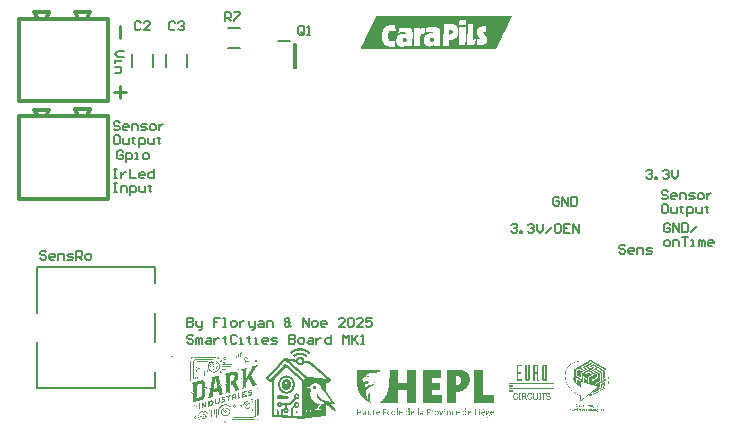
<source format=gbr>
%TF.GenerationSoftware,Altium Limited,Altium Designer,24.6.1 (21)*%
G04 Layer_Color=65535*
%FSLAX45Y45*%
%MOMM*%
%TF.SameCoordinates,973C4F09-4287-4DA2-A26F-92637CA031E7*%
%TF.FilePolarity,Positive*%
%TF.FileFunction,Legend,Top*%
%TF.Part,Single*%
G01*
G75*
%TA.AperFunction,NonConductor*%
%ADD30C,0.10000*%
%ADD31C,0.20000*%
%ADD32C,0.30000*%
%ADD33C,0.12700*%
%ADD34C,0.25400*%
G36*
X6787700Y12627769D02*
X6785028D01*
Y12622424D01*
X6782355D01*
Y12614407D01*
X6779683D01*
Y12609063D01*
X6777011D01*
Y12603718D01*
X6774339D01*
Y12598373D01*
X6771666D01*
Y12593029D01*
X6768994D01*
Y12587684D01*
X6766322D01*
Y12582340D01*
X6763650D01*
Y12576995D01*
X6760977D01*
Y12571650D01*
X6758305D01*
Y12566306D01*
X6755633D01*
Y12560961D01*
X6752960D01*
Y12555617D01*
X6750288D01*
Y12550272D01*
X6747616D01*
Y12544928D01*
X6744944D01*
Y12539583D01*
X6742271D01*
Y12534238D01*
X6739599D01*
Y12526222D01*
X6736927D01*
Y12520877D01*
X6734254D01*
Y12515533D01*
X6731582D01*
Y12510188D01*
X6728910D01*
Y12504843D01*
X6726238D01*
Y12499499D01*
X6723565D01*
Y12494154D01*
X6720893D01*
Y12488809D01*
X6718220D01*
Y12483465D01*
X6715548D01*
Y12478120D01*
X6712876D01*
Y12472776D01*
X6710204D01*
Y12467431D01*
X6707531D01*
Y12462087D01*
X6704859D01*
Y12456742D01*
X6702187D01*
Y12451398D01*
X6699515D01*
Y12446053D01*
X6696842D01*
Y12440708D01*
X6694170D01*
Y12432691D01*
X6691498D01*
Y12427347D01*
X6688825D01*
Y12422002D01*
X6686153D01*
Y12416658D01*
X6683481D01*
Y12411313D01*
X6680809D01*
Y12405968D01*
X6678136D01*
Y12400624D01*
X6675464D01*
Y12395279D01*
X6672792D01*
Y12389935D01*
X6670119D01*
Y12384590D01*
X6667447D01*
Y12379245D01*
X6664775D01*
Y12373901D01*
X6662103D01*
Y12368556D01*
X6659430D01*
Y12363212D01*
X6656758D01*
Y12357867D01*
X6654085D01*
Y12352523D01*
X5505000D01*
Y12355195D01*
X5507673D01*
Y12363212D01*
X5510345D01*
Y12368556D01*
X5513017D01*
Y12373901D01*
X5515689D01*
Y12379245D01*
X5518362D01*
Y12384590D01*
X5521034D01*
Y12389935D01*
X5523706D01*
Y12395279D01*
X5526379D01*
Y12400624D01*
X5529051D01*
Y12405968D01*
X5531723D01*
Y12411313D01*
X5534395D01*
Y12416658D01*
X5537068D01*
Y12422002D01*
X5539740D01*
Y12427347D01*
X5542412D01*
Y12432691D01*
X5545085D01*
Y12438036D01*
X5547757D01*
Y12443380D01*
X5550429D01*
Y12448725D01*
X5553101D01*
Y12454070D01*
X5555774D01*
Y12459414D01*
X5558446D01*
Y12467431D01*
X5561118D01*
Y12472776D01*
X5563790D01*
Y12478120D01*
X5566463D01*
Y12483465D01*
X5569135D01*
Y12488809D01*
X5571807D01*
Y12494154D01*
X5574480D01*
Y12499499D01*
X5577152D01*
Y12504843D01*
X5579824D01*
Y12510188D01*
X5582497D01*
Y12515533D01*
X5585169D01*
Y12520877D01*
X5587841D01*
Y12526222D01*
X5590514D01*
Y12531566D01*
X5593186D01*
Y12536911D01*
X5595858D01*
Y12542255D01*
X5598530D01*
Y12547600D01*
X5601203D01*
Y12552944D01*
X5603875D01*
Y12558289D01*
X5606547D01*
Y12566306D01*
X5609220D01*
Y12571650D01*
X5611892D01*
Y12576995D01*
X5614564D01*
Y12582340D01*
X5617236D01*
Y12587684D01*
X5619909D01*
Y12593029D01*
X5622581D01*
Y12598373D01*
X5625253D01*
Y12603718D01*
X5627925D01*
Y12609063D01*
X5630598D01*
Y12614407D01*
X5633270D01*
Y12619752D01*
X5635943D01*
Y12625096D01*
X5638615D01*
Y12630441D01*
X6787700D01*
Y12627769D01*
D02*
G37*
G36*
X4002050Y9819841D02*
X4001343D01*
Y9820548D01*
X4002050D01*
Y9819841D01*
D02*
G37*
G36*
X4006292Y9819134D02*
X4005585D01*
Y9819841D01*
X4006292D01*
Y9819134D01*
D02*
G37*
G36*
X4032448Y9818427D02*
X4031741D01*
Y9819134D01*
X4032448D01*
Y9818427D01*
D02*
G37*
G36*
X4001343D02*
X4000636D01*
Y9819134D01*
X4001343D01*
Y9818427D01*
D02*
G37*
G36*
X4029621Y9817013D02*
X4028914D01*
Y9817720D01*
X4029621D01*
Y9817013D01*
D02*
G37*
G36*
X4023258Y9811358D02*
X4022551D01*
Y9812065D01*
X4023258D01*
Y9811358D01*
D02*
G37*
G36*
X5006231Y9817745D02*
X5013970D01*
Y9816777D01*
X5019774D01*
Y9815810D01*
X5023644D01*
Y9814843D01*
X5027513D01*
Y9813875D01*
X5031383D01*
Y9812908D01*
X5034285D01*
Y9811940D01*
X5037187D01*
Y9810973D01*
X5039122D01*
Y9810006D01*
X5042024D01*
Y9809038D01*
X5043959D01*
Y9808071D01*
X5045893D01*
Y9807104D01*
X5047828D01*
Y9806136D01*
X5049763D01*
Y9805169D01*
X5051698D01*
Y9804202D01*
X5053633D01*
Y9803234D01*
X5055567D01*
Y9802267D01*
X5057502D01*
Y9801299D01*
X5058469D01*
Y9800332D01*
X5060404D01*
Y9799365D01*
X5062339D01*
Y9798397D01*
X5063306D01*
Y9797430D01*
X5065241D01*
Y9796462D01*
X5066209D01*
Y9795495D01*
X5068143D01*
Y9794528D01*
X5069111D01*
Y9793560D01*
X5070078D01*
Y9792593D01*
X5072013D01*
Y9791626D01*
X5072980D01*
Y9790658D01*
X5073948D01*
Y9789691D01*
X5074915D01*
Y9788723D01*
X5076850D01*
Y9787756D01*
X5077817D01*
Y9786789D01*
X5078785D01*
Y9785821D01*
X5079752D01*
Y9784854D01*
X5080719D01*
Y9779050D01*
X5079752D01*
Y9778082D01*
X5078785D01*
Y9777115D01*
X5077817D01*
Y9776147D01*
X5076850D01*
Y9775180D01*
X5075882D01*
Y9774213D01*
X5074915D01*
Y9773245D01*
X5073948D01*
Y9772278D01*
X5072980D01*
Y9771310D01*
X5071045D01*
Y9770343D01*
X5068143D01*
Y9771310D01*
X5066209D01*
Y9772278D01*
X5065241D01*
Y9773245D01*
X5064274D01*
Y9774213D01*
X5063306D01*
Y9775180D01*
X5061372D01*
Y9776147D01*
X5060404D01*
Y9777115D01*
X5059437D01*
Y9778082D01*
X5057502D01*
Y9779050D01*
X5056535D01*
Y9780017D01*
X5055567D01*
Y9780984D01*
X5053633D01*
Y9781952D01*
X5052665D01*
Y9782919D01*
X5050730D01*
Y9783886D01*
X5048796D01*
Y9784854D01*
X5047828D01*
Y9785821D01*
X5045893D01*
Y9786789D01*
X5043959D01*
Y9787756D01*
X5042024D01*
Y9788723D01*
X5040089D01*
Y9789691D01*
X5038155D01*
Y9790658D01*
X5036220D01*
Y9791626D01*
X5034285D01*
Y9792593D01*
X5032350D01*
Y9793560D01*
X5029448D01*
Y9794528D01*
X5026546D01*
Y9795495D01*
X5023644D01*
Y9796462D01*
X5019774D01*
Y9797430D01*
X5014937D01*
Y9798397D01*
X5010100D01*
Y9799365D01*
X4998492D01*
Y9800332D01*
X4991720D01*
Y9799365D01*
X4980111D01*
Y9798397D01*
X4974307D01*
Y9797430D01*
X4970438D01*
Y9796462D01*
X4966568D01*
Y9795495D01*
X4963666D01*
Y9794528D01*
X4960764D01*
Y9793560D01*
X4957862D01*
Y9792593D01*
X4954960D01*
Y9791626D01*
X4953025D01*
Y9790658D01*
X4951090D01*
Y9789691D01*
X4949155D01*
Y9788723D01*
X4947220D01*
Y9787756D01*
X4945286D01*
Y9786789D01*
X4943351D01*
Y9785821D01*
X4941416D01*
Y9784854D01*
X4940449D01*
Y9783886D01*
X4938514D01*
Y9782919D01*
X4936579D01*
Y9781952D01*
X4935612D01*
Y9780984D01*
X4933677D01*
Y9780017D01*
X4932710D01*
Y9779050D01*
X4931742D01*
Y9778082D01*
X4929808D01*
Y9777115D01*
X4928840D01*
Y9776147D01*
X4927873D01*
Y9775180D01*
X4925938D01*
Y9774213D01*
X4924971D01*
Y9773245D01*
X4924003D01*
Y9772278D01*
X4923036D01*
Y9771310D01*
X4921101D01*
Y9770343D01*
X4918199D01*
Y9771310D01*
X4916264D01*
Y9772278D01*
X4915297D01*
Y9773245D01*
X4914330D01*
Y9774213D01*
X4913362D01*
Y9775180D01*
X4912395D01*
Y9776147D01*
X4911427D01*
Y9777115D01*
X4910460D01*
Y9778082D01*
X4909493D01*
Y9779050D01*
X4908525D01*
Y9784854D01*
X4910460D01*
Y9785821D01*
X4911427D01*
Y9786789D01*
X4912395D01*
Y9787756D01*
X4913362D01*
Y9788723D01*
X4914330D01*
Y9789691D01*
X4915297D01*
Y9790658D01*
X4917232D01*
Y9791626D01*
X4918199D01*
Y9792593D01*
X4919166D01*
Y9793560D01*
X4921101D01*
Y9794528D01*
X4922068D01*
Y9795495D01*
X4923036D01*
Y9796462D01*
X4924971D01*
Y9797430D01*
X4925938D01*
Y9798397D01*
X4927873D01*
Y9799365D01*
X4928840D01*
Y9800332D01*
X4930775D01*
Y9801299D01*
X4932710D01*
Y9802267D01*
X4933677D01*
Y9803234D01*
X4935612D01*
Y9804202D01*
X4937547D01*
Y9805169D01*
X4939481D01*
Y9806136D01*
X4941416D01*
Y9807104D01*
X4943351D01*
Y9808071D01*
X4946253D01*
Y9809038D01*
X4948188D01*
Y9810006D01*
X4951090D01*
Y9810973D01*
X4953025D01*
Y9811940D01*
X4955927D01*
Y9812908D01*
X4958829D01*
Y9813875D01*
X4961731D01*
Y9814843D01*
X4965601D01*
Y9815810D01*
X4970438D01*
Y9816777D01*
X4975275D01*
Y9817745D01*
X4983981D01*
Y9818712D01*
X5006231D01*
Y9817745D01*
D02*
G37*
G36*
X4471454Y9768235D02*
X4470747D01*
Y9768942D01*
X4471454D01*
Y9768235D01*
D02*
G37*
G36*
X4477817Y9774597D02*
X4478523D01*
Y9738544D01*
X4477817D01*
Y9747734D01*
X4476403D01*
Y9747027D01*
X4474989D01*
Y9746320D01*
X4474282D01*
Y9745613D01*
X4472868D01*
Y9744906D01*
X4472161D01*
Y9744199D01*
X4474282D01*
Y9742785D01*
X4473575D01*
Y9742078D01*
X4472161D01*
Y9736423D01*
X4471454D01*
Y9738544D01*
X4470747D01*
Y9721577D01*
X4470040D01*
Y9751975D01*
Y9752682D01*
Y9754096D01*
X4469333D01*
Y9768235D01*
X4470040D01*
Y9766821D01*
X4471454D01*
Y9767528D01*
X4472161D01*
Y9768942D01*
X4471454D01*
Y9769649D01*
X4472161D01*
Y9771062D01*
X4472868D01*
Y9771770D01*
X4473575D01*
Y9773183D01*
X4474282D01*
Y9773890D01*
X4474989D01*
Y9775304D01*
X4475696D01*
Y9776011D01*
X4476403D01*
Y9777425D01*
X4477110D01*
Y9779546D01*
X4477817D01*
Y9774597D01*
D02*
G37*
G36*
X4498318Y9770356D02*
X4497611D01*
Y9756924D01*
X4496904D01*
Y9755510D01*
X4497611D01*
Y9744199D01*
X4496197D01*
Y9743492D01*
X4495490D01*
Y9745613D01*
X4489127D01*
Y9744199D01*
X4488421D01*
Y9736423D01*
X4487714D01*
Y9776718D01*
X4488421D01*
Y9778132D01*
X4489127D01*
Y9779546D01*
X4489834D01*
Y9780253D01*
X4490541D01*
Y9780960D01*
X4491248D01*
Y9781666D01*
X4491955D01*
Y9782374D01*
X4492662D01*
Y9783081D01*
X4493369D01*
Y9783787D01*
X4494076D01*
Y9784494D01*
X4494783D01*
Y9785908D01*
X4495490D01*
Y9786615D01*
X4496197D01*
Y9787322D01*
X4496904D01*
Y9788736D01*
X4497611D01*
Y9789443D01*
X4498318D01*
Y9770356D01*
D02*
G37*
G36*
X4997524Y9780984D02*
X5008165D01*
Y9780017D01*
X5013002D01*
Y9779050D01*
X5017839D01*
Y9778082D01*
X5020742D01*
Y9777115D01*
X5023644D01*
Y9776147D01*
X5026546D01*
Y9775180D01*
X5028481D01*
Y9774213D01*
X5030415D01*
Y9773245D01*
X5032350D01*
Y9772278D01*
X5034285D01*
Y9771310D01*
X5036220D01*
Y9770343D01*
X5038155D01*
Y9769376D01*
X5039122D01*
Y9768408D01*
X5041057D01*
Y9767441D01*
X5042024D01*
Y9766473D01*
X5043959D01*
Y9765506D01*
X5044926D01*
Y9764539D01*
X5045893D01*
Y9763572D01*
X5047828D01*
Y9762604D01*
X5048796D01*
Y9761637D01*
X5049763D01*
Y9760669D01*
X5050730D01*
Y9759702D01*
X5052665D01*
Y9757767D01*
X5053633D01*
Y9756800D01*
X5054600D01*
Y9754865D01*
Y9753898D01*
X5053633D01*
Y9752930D01*
X5052665D01*
Y9750995D01*
X5051698D01*
Y9750028D01*
X5050730D01*
Y9749061D01*
X5049763D01*
Y9748093D01*
X5047828D01*
Y9747126D01*
X5046861D01*
Y9746159D01*
X5045893D01*
Y9745191D01*
X5044926D01*
Y9744224D01*
X5042991D01*
Y9743256D01*
X5040089D01*
Y9744224D01*
X5039122D01*
Y9745191D01*
X5037187D01*
Y9746159D01*
X5036220D01*
Y9747126D01*
X5035252D01*
Y9748093D01*
X5034285D01*
Y9749061D01*
X5033318D01*
Y9750028D01*
X5031383D01*
Y9750995D01*
X5030415D01*
Y9751963D01*
X5029448D01*
Y9752930D01*
X5027513D01*
Y9753898D01*
X5025578D01*
Y9754865D01*
X5024611D01*
Y9755832D01*
X5022676D01*
Y9756800D01*
X5020742D01*
Y9757767D01*
X5017839D01*
Y9758735D01*
X5015905D01*
Y9759702D01*
X5012035D01*
Y9760669D01*
X5008165D01*
Y9761637D01*
X5003329D01*
Y9762604D01*
X4987851D01*
Y9761637D01*
X4982046D01*
Y9760669D01*
X4978177D01*
Y9759702D01*
X4974307D01*
Y9758735D01*
X4972372D01*
Y9757767D01*
X4969470D01*
Y9756800D01*
X4967535D01*
Y9755832D01*
X4965601D01*
Y9754865D01*
X4963666D01*
Y9753898D01*
X4961731D01*
Y9752930D01*
X4960764D01*
Y9751963D01*
X4958829D01*
Y9750995D01*
X4957862D01*
Y9750028D01*
X4956894D01*
Y9749061D01*
X4954960D01*
Y9748093D01*
X4953992D01*
Y9747126D01*
X4953025D01*
Y9746159D01*
X4952057D01*
Y9745191D01*
X4951090D01*
Y9744224D01*
X4949155D01*
Y9743256D01*
X4946253D01*
Y9744224D01*
X4945286D01*
Y9745191D01*
X4943351D01*
Y9746159D01*
X4942384D01*
Y9747126D01*
X4941416D01*
Y9748093D01*
X4940449D01*
Y9749061D01*
X4939481D01*
Y9750028D01*
X4938514D01*
Y9750995D01*
X4937547D01*
Y9751963D01*
X4936579D01*
Y9752930D01*
X4935612D01*
Y9756800D01*
X4936579D01*
Y9757767D01*
X4937547D01*
Y9758735D01*
X4938514D01*
Y9759702D01*
X4939481D01*
Y9760669D01*
X4940449D01*
Y9761637D01*
X4941416D01*
Y9762604D01*
X4942384D01*
Y9763572D01*
X4944318D01*
Y9764539D01*
X4945286D01*
Y9765506D01*
X4946253D01*
Y9766473D01*
X4947220D01*
Y9767441D01*
X4949155D01*
Y9768408D01*
X4950123D01*
Y9769376D01*
X4952057D01*
Y9770343D01*
X4953992D01*
Y9771310D01*
X4954960D01*
Y9772278D01*
X4956894D01*
Y9773245D01*
X4958829D01*
Y9774213D01*
X4961731D01*
Y9775180D01*
X4963666D01*
Y9776147D01*
X4966568D01*
Y9777115D01*
X4969470D01*
Y9778082D01*
X4973340D01*
Y9779050D01*
X4977209D01*
Y9780017D01*
X4982046D01*
Y9780984D01*
X4991720D01*
Y9781952D01*
X4997524D01*
Y9780984D01*
D02*
G37*
G36*
X4441056Y9739251D02*
X4440349D01*
Y9739957D01*
X4441056D01*
Y9739251D01*
D02*
G37*
G36*
X4438935D02*
X4439642D01*
Y9738544D01*
X4438935D01*
Y9739251D01*
X4438228D01*
Y9739957D01*
X4438935D01*
Y9739251D01*
D02*
G37*
G36*
X4360465Y9742078D02*
X4363293D01*
Y9741371D01*
X4365414D01*
Y9740665D01*
X4366121D01*
Y9739957D01*
X4366828D01*
Y9739251D01*
X4367535D01*
Y9738544D01*
X4368242D01*
Y9737130D01*
X4368949D01*
Y9736423D01*
X4367535D01*
Y9737837D01*
X4366121D01*
Y9738544D01*
X4365414D01*
Y9739251D01*
X4363293D01*
Y9739957D01*
X4362586D01*
Y9739251D01*
Y9738544D01*
X4363293D01*
Y9737837D01*
X4364707D01*
Y9736423D01*
X4365414D01*
Y9735716D01*
X4366121D01*
Y9734302D01*
X4366828D01*
Y9731474D01*
X4367535D01*
Y9730061D01*
X4366828D01*
Y9726526D01*
X4366121D01*
Y9725112D01*
X4365414D01*
Y9724405D01*
X4364707D01*
Y9723698D01*
X4364000D01*
Y9722991D01*
X4363293D01*
Y9722284D01*
X4361172D01*
Y9721577D01*
X4356931D01*
Y9722284D01*
X4355517D01*
Y9722991D01*
X4354103D01*
Y9723698D01*
X4353396D01*
Y9725112D01*
X4352689D01*
Y9726526D01*
X4351982D01*
Y9727233D01*
X4351275D01*
Y9729353D01*
X4350568D01*
Y9734302D01*
X4349862D01*
Y9733595D01*
X4349155D01*
Y9732888D01*
X4348448D01*
Y9730767D01*
X4347741D01*
Y9727940D01*
X4348448D01*
Y9725819D01*
X4349155D01*
Y9723698D01*
X4349862D01*
Y9722991D01*
X4350568D01*
Y9721577D01*
X4351982D01*
Y9720870D01*
X4350568D01*
Y9721577D01*
X4349155D01*
Y9722284D01*
X4348448D01*
Y9723698D01*
X4347741D01*
Y9724405D01*
X4347034D01*
Y9725819D01*
X4346327D01*
Y9728647D01*
X4345620D01*
Y9733595D01*
X4346327D01*
Y9735009D01*
X4347034D01*
Y9736423D01*
X4347741D01*
Y9737837D01*
X4348448D01*
Y9738544D01*
X4349155D01*
Y9739251D01*
X4349862D01*
Y9739957D01*
X4350568D01*
Y9740665D01*
X4351982D01*
Y9741371D01*
X4353396D01*
Y9742078D01*
X4356931D01*
Y9742785D01*
X4360465D01*
Y9742078D01*
D02*
G37*
G36*
X4438228Y9737837D02*
X4437521D01*
Y9737130D01*
X4438228D01*
Y9735716D01*
X4437521D01*
Y9737130D01*
X4436814D01*
Y9736423D01*
X4436107D01*
Y9735716D01*
X4437521D01*
Y9734302D01*
X4438228D01*
Y9733595D01*
X4437521D01*
Y9732888D01*
X4436814D01*
Y9735009D01*
X4436107D01*
Y9732888D01*
X4435401D01*
Y9729353D01*
X4434693D01*
Y9734302D01*
X4435401D01*
Y9735009D01*
X4433987D01*
Y9734302D01*
Y9723698D01*
X4433280D01*
Y9735716D01*
X4433987D01*
Y9736423D01*
X4435401D01*
Y9737130D01*
X4436107D01*
Y9737837D01*
X4436814D01*
Y9738544D01*
X4437521D01*
Y9739251D01*
X4438228D01*
Y9737837D01*
D02*
G37*
G36*
X4460850Y9735716D02*
X4458022D01*
Y9735009D01*
X4453781D01*
Y9733595D01*
X4453074D01*
Y9736423D01*
X4452367D01*
Y9735009D01*
X4451660D01*
Y9744906D01*
Y9745613D01*
Y9750561D01*
X4452367D01*
Y9752682D01*
X4453074D01*
Y9753389D01*
X4453781D01*
Y9754096D01*
X4454488D01*
Y9754803D01*
X4455195D01*
Y9755510D01*
X4455901D01*
Y9756217D01*
X4456609D01*
Y9756924D01*
X4457315D01*
Y9757631D01*
X4458022D01*
Y9758338D01*
X4458729D01*
Y9759045D01*
X4459436D01*
Y9759752D01*
X4460143D01*
Y9760459D01*
X4460850D01*
Y9735716D01*
D02*
G37*
G36*
X4100314Y9742078D02*
X4280582D01*
Y9738544D01*
X4279875D01*
Y9735716D01*
X4279168D01*
Y9735009D01*
X4234631D01*
Y9734302D01*
X4164645D01*
Y9733595D01*
X4130712D01*
Y9734302D01*
X4103849D01*
Y9735009D01*
X4103142D01*
Y9735716D01*
X4101728D01*
Y9736423D01*
X4101021D01*
Y9737130D01*
X4100314D01*
Y9737837D01*
X4099607D01*
Y9739251D01*
X4098900D01*
Y9741371D01*
X4098193D01*
Y9742785D01*
X4100314D01*
Y9742078D01*
D02*
G37*
G36*
X4455195Y9731474D02*
X4454488D01*
Y9732181D01*
X4453781D01*
Y9730061D01*
X4453074D01*
Y9732888D01*
X4455195D01*
Y9731474D01*
D02*
G37*
G36*
X4488421Y9730767D02*
X4487714D01*
Y9731474D01*
Y9732888D01*
X4488421D01*
Y9730767D01*
D02*
G37*
G36*
X4299669Y9745613D02*
X4302497D01*
Y9744906D01*
X4303204D01*
Y9744199D01*
X4303911D01*
Y9743492D01*
X4304618D01*
Y9742785D01*
X4305325D01*
Y9742078D01*
X4306032D01*
Y9741371D01*
X4306739D01*
Y9739957D01*
X4307446D01*
Y9738544D01*
X4308152D01*
Y9735009D01*
X4307446D01*
Y9733595D01*
Y9732888D01*
X4306739D01*
Y9731474D01*
X4306032D01*
Y9730767D01*
X4305325D01*
Y9729353D01*
X4303911D01*
Y9728647D01*
X4302497D01*
Y9727940D01*
X4300376D01*
Y9727233D01*
X4296135D01*
Y9727940D01*
X4294014D01*
Y9728647D01*
X4292600D01*
Y9729353D01*
X4291893D01*
Y9730061D01*
X4291186D01*
Y9730767D01*
X4290479D01*
Y9731474D01*
X4289772D01*
Y9732888D01*
X4289065D01*
Y9734302D01*
X4288358D01*
Y9739957D01*
X4289065D01*
Y9741371D01*
X4289772D01*
Y9742078D01*
X4290479D01*
Y9742785D01*
X4291186D01*
Y9743492D01*
X4291893D01*
Y9744199D01*
X4293307D01*
Y9744906D01*
X4294014D01*
Y9745613D01*
X4296135D01*
Y9746320D01*
X4299669D01*
Y9745613D01*
D02*
G37*
G36*
X4236752Y9727233D02*
X4255132D01*
Y9726526D01*
X4255839D01*
Y9725819D01*
X4255132D01*
Y9725112D01*
X4254426D01*
Y9724405D01*
X4253718D01*
Y9723698D01*
X4253012D01*
Y9722991D01*
X4251598D01*
Y9722284D01*
X4250891D01*
Y9721577D01*
X4250184D01*
Y9720870D01*
X4247356D01*
Y9720163D01*
X4231097D01*
Y9720870D01*
X4183732D01*
Y9720163D01*
X4158989D01*
Y9720870D01*
X4122229D01*
Y9720163D01*
X4116573D01*
Y9719457D01*
X4114453D01*
Y9718749D01*
X4112332D01*
Y9718043D01*
X4110918D01*
Y9717336D01*
X4108797D01*
Y9716629D01*
X4107383D01*
Y9715922D01*
X4106676D01*
Y9715215D01*
X4105263D01*
Y9714508D01*
X4103849D01*
Y9713801D01*
X4103142D01*
Y9713094D01*
X4102435D01*
Y9712387D01*
X4101728D01*
Y9711680D01*
X4101021D01*
Y9710973D01*
X4100314D01*
Y9710266D01*
X4099607D01*
Y9709559D01*
X4098900D01*
Y9708145D01*
X4098193D01*
Y9706732D01*
X4097486D01*
Y9703904D01*
X4096779D01*
Y9683403D01*
X4096072D01*
Y9554741D01*
X4095365D01*
Y9555448D01*
X4094659D01*
Y9556862D01*
X4093951D01*
Y9556155D01*
X4093245D01*
Y9555448D01*
X4092538D01*
Y9551913D01*
X4091831D01*
Y9554034D01*
X4091124D01*
Y9552620D01*
X4090417D01*
Y9546258D01*
X4089710D01*
Y9544844D01*
X4091831D01*
Y9545551D01*
X4092538D01*
Y9544137D01*
X4093245D01*
Y9543430D01*
X4089710D01*
Y9544137D01*
X4089003D01*
Y9653712D01*
X4088296D01*
Y9665023D01*
X4089003D01*
Y9700369D01*
X4089710D01*
Y9706732D01*
X4090417D01*
Y9708852D01*
X4091124D01*
Y9710266D01*
X4091831D01*
Y9711680D01*
X4092538D01*
Y9712387D01*
X4093245D01*
Y9713801D01*
X4093951D01*
Y9714508D01*
X4094659D01*
Y9715215D01*
X4095365D01*
Y9715922D01*
X4096072D01*
Y9717336D01*
X4096779D01*
Y9718043D01*
X4097486D01*
Y9718749D01*
X4098193D01*
Y9719457D01*
X4098900D01*
Y9720163D01*
X4100314D01*
Y9720870D01*
X4101021D01*
Y9721577D01*
X4102435D01*
Y9722284D01*
X4103142D01*
Y9722991D01*
X4104556D01*
Y9723698D01*
X4105969D01*
Y9724405D01*
X4107383D01*
Y9725112D01*
X4108797D01*
Y9725819D01*
X4110211D01*
Y9726526D01*
X4113039D01*
Y9727233D01*
X4115160D01*
Y9727940D01*
X4144144D01*
Y9727233D01*
X4155455D01*
Y9727940D01*
X4163231D01*
Y9727233D01*
X4189388D01*
Y9727940D01*
X4236752D01*
Y9727233D01*
D02*
G37*
G36*
X4478523Y9726526D02*
Y9725112D01*
X4477817D01*
Y9727233D01*
X4478523D01*
Y9726526D01*
D02*
G37*
G36*
X4081934Y9744199D02*
X4083347D01*
Y9743492D01*
X4084761D01*
Y9742785D01*
X4085468D01*
Y9742078D01*
X4086175D01*
Y9741371D01*
X4086882D01*
Y9739957D01*
X4087589D01*
Y9739251D01*
X4088296D01*
Y9737837D01*
X4089003D01*
Y9736423D01*
X4089710D01*
Y9734302D01*
X4090417D01*
Y9729353D01*
X4089710D01*
Y9727940D01*
X4089003D01*
Y9727233D01*
X4088296D01*
Y9726526D01*
X4087589D01*
Y9725819D01*
X4086882D01*
Y9725112D01*
X4085468D01*
Y9724405D01*
X4084055D01*
Y9723698D01*
X4078399D01*
Y9724405D01*
X4076278D01*
Y9725112D01*
X4075571D01*
Y9725819D01*
X4074157D01*
Y9727233D01*
X4073451D01*
Y9727940D01*
X4072743D01*
Y9728647D01*
X4072037D01*
Y9730061D01*
X4071330D01*
Y9732181D01*
X4070623D01*
Y9736423D01*
X4071330D01*
Y9737837D01*
X4072037D01*
Y9739251D01*
X4072743D01*
Y9739957D01*
Y9740665D01*
X4073451D01*
Y9741371D01*
X4074157D01*
Y9742078D01*
X4074864D01*
Y9742785D01*
X4075571D01*
Y9743492D01*
X4076985D01*
Y9744199D01*
X4079106D01*
Y9744906D01*
X4081934D01*
Y9744199D01*
D02*
G37*
G36*
X5001394Y9744224D02*
X5006231D01*
Y9743256D01*
X5009133D01*
Y9742289D01*
X5011068D01*
Y9741322D01*
X5013002D01*
Y9740354D01*
X5014937D01*
Y9739387D01*
X5016872D01*
Y9738419D01*
X5017839D01*
Y9737452D01*
X5018807D01*
Y9736485D01*
X5020742D01*
Y9735517D01*
X5021709D01*
Y9734550D01*
X5022676D01*
Y9733583D01*
X5023644D01*
Y9731648D01*
X5024611D01*
Y9730680D01*
X5025578D01*
Y9728746D01*
X5026546D01*
Y9727778D01*
X5027513D01*
Y9725843D01*
X5028481D01*
Y9723909D01*
X5029448D01*
Y9721006D01*
X5030415D01*
Y9717137D01*
X5031383D01*
Y9713268D01*
X5032350D01*
Y9712300D01*
X5039122D01*
Y9711333D01*
X5044926D01*
Y9710365D01*
X5051698D01*
Y9709398D01*
X5057502D01*
Y9708431D01*
X5064274D01*
Y9707463D01*
X5070078D01*
Y9706496D01*
X5076850D01*
Y9705528D01*
X5080719D01*
Y9704561D01*
X5082654D01*
Y9703594D01*
X5083622D01*
Y9702626D01*
X5084589D01*
Y9701659D01*
X5086523D01*
Y9700692D01*
X5087491D01*
Y9699724D01*
X5088458D01*
Y9698757D01*
X5089426D01*
Y9697789D01*
X5090393D01*
Y9696822D01*
X5091360D01*
Y9695855D01*
X5092328D01*
Y9694887D01*
X5094263D01*
Y9693920D01*
X5095230D01*
Y9692952D01*
X5096197D01*
Y9691985D01*
X5097165D01*
Y9691018D01*
X5098132D01*
Y9690050D01*
X5100067D01*
Y9689083D01*
X5101034D01*
Y9688115D01*
X5102002D01*
Y9687148D01*
X5102969D01*
Y9686181D01*
X5103936D01*
Y9685213D01*
X5104904D01*
Y9684246D01*
X5105871D01*
Y9683279D01*
X5107806D01*
Y9682311D01*
X5108773D01*
Y9681344D01*
X5109741D01*
Y9680377D01*
X5110708D01*
Y9679409D01*
X5111676D01*
Y9678442D01*
X5112643D01*
Y9677474D01*
X5113610D01*
Y9676507D01*
X5115545D01*
Y9675540D01*
X5116513D01*
Y9674572D01*
X5117480D01*
Y9673605D01*
X5118447D01*
Y9672638D01*
X5119415D01*
Y9671670D01*
X5120382D01*
Y9670703D01*
X5122317D01*
Y9669735D01*
X5123284D01*
Y9668768D01*
X5124252D01*
Y9667801D01*
X5125219D01*
Y9666833D01*
X5126186D01*
Y9665866D01*
X5127154D01*
Y9664898D01*
X5129089D01*
Y9663931D01*
X5130056D01*
Y9662964D01*
X5131023D01*
Y9661996D01*
X5131990D01*
Y9661029D01*
X5132958D01*
Y9660061D01*
X5133925D01*
Y9659094D01*
X5134893D01*
Y9658127D01*
X5136827D01*
Y9657159D01*
X5137795D01*
Y9656192D01*
X5138762D01*
Y9655225D01*
X5139730D01*
Y9654257D01*
X5140697D01*
Y9653290D01*
X5141664D01*
Y9652322D01*
X5143599D01*
Y9651355D01*
X5144567D01*
Y9650388D01*
X5145534D01*
Y9649420D01*
X5146501D01*
Y9648453D01*
X5147469D01*
Y9647485D01*
X5148436D01*
Y9646518D01*
X5150371D01*
Y9645551D01*
X5151338D01*
Y9644583D01*
X5152306D01*
Y9643616D01*
X5153273D01*
Y9642648D01*
X5154240D01*
Y9641681D01*
X5155208D01*
Y9640714D01*
X5156175D01*
Y9639747D01*
X5158110D01*
Y9638779D01*
X5159077D01*
Y9637812D01*
X5160045D01*
Y9636844D01*
X5161012D01*
Y9635877D01*
X5161980D01*
Y9634910D01*
X5162947D01*
Y9633942D01*
X5164882D01*
Y9632975D01*
X5165849D01*
Y9632007D01*
X5166816D01*
Y9631040D01*
X5167784D01*
Y9630073D01*
X5168751D01*
Y9629105D01*
X5169718D01*
Y9628138D01*
X5170686D01*
Y9627170D01*
X5172621D01*
Y9626203D01*
X5173588D01*
Y9625236D01*
X5174555D01*
Y9624268D01*
X5175523D01*
Y9623301D01*
X5176490D01*
Y9622334D01*
X5177458D01*
Y9621366D01*
X5178425D01*
Y9620399D01*
X5179392D01*
Y9619431D01*
X5181327D01*
Y9618464D01*
X5182294D01*
Y9617497D01*
X5183262D01*
Y9616529D01*
X5184229D01*
Y9615562D01*
X5185197D01*
Y9614594D01*
X5186164D01*
Y9613627D01*
X5188099D01*
Y9612660D01*
X5189066D01*
Y9611692D01*
X5190034D01*
Y9610725D01*
X5191001D01*
Y9609758D01*
X5191968D01*
Y9608790D01*
X5192936D01*
Y9607823D01*
X5193903D01*
Y9606855D01*
X5194870D01*
Y9605888D01*
X5196805D01*
Y9604921D01*
X5197773D01*
Y9603953D01*
X5198740D01*
Y9602986D01*
X5199707D01*
Y9602018D01*
X5200675D01*
Y9601051D01*
X5201642D01*
Y9600084D01*
X5202610D01*
Y9599116D01*
X5204544D01*
Y9598149D01*
X5205512D01*
Y9597181D01*
X5206479D01*
Y9596214D01*
X5207447D01*
Y9595247D01*
X5208414D01*
Y9594280D01*
X5209381D01*
Y9593312D01*
X5210348D01*
Y9592345D01*
X5212283D01*
Y9591377D01*
X5213251D01*
Y9590410D01*
X5214218D01*
Y9589443D01*
X5215185D01*
Y9588475D01*
X5216153D01*
Y9587508D01*
X5217120D01*
Y9586540D01*
X5218088D01*
Y9585573D01*
X5220022D01*
Y9584606D01*
X5220990D01*
Y9583638D01*
X5221957D01*
Y9582671D01*
X5222925D01*
Y9581703D01*
X5223892D01*
Y9580736D01*
X5224859D01*
Y9579769D01*
X5225827D01*
Y9578801D01*
X5226794D01*
Y9577834D01*
X5228729D01*
Y9576867D01*
X5229696D01*
Y9575899D01*
X5230664D01*
Y9574932D01*
X5231631D01*
Y9573964D01*
X5232598D01*
Y9572997D01*
X5233566D01*
Y9572030D01*
X5234533D01*
Y9571062D01*
X5235501D01*
Y9570095D01*
X5237435D01*
Y9569127D01*
X5238403D01*
Y9568160D01*
X5239370D01*
Y9567193D01*
X5240337D01*
Y9566225D01*
X5241305D01*
Y9565258D01*
X5242272D01*
Y9564290D01*
X5243240D01*
Y9563323D01*
X5245174D01*
Y9562356D01*
X5246142D01*
Y9561388D01*
X5247109D01*
Y9560421D01*
X5248077D01*
Y9559454D01*
X5249044D01*
Y9558486D01*
X5250011D01*
Y9557519D01*
X5250979D01*
Y9556552D01*
X5251946D01*
Y9555584D01*
X5252914D01*
Y9554617D01*
X5254848D01*
Y9553649D01*
X5255815D01*
Y9551715D01*
X5256783D01*
Y9544943D01*
X5255815D01*
Y9543008D01*
X5254848D01*
Y9542041D01*
X5253881D01*
Y9541073D01*
X5252914D01*
Y9540106D01*
X5251946D01*
Y9539139D01*
X5250979D01*
Y9538171D01*
X5250011D01*
Y9537204D01*
X5249044D01*
Y9536236D01*
X5248077D01*
Y9535269D01*
X5247109D01*
Y9534302D01*
X5246142D01*
Y9533334D01*
X5245174D01*
Y9532367D01*
X5244207D01*
Y9531400D01*
X5243240D01*
Y9530432D01*
X5242272D01*
Y9529465D01*
X5241305D01*
Y9528497D01*
X5240337D01*
Y9527530D01*
X5239370D01*
Y9526563D01*
X5238403D01*
Y9525595D01*
X5237435D01*
Y9524628D01*
X5236468D01*
Y9523660D01*
X5235501D01*
Y9522693D01*
X5233566D01*
Y9521726D01*
X5214218D01*
Y9454009D01*
X5215185D01*
Y9452074D01*
X5216153D01*
Y9451107D01*
X5217120D01*
Y9450139D01*
X5218088D01*
Y9449172D01*
X5219055D01*
Y9447237D01*
X5220022D01*
Y9446270D01*
X5220990D01*
Y9445302D01*
X5221957D01*
Y9443368D01*
X5222925D01*
Y9442400D01*
X5223892D01*
Y9441433D01*
X5224859D01*
Y9439498D01*
X5225827D01*
Y9438531D01*
X5226794D01*
Y9437563D01*
X5227761D01*
Y9435629D01*
X5228729D01*
Y9434661D01*
X5229696D01*
Y9433694D01*
X5230664D01*
Y9431759D01*
X5231631D01*
Y9430792D01*
X5232598D01*
Y9428857D01*
X5233566D01*
Y9427890D01*
X5234533D01*
Y9425955D01*
X5235501D01*
Y9424988D01*
X5236468D01*
Y9423053D01*
X5237435D01*
Y9422085D01*
X5238403D01*
Y9420151D01*
X5239370D01*
Y9419183D01*
X5240337D01*
Y9417248D01*
X5241305D01*
Y9416281D01*
X5242272D01*
Y9414346D01*
X5243240D01*
Y9413379D01*
X5244207D01*
Y9411444D01*
X5245174D01*
Y9409509D01*
X5246142D01*
Y9408542D01*
X5247109D01*
Y9406607D01*
X5248077D01*
Y9405640D01*
X5249044D01*
Y9403705D01*
X5250011D01*
Y9401770D01*
X5250979D01*
Y9400803D01*
X5251946D01*
Y9398868D01*
X5252914D01*
Y9397901D01*
X5253881D01*
Y9395966D01*
X5254848D01*
Y9394031D01*
X5255815D01*
Y9393064D01*
X5256783D01*
Y9391129D01*
X5257750D01*
Y9390162D01*
X5258718D01*
Y9388227D01*
X5259685D01*
Y9386292D01*
X5260652D01*
Y9385325D01*
X5261620D01*
Y9383390D01*
X5262587D01*
Y9382423D01*
X5263555D01*
Y9380488D01*
X5264522D01*
Y9379520D01*
X5265489D01*
Y9377586D01*
X5266457D01*
Y9376618D01*
X5267424D01*
Y9375651D01*
X5268392D01*
Y9373716D01*
X5269359D01*
Y9372749D01*
X5270326D01*
Y9370814D01*
X5271294D01*
Y9369847D01*
X5272261D01*
Y9368879D01*
X5273228D01*
Y9366944D01*
X5274196D01*
Y9365977D01*
X5275163D01*
Y9365010D01*
X5276131D01*
Y9364042D01*
X5277098D01*
Y9362108D01*
X5278065D01*
Y9361140D01*
X5279033D01*
Y9360173D01*
X5280000D01*
Y9359205D01*
X5280968D01*
Y9358238D01*
X5281935D01*
Y9357271D01*
X5282902D01*
Y9356303D01*
X5283870D01*
Y9354368D01*
X5284837D01*
Y9353401D01*
X5285805D01*
Y9352434D01*
X5286772D01*
Y9351466D01*
X5287739D01*
Y9350499D01*
X5288707D01*
Y9349531D01*
X5287739D01*
Y9348564D01*
X5283870D01*
Y9347597D01*
X5277098D01*
Y9346630D01*
X5259685D01*
Y9345662D01*
X5257750D01*
Y9344695D01*
X5258718D01*
Y9342760D01*
X5259685D01*
Y9341793D01*
X5260652D01*
Y9340825D01*
X5261620D01*
Y9338890D01*
X5262587D01*
Y9337923D01*
X5263555D01*
Y9336956D01*
X5264522D01*
Y9335021D01*
X5265489D01*
Y9334053D01*
X5266457D01*
Y9333086D01*
X5267424D01*
Y9332119D01*
X5268392D01*
Y9330184D01*
X5269359D01*
Y9329217D01*
X5270326D01*
Y9328249D01*
X5271294D01*
Y9326314D01*
X5272261D01*
Y9325347D01*
X5273228D01*
Y9324380D01*
X5274196D01*
Y9322445D01*
X5275163D01*
Y9321477D01*
X5276131D01*
Y9320510D01*
X5277098D01*
Y9319543D01*
X5278065D01*
Y9317608D01*
X5279033D01*
Y9316640D01*
X5280000D01*
Y9315673D01*
X5280968D01*
Y9314706D01*
X5281935D01*
Y9312771D01*
X5282902D01*
Y9311804D01*
X5283870D01*
Y9310836D01*
X5284837D01*
Y9308902D01*
X5285805D01*
Y9307934D01*
X5286772D01*
Y9306967D01*
X5287739D01*
Y9305999D01*
X5288707D01*
Y9304065D01*
X5289674D01*
Y9303097D01*
X5290641D01*
Y9302130D01*
X5291609D01*
Y9301162D01*
X5292576D01*
Y9299228D01*
X5293543D01*
Y9298260D01*
X5294511D01*
Y9297293D01*
X5295478D01*
Y9296326D01*
X5296446D01*
Y9294391D01*
X5297413D01*
Y9288586D01*
X5296446D01*
Y9286652D01*
X5295478D01*
Y9285684D01*
X5294511D01*
Y9284717D01*
X5291609D01*
Y9283750D01*
X5288707D01*
Y9284717D01*
X5285805D01*
Y9285684D01*
X5284837D01*
Y9286652D01*
X5283870D01*
Y9287619D01*
X5282902D01*
Y9288586D01*
X5280968D01*
Y9289554D01*
X5280000D01*
Y9290521D01*
X5279033D01*
Y9291489D01*
X5278065D01*
Y9292456D01*
X5276131D01*
Y9293423D01*
X5275163D01*
Y9294391D01*
X5274196D01*
Y9295358D01*
X5273228D01*
Y9296326D01*
X5271294D01*
Y9297293D01*
X5270326D01*
Y9298260D01*
X5269359D01*
Y9299228D01*
X5268392D01*
Y9300195D01*
X5266457D01*
Y9301162D01*
X5265489D01*
Y9302130D01*
X5264522D01*
Y9303097D01*
X5263555D01*
Y9304065D01*
X5261620D01*
Y9305032D01*
X5260652D01*
Y9305999D01*
X5259685D01*
Y9306967D01*
X5257750D01*
Y9307934D01*
X5256783D01*
Y9308902D01*
X5255815D01*
Y9309869D01*
X5254848D01*
Y9310836D01*
X5252914D01*
Y9311804D01*
X5251946D01*
Y9312771D01*
X5250979D01*
Y9313738D01*
X5250011D01*
Y9314706D01*
X5249044D01*
Y9315673D01*
X5247109D01*
Y9316640D01*
X5246142D01*
Y9317608D01*
X5245174D01*
Y9318575D01*
X5244207D01*
Y9319543D01*
X5242272D01*
Y9320510D01*
X5241305D01*
Y9321477D01*
X5240337D01*
Y9322445D01*
X5239370D01*
Y9323412D01*
X5237435D01*
Y9324380D01*
X5236468D01*
Y9325347D01*
X5235501D01*
Y9326314D01*
X5234533D01*
Y9327282D01*
X5232598D01*
Y9328249D01*
X5231631D01*
Y9329217D01*
X5230664D01*
Y9330184D01*
X5229696D01*
Y9331151D01*
X5227761D01*
Y9332119D01*
X5226794D01*
Y9333086D01*
X5225827D01*
Y9334053D01*
X5222925D01*
Y9335021D01*
X5219055D01*
Y9335988D01*
X5214218D01*
Y9249891D01*
X5213251D01*
Y9248924D01*
X5212283D01*
Y9246989D01*
X5210348D01*
Y9246022D01*
X5208414D01*
Y9245054D01*
X5203577D01*
Y9244087D01*
X5195838D01*
Y9243119D01*
X5188099D01*
Y9242152D01*
X5179392D01*
Y9241185D01*
X5171653D01*
Y9240217D01*
X5163914D01*
Y9239250D01*
X5155208D01*
Y9238283D01*
X5146501D01*
Y9237315D01*
X5138762D01*
Y9236348D01*
X5131023D01*
Y9235380D01*
X5122317D01*
Y9234413D01*
X5114578D01*
Y9233446D01*
X5105871D01*
Y9232478D01*
X5098132D01*
Y9231511D01*
X5089426D01*
Y9230543D01*
X5081687D01*
Y9229576D01*
X5073948D01*
Y9228609D01*
X5066209D01*
Y9227641D01*
X5057502D01*
Y9226674D01*
X5049763D01*
Y9225706D01*
X5041057D01*
Y9224739D01*
X5033318D01*
Y9223772D01*
X5024611D01*
Y9222805D01*
X5015905D01*
Y9221837D01*
X4995590D01*
Y9222805D01*
X4981079D01*
Y9223772D01*
X4965601D01*
Y9224739D01*
X4951090D01*
Y9225706D01*
X4935612D01*
Y9226674D01*
X4920134D01*
Y9227641D01*
X4904656D01*
Y9228609D01*
X4890145D01*
Y9229576D01*
X4874667D01*
Y9230543D01*
X4860156D01*
Y9231511D01*
X4843710D01*
Y9232478D01*
X4829200D01*
Y9233446D01*
X4813722D01*
Y9234413D01*
X4799211D01*
Y9235380D01*
X4783733D01*
Y9236348D01*
X4769222D01*
Y9237315D01*
X4762450D01*
Y9238283D01*
X4760515D01*
Y9239250D01*
X4759548D01*
Y9241185D01*
X4758581D01*
Y9243119D01*
X4757614D01*
Y9370814D01*
X4756646D01*
Y9533334D01*
X4732461D01*
Y9534302D01*
X4730527D01*
Y9535269D01*
X4729559D01*
Y9536236D01*
X4728592D01*
Y9537204D01*
X4727625D01*
Y9538171D01*
X4726657D01*
Y9539139D01*
X4725690D01*
Y9540106D01*
X4724722D01*
Y9541073D01*
X4723755D01*
Y9542041D01*
X4722788D01*
Y9543008D01*
X4721820D01*
Y9543976D01*
X4720853D01*
Y9544943D01*
X4719885D01*
Y9545910D01*
X4718918D01*
Y9546878D01*
X4717951D01*
Y9547845D01*
X4716983D01*
Y9548812D01*
X4716016D01*
Y9549780D01*
X4715048D01*
Y9550747D01*
X4714081D01*
Y9551715D01*
X4713114D01*
Y9552682D01*
X4712147D01*
Y9553649D01*
X4711179D01*
Y9554617D01*
X4710212D01*
Y9555584D01*
X4709244D01*
Y9556552D01*
X4708277D01*
Y9557519D01*
X4707310D01*
Y9558486D01*
X4706342D01*
Y9560421D01*
X4705375D01*
Y9567193D01*
X4706342D01*
Y9569127D01*
X4707310D01*
Y9570095D01*
X4708277D01*
Y9571062D01*
X4709244D01*
Y9572030D01*
X4710212D01*
Y9572997D01*
X4711179D01*
Y9573964D01*
X4712147D01*
Y9574932D01*
X4713114D01*
Y9575899D01*
X4714081D01*
Y9577834D01*
X4715048D01*
Y9578801D01*
X4716016D01*
Y9579769D01*
X4716983D01*
Y9580736D01*
X4717951D01*
Y9581703D01*
X4718918D01*
Y9582671D01*
X4719885D01*
Y9583638D01*
X4720853D01*
Y9584606D01*
X4721820D01*
Y9585573D01*
X4722788D01*
Y9586540D01*
X4723755D01*
Y9587508D01*
X4724722D01*
Y9588475D01*
X4725690D01*
Y9590410D01*
X4726657D01*
Y9591377D01*
X4727625D01*
Y9592345D01*
X4728592D01*
Y9593312D01*
X4729559D01*
Y9594280D01*
X4730527D01*
Y9595247D01*
X4731494D01*
Y9596214D01*
X4732461D01*
Y9597181D01*
X4733429D01*
Y9598149D01*
X4734396D01*
Y9599116D01*
X4735364D01*
Y9600084D01*
X4736331D01*
Y9601051D01*
X4737298D01*
Y9602018D01*
X4738266D01*
Y9603953D01*
X4739233D01*
Y9604921D01*
X4740201D01*
Y9605888D01*
X4741168D01*
Y9606855D01*
X4742135D01*
Y9607823D01*
X4743103D01*
Y9608790D01*
X4744070D01*
Y9609758D01*
X4745038D01*
Y9610725D01*
X4746005D01*
Y9611692D01*
X4746972D01*
Y9612660D01*
X4747940D01*
Y9613627D01*
X4748907D01*
Y9614594D01*
X4749874D01*
Y9615562D01*
X4750842D01*
Y9616529D01*
X4751809D01*
Y9617497D01*
X4752777D01*
Y9619431D01*
X4753744D01*
Y9620399D01*
X4754711D01*
Y9621366D01*
X4755679D01*
Y9622334D01*
X4756646D01*
Y9623301D01*
X4757614D01*
Y9624268D01*
X4758581D01*
Y9625236D01*
X4759548D01*
Y9626203D01*
X4760515D01*
Y9627170D01*
X4761483D01*
Y9628138D01*
X4762450D01*
Y9629105D01*
X4763418D01*
Y9630073D01*
X4764385D01*
Y9632007D01*
X4765352D01*
Y9632975D01*
X4766320D01*
Y9633942D01*
X4767287D01*
Y9634910D01*
X4768255D01*
Y9635877D01*
X4769222D01*
Y9636844D01*
X4770189D01*
Y9637812D01*
X4771157D01*
Y9638779D01*
X4772124D01*
Y9639747D01*
X4773092D01*
Y9640714D01*
X4774059D01*
Y9641681D01*
X4775026D01*
Y9642648D01*
X4775994D01*
Y9643616D01*
X4776961D01*
Y9644583D01*
X4777928D01*
Y9645551D01*
X4778896D01*
Y9647485D01*
X4779863D01*
Y9648453D01*
X4780831D01*
Y9649420D01*
X4781798D01*
Y9650388D01*
X4782765D01*
Y9651355D01*
X4783733D01*
Y9652322D01*
X4784700D01*
Y9653290D01*
X4785668D01*
Y9654257D01*
X4786635D01*
Y9655225D01*
X4787602D01*
Y9656192D01*
X4788570D01*
Y9657159D01*
X4789537D01*
Y9658127D01*
X4790505D01*
Y9659094D01*
X4791472D01*
Y9660061D01*
X4792439D01*
Y9661996D01*
X4793407D01*
Y9662964D01*
X4794374D01*
Y9663931D01*
X4795341D01*
Y9664898D01*
X4796309D01*
Y9665866D01*
X4797276D01*
Y9666833D01*
X4798243D01*
Y9667801D01*
X4799211D01*
Y9668768D01*
X4800178D01*
Y9669735D01*
X4801146D01*
Y9670703D01*
X4802113D01*
Y9671670D01*
X4803080D01*
Y9672638D01*
X4804048D01*
Y9673605D01*
X4805015D01*
Y9675540D01*
X4805983D01*
Y9676507D01*
X4806950D01*
Y9677474D01*
X4807917D01*
Y9678442D01*
X4808885D01*
Y9679409D01*
X4809852D01*
Y9680377D01*
X4810819D01*
Y9681344D01*
X4811787D01*
Y9682311D01*
X4812754D01*
Y9683279D01*
X4813722D01*
Y9684246D01*
X4814689D01*
Y9685213D01*
X4815656D01*
Y9686181D01*
X4816624D01*
Y9687148D01*
X4817591D01*
Y9688115D01*
X4818559D01*
Y9689083D01*
X4819526D01*
Y9691018D01*
X4820493D01*
Y9691985D01*
X4821461D01*
Y9692952D01*
X4822428D01*
Y9693920D01*
X4823395D01*
Y9694887D01*
X4824363D01*
Y9695855D01*
X4825330D01*
Y9696822D01*
X4826298D01*
Y9697789D01*
X4827265D01*
Y9698757D01*
X4828232D01*
Y9699724D01*
X4829200D01*
Y9700692D01*
X4830167D01*
Y9701659D01*
X4831135D01*
Y9702626D01*
X4832102D01*
Y9703594D01*
X4833069D01*
Y9704561D01*
X4834037D01*
Y9706496D01*
X4835004D01*
Y9707463D01*
X4835972D01*
Y9708431D01*
X4836939D01*
Y9709398D01*
X4837906D01*
Y9710365D01*
X4838873D01*
Y9711333D01*
X4839841D01*
Y9712300D01*
X4840808D01*
Y9713268D01*
X4841776D01*
Y9714235D01*
X4842743D01*
Y9715202D01*
X4843710D01*
Y9716170D01*
X4844678D01*
Y9717137D01*
X4845645D01*
Y9718105D01*
X4846613D01*
Y9719072D01*
X4847580D01*
Y9721006D01*
X4848547D01*
Y9721974D01*
X4849515D01*
Y9722941D01*
X4850482D01*
Y9723909D01*
X4851450D01*
Y9724876D01*
X4852417D01*
Y9725843D01*
X4853384D01*
Y9726811D01*
X4854352D01*
Y9727778D01*
X4855319D01*
Y9728746D01*
X4856286D01*
Y9729713D01*
X4857254D01*
Y9730680D01*
X4858221D01*
Y9731648D01*
X4859189D01*
Y9732615D01*
X4860156D01*
Y9733583D01*
X4861123D01*
Y9734550D01*
X4862091D01*
Y9735517D01*
X4872732D01*
Y9734550D01*
X4879504D01*
Y9733583D01*
X4886275D01*
Y9732615D01*
X4893047D01*
Y9731648D01*
X4898851D01*
Y9730680D01*
X4906590D01*
Y9729713D01*
X4913362D01*
Y9728746D01*
X4920134D01*
Y9727778D01*
X4926905D01*
Y9726811D01*
X4933677D01*
Y9725843D01*
X4940449D01*
Y9724876D01*
X4947220D01*
Y9723909D01*
X4953992D01*
Y9722941D01*
X4959797D01*
Y9721974D01*
X4960764D01*
Y9723909D01*
X4961731D01*
Y9725843D01*
X4962698D01*
Y9727778D01*
X4963666D01*
Y9729713D01*
X4964633D01*
Y9730680D01*
X4965601D01*
Y9732615D01*
X4966568D01*
Y9733583D01*
X4967535D01*
Y9734550D01*
X4968503D01*
Y9735517D01*
X4969470D01*
Y9736485D01*
X4970438D01*
Y9737452D01*
X4971405D01*
Y9738419D01*
X4973340D01*
Y9739387D01*
X4974307D01*
Y9740354D01*
X4976242D01*
Y9741322D01*
X4978177D01*
Y9742289D01*
X4980111D01*
Y9743256D01*
X4983014D01*
Y9744224D01*
X4987851D01*
Y9745191D01*
X5001394D01*
Y9744224D01*
D02*
G37*
G36*
X4433987Y9720870D02*
Y9719457D01*
X4433280D01*
Y9721577D01*
X4433987D01*
Y9720870D01*
D02*
G37*
G36*
Y9714508D02*
X4433280D01*
Y9715215D01*
Y9715922D01*
X4433987D01*
Y9714508D01*
D02*
G37*
G36*
X4470747Y9713094D02*
Y9712387D01*
Y9710266D01*
X4470040D01*
Y9715922D01*
X4470747D01*
Y9713094D01*
D02*
G37*
G36*
X7454053Y9719733D02*
X7457440D01*
Y9718040D01*
X7460827D01*
Y9716347D01*
X7462520D01*
Y9714653D01*
X7465907D01*
Y9712960D01*
X7469293D01*
Y9711267D01*
X7472680D01*
Y9709573D01*
X7474373D01*
Y9707880D01*
X7477760D01*
Y9706187D01*
X7481147D01*
Y9704493D01*
X7484533D01*
Y9702800D01*
X7486227D01*
Y9701107D01*
X7489613D01*
Y9699413D01*
X7493000D01*
Y9697720D01*
X7496387D01*
Y9696027D01*
X7498080D01*
Y9694333D01*
X7501467D01*
Y9692640D01*
X7504853D01*
Y9690947D01*
X7508240D01*
Y9689253D01*
X7509933D01*
Y9687560D01*
X7513320D01*
Y9685867D01*
X7516707D01*
Y9684173D01*
X7520093D01*
Y9682480D01*
X7521787D01*
Y9680787D01*
X7525173D01*
Y9679093D01*
X7528560D01*
Y9677400D01*
X7531947D01*
Y9675707D01*
X7533640D01*
Y9674013D01*
X7537027D01*
Y9672320D01*
X7540413D01*
Y9670627D01*
X7543800D01*
Y9668933D01*
X7545493D01*
Y9667240D01*
X7548880D01*
Y9665547D01*
X7552267D01*
Y9663853D01*
X7555653D01*
Y9662160D01*
X7557347D01*
Y9660467D01*
X7560733D01*
Y9658773D01*
X7564120D01*
Y9657080D01*
X7567507D01*
Y9655387D01*
X7569200D01*
Y9653693D01*
X7572587D01*
Y9652000D01*
X7575973D01*
Y9650307D01*
X7579360D01*
Y9648613D01*
X7581053D01*
Y9646920D01*
X7584440D01*
Y9645227D01*
X7587827D01*
Y9643533D01*
X7589520D01*
Y9641840D01*
X7587827D01*
Y9486053D01*
X7586133D01*
Y9484360D01*
X7582747D01*
Y9482667D01*
X7581053D01*
Y9480973D01*
X7577667D01*
Y9479280D01*
X7574280D01*
Y9477587D01*
X7570893D01*
Y9475893D01*
X7567507D01*
Y9474200D01*
X7565813D01*
Y9472507D01*
X7562427D01*
Y9470813D01*
X7559040D01*
Y9469120D01*
X7555653D01*
Y9467427D01*
X7553960D01*
Y9465733D01*
X7550573D01*
Y9464040D01*
X7547187D01*
Y9462347D01*
X7543800D01*
Y9460653D01*
X7540413D01*
Y9458960D01*
X7537027D01*
Y9457267D01*
X7535333D01*
Y9455573D01*
X7531947D01*
Y9453880D01*
X7528560D01*
Y9452187D01*
X7525173D01*
Y9450493D01*
X7523480D01*
Y9448800D01*
X7520093D01*
Y9447107D01*
X7516707D01*
Y9445413D01*
X7513320D01*
Y9443720D01*
X7511627D01*
Y9442027D01*
X7508240D01*
Y9440333D01*
X7504853D01*
Y9438640D01*
X7501467D01*
Y9436947D01*
X7498080D01*
Y9435253D01*
X7496387D01*
Y9433560D01*
X7493000D01*
Y9431867D01*
X7489613D01*
Y9430173D01*
X7486227D01*
Y9428480D01*
X7482840D01*
Y9426787D01*
X7481147D01*
Y9425093D01*
X7477760D01*
Y9423400D01*
X7474373D01*
Y9421707D01*
X7470987D01*
Y9420013D01*
X7467600D01*
Y9418320D01*
X7465907D01*
Y9416627D01*
X7462520D01*
Y9414933D01*
X7459133D01*
Y9413240D01*
X7455747D01*
Y9411547D01*
X7450667D01*
Y9413240D01*
X7447280D01*
Y9414933D01*
X7443893D01*
Y9416627D01*
X7440507D01*
Y9418320D01*
X7438813D01*
Y9420013D01*
X7435427D01*
Y9421707D01*
X7433733D01*
Y9420013D01*
X7432040D01*
Y9418320D01*
X7430347D01*
Y9416627D01*
X7428653D01*
Y9414933D01*
X7425267D01*
Y9413240D01*
X7423573D01*
Y9411547D01*
X7421880D01*
Y9409853D01*
X7418493D01*
Y9408160D01*
X7416800D01*
Y9406467D01*
X7415107D01*
Y9404773D01*
X7413413D01*
Y9403080D01*
X7410027D01*
Y9401387D01*
X7408333D01*
Y9399693D01*
X7406640D01*
Y9398000D01*
X7403253D01*
Y9396307D01*
X7401560D01*
Y9394613D01*
X7399867D01*
Y9392920D01*
X7398173D01*
Y9391227D01*
X7394787D01*
Y9389533D01*
X7393093D01*
Y9387840D01*
X7391400D01*
Y9386147D01*
X7388013D01*
Y9384453D01*
X7386320D01*
Y9382760D01*
X7384627D01*
Y9381067D01*
X7382933D01*
Y9379373D01*
X7379547D01*
Y9377680D01*
X7377853D01*
Y9375987D01*
X7376160D01*
Y9374293D01*
X7372773D01*
Y9372600D01*
X7369387D01*
Y9374293D01*
X7367693D01*
Y9411547D01*
X7369387D01*
Y9413240D01*
X7367693D01*
Y9414933D01*
X7364307D01*
Y9416627D01*
X7359227D01*
Y9418320D01*
X7355840D01*
Y9420013D01*
X7352453D01*
Y9421707D01*
X7347373D01*
Y9423400D01*
X7343987D01*
Y9425093D01*
X7340600D01*
Y9426787D01*
X7337213D01*
Y9428480D01*
X7333827D01*
Y9430173D01*
X7332133D01*
Y9431867D01*
X7328747D01*
Y9433560D01*
X7325360D01*
Y9435253D01*
X7323667D01*
Y9436947D01*
X7320280D01*
Y9438640D01*
X7318587D01*
Y9440333D01*
X7315200D01*
Y9442027D01*
X7313507D01*
Y9443720D01*
X7311813D01*
Y9445413D01*
X7310120D01*
Y9447107D01*
X7306733D01*
Y9448800D01*
X7305040D01*
Y9450493D01*
X7303347D01*
Y9452187D01*
X7301653D01*
Y9453880D01*
X7299960D01*
Y9455573D01*
X7298267D01*
Y9457267D01*
X7296573D01*
Y9458960D01*
X7293187D01*
Y9460653D01*
X7291493D01*
Y9462347D01*
X7289800D01*
Y9465733D01*
X7286413D01*
Y9469120D01*
X7284720D01*
Y9470813D01*
X7283027D01*
Y9472507D01*
X7281333D01*
Y9474200D01*
X7279640D01*
Y9475893D01*
X7277947D01*
Y9477587D01*
X7276253D01*
Y9480973D01*
X7274560D01*
Y9482667D01*
X7272867D01*
Y9484360D01*
X7271173D01*
Y9487747D01*
X7269480D01*
Y9489440D01*
X7267787D01*
Y9492827D01*
X7266093D01*
Y9494520D01*
X7264400D01*
Y9497907D01*
X7262707D01*
Y9499600D01*
X7261013D01*
Y9502987D01*
X7259320D01*
Y9506373D01*
X7257627D01*
Y9509760D01*
X7255933D01*
Y9513147D01*
X7254240D01*
Y9516533D01*
X7252547D01*
Y9519920D01*
X7250853D01*
Y9523307D01*
X7249160D01*
Y9528387D01*
X7247467D01*
Y9531773D01*
X7245773D01*
Y9536853D01*
X7244080D01*
Y9541933D01*
X7242387D01*
Y9548707D01*
X7240693D01*
Y9555480D01*
X7239000D01*
Y9563947D01*
X7237307D01*
Y9580880D01*
X7235613D01*
Y9596120D01*
X7237307D01*
Y9609667D01*
X7239000D01*
Y9618133D01*
X7240693D01*
Y9624907D01*
X7242387D01*
Y9629987D01*
X7244080D01*
Y9633373D01*
X7245773D01*
Y9638453D01*
X7247467D01*
Y9641840D01*
X7249160D01*
Y9645227D01*
X7250853D01*
Y9646920D01*
X7252547D01*
Y9650307D01*
X7254240D01*
Y9653693D01*
X7255933D01*
Y9655387D01*
X7257627D01*
Y9657080D01*
X7259320D01*
Y9660467D01*
X7261013D01*
Y9662160D01*
X7262707D01*
Y9663853D01*
X7264400D01*
Y9665547D01*
X7266093D01*
Y9667240D01*
X7267787D01*
Y9668933D01*
X7269480D01*
Y9670627D01*
X7271173D01*
Y9672320D01*
X7272867D01*
Y9674013D01*
X7274560D01*
Y9675707D01*
X7276253D01*
Y9677400D01*
X7277947D01*
Y9679093D01*
X7279640D01*
Y9680787D01*
X7283027D01*
Y9682480D01*
X7284720D01*
Y9684173D01*
X7288107D01*
Y9685867D01*
X7289800D01*
Y9687560D01*
X7293187D01*
Y9689253D01*
X7294880D01*
Y9690947D01*
X7298267D01*
Y9692640D01*
X7301653D01*
Y9694333D01*
X7305040D01*
Y9696027D01*
X7308427D01*
Y9697720D01*
X7311813D01*
Y9699413D01*
X7316893D01*
Y9701107D01*
X7320280D01*
Y9702800D01*
X7325360D01*
Y9704493D01*
X7330440D01*
Y9706187D01*
X7337213D01*
Y9707880D01*
X7343987D01*
Y9709573D01*
X7352453D01*
Y9711267D01*
X7360920D01*
Y9712960D01*
X7384627D01*
Y9714653D01*
X7396480D01*
Y9712960D01*
X7418493D01*
Y9711267D01*
X7416800D01*
Y9709573D01*
X7413413D01*
Y9707880D01*
X7404947D01*
Y9709573D01*
X7377853D01*
Y9707880D01*
X7359227D01*
Y9706187D01*
X7350760D01*
Y9704493D01*
X7342293D01*
Y9702800D01*
X7335520D01*
Y9701107D01*
X7330440D01*
Y9699413D01*
X7325360D01*
Y9697720D01*
X7320280D01*
Y9696027D01*
X7316893D01*
Y9694333D01*
X7311813D01*
Y9692640D01*
X7308427D01*
Y9690947D01*
X7305040D01*
Y9689253D01*
X7301653D01*
Y9687560D01*
X7299960D01*
Y9685867D01*
X7296573D01*
Y9684173D01*
X7293187D01*
Y9682480D01*
X7291493D01*
Y9680787D01*
X7288107D01*
Y9679093D01*
X7286413D01*
Y9677400D01*
X7284720D01*
Y9675707D01*
X7281333D01*
Y9674013D01*
X7279640D01*
Y9672320D01*
X7277947D01*
Y9670627D01*
X7276253D01*
Y9668933D01*
X7274560D01*
Y9667240D01*
X7272867D01*
Y9665547D01*
X7271173D01*
Y9663853D01*
X7269480D01*
Y9662160D01*
X7267787D01*
Y9660467D01*
X7266093D01*
Y9658773D01*
X7264400D01*
Y9657080D01*
X7262707D01*
Y9653693D01*
X7261013D01*
Y9652000D01*
X7259320D01*
Y9650307D01*
X7257627D01*
Y9646920D01*
X7255933D01*
Y9643533D01*
X7254240D01*
Y9641840D01*
X7252547D01*
Y9638453D01*
X7250853D01*
Y9633373D01*
X7249160D01*
Y9629987D01*
X7247467D01*
Y9624907D01*
X7245773D01*
Y9619827D01*
X7244080D01*
Y9613053D01*
X7242387D01*
Y9602893D01*
X7240693D01*
Y9574107D01*
X7242387D01*
Y9562253D01*
X7244080D01*
Y9553787D01*
X7245773D01*
Y9547013D01*
X7247467D01*
Y9541933D01*
X7249160D01*
Y9536853D01*
X7250853D01*
Y9531773D01*
X7252547D01*
Y9528387D01*
X7254240D01*
Y9523307D01*
X7255933D01*
Y9519920D01*
X7257627D01*
Y9516533D01*
X7259320D01*
Y9513147D01*
X7261013D01*
Y9509760D01*
X7262707D01*
Y9506373D01*
X7264400D01*
Y9502987D01*
X7266093D01*
Y9501293D01*
X7267787D01*
Y9497907D01*
X7269480D01*
Y9496213D01*
X7271173D01*
Y9492827D01*
X7272867D01*
Y9491133D01*
X7274560D01*
Y9487747D01*
X7276253D01*
Y9486053D01*
X7277947D01*
Y9484360D01*
X7279640D01*
Y9482667D01*
X7281333D01*
Y9479280D01*
X7283027D01*
Y9477587D01*
X7284720D01*
Y9475893D01*
X7286413D01*
Y9474200D01*
X7288107D01*
Y9472507D01*
X7289800D01*
Y9470813D01*
X7291493D01*
Y9467427D01*
X7293187D01*
Y9465733D01*
X7294880D01*
Y9464040D01*
X7296573D01*
Y9462347D01*
X7298267D01*
Y9460653D01*
X7301653D01*
Y9458960D01*
X7303347D01*
Y9457267D01*
X7305040D01*
Y9455573D01*
X7306733D01*
Y9453880D01*
X7308427D01*
Y9452187D01*
X7310120D01*
Y9450493D01*
X7313507D01*
Y9448800D01*
X7315200D01*
Y9447107D01*
X7316893D01*
Y9445413D01*
X7320280D01*
Y9443720D01*
X7321973D01*
Y9442027D01*
X7323667D01*
Y9440333D01*
X7327053D01*
Y9438640D01*
X7330440D01*
Y9436947D01*
X7332133D01*
Y9435253D01*
X7335520D01*
Y9433560D01*
X7338907D01*
Y9431867D01*
X7340600D01*
Y9430173D01*
X7343987D01*
Y9428480D01*
X7347373D01*
Y9426787D01*
X7352453D01*
Y9425093D01*
X7355840D01*
Y9423400D01*
X7359227D01*
Y9421707D01*
X7364307D01*
Y9420013D01*
X7369387D01*
Y9418320D01*
X7372773D01*
Y9379373D01*
X7374467D01*
Y9381067D01*
X7376160D01*
Y9382760D01*
X7379547D01*
Y9384453D01*
X7381240D01*
Y9386147D01*
X7382933D01*
Y9387840D01*
X7384627D01*
Y9389533D01*
X7388013D01*
Y9391227D01*
X7389707D01*
Y9392920D01*
X7391400D01*
Y9394613D01*
X7393093D01*
Y9396307D01*
X7396480D01*
Y9398000D01*
X7398173D01*
Y9399693D01*
X7399867D01*
Y9401387D01*
X7403253D01*
Y9403080D01*
X7404947D01*
Y9404773D01*
X7406640D01*
Y9406467D01*
X7408333D01*
Y9408160D01*
X7411720D01*
Y9409853D01*
X7413413D01*
Y9411547D01*
X7415107D01*
Y9413240D01*
X7418493D01*
Y9414933D01*
X7420187D01*
Y9416627D01*
X7421880D01*
Y9418320D01*
X7423573D01*
Y9420013D01*
X7426960D01*
Y9421707D01*
X7428653D01*
Y9423400D01*
X7430347D01*
Y9425093D01*
X7432040D01*
Y9426787D01*
X7435427D01*
Y9428480D01*
X7437120D01*
Y9430173D01*
X7438813D01*
Y9431867D01*
X7442200D01*
Y9433560D01*
X7443893D01*
Y9435253D01*
X7445587D01*
Y9436947D01*
X7447280D01*
Y9438640D01*
X7450667D01*
Y9440333D01*
X7452360D01*
Y9442027D01*
X7454053D01*
Y9443720D01*
X7457440D01*
Y9445413D01*
X7459133D01*
Y9447107D01*
X7460827D01*
Y9448800D01*
X7462520D01*
Y9450493D01*
X7465907D01*
Y9452187D01*
X7467600D01*
Y9453880D01*
X7469293D01*
Y9455573D01*
X7472680D01*
Y9457267D01*
X7474373D01*
Y9458960D01*
X7476067D01*
Y9460653D01*
X7477760D01*
Y9462347D01*
X7481147D01*
Y9464040D01*
X7482840D01*
Y9465733D01*
X7484533D01*
Y9467427D01*
X7486227D01*
Y9469120D01*
X7489613D01*
Y9470813D01*
X7491307D01*
Y9472507D01*
X7493000D01*
Y9474200D01*
X7496387D01*
Y9475893D01*
X7498080D01*
Y9477587D01*
X7499773D01*
Y9479280D01*
X7501467D01*
Y9480973D01*
X7504853D01*
Y9482667D01*
X7506547D01*
Y9484360D01*
X7508240D01*
Y9486053D01*
X7511627D01*
Y9487747D01*
X7513320D01*
Y9489440D01*
X7515013D01*
Y9491133D01*
X7518400D01*
Y9494520D01*
X7511627D01*
Y9496213D01*
X7506547D01*
Y9497907D01*
X7499773D01*
Y9499600D01*
X7494693D01*
Y9501293D01*
X7487920D01*
Y9502987D01*
X7482840D01*
Y9504680D01*
X7476067D01*
Y9506373D01*
X7470987D01*
Y9508067D01*
X7465907D01*
Y9509760D01*
X7459133D01*
Y9511453D01*
X7452360D01*
Y9513147D01*
X7447280D01*
Y9514840D01*
X7442200D01*
Y9516533D01*
X7435427D01*
Y9518227D01*
X7430347D01*
Y9519920D01*
X7423573D01*
Y9521613D01*
X7418493D01*
Y9523307D01*
X7411720D01*
Y9525000D01*
X7406640D01*
Y9526693D01*
X7401560D01*
Y9528387D01*
X7394787D01*
Y9530080D01*
X7389707D01*
Y9531773D01*
X7382933D01*
Y9533467D01*
X7377853D01*
Y9535160D01*
X7372773D01*
Y9494520D01*
X7367693D01*
Y9496213D01*
X7364307D01*
Y9497907D01*
X7359227D01*
Y9499600D01*
X7355840D01*
Y9501293D01*
X7354147D01*
Y9502987D01*
X7350760D01*
Y9504680D01*
X7347373D01*
Y9506373D01*
X7345680D01*
Y9508067D01*
X7342293D01*
Y9509760D01*
X7340600D01*
Y9511453D01*
X7337213D01*
Y9513147D01*
X7335520D01*
Y9514840D01*
X7333827D01*
Y9516533D01*
X7332133D01*
Y9518227D01*
X7330440D01*
Y9519920D01*
X7328747D01*
Y9521613D01*
X7327053D01*
Y9523307D01*
X7325360D01*
Y9525000D01*
X7323667D01*
Y9526693D01*
X7321973D01*
Y9528387D01*
X7320280D01*
Y9531773D01*
X7318587D01*
Y9533467D01*
X7316893D01*
Y9535160D01*
X7315200D01*
Y9538547D01*
X7313507D01*
Y9541933D01*
X7311813D01*
Y9545320D01*
X7310120D01*
Y9548707D01*
X7308427D01*
Y9552093D01*
X7306733D01*
Y9557173D01*
X7305040D01*
Y9563947D01*
X7303347D01*
Y9574107D01*
X7301653D01*
Y9601200D01*
X7303347D01*
Y9613053D01*
X7305040D01*
Y9619827D01*
X7306733D01*
Y9572413D01*
X7308427D01*
Y9563947D01*
X7310120D01*
Y9557173D01*
X7311813D01*
Y9555480D01*
X7315200D01*
Y9557173D01*
X7316893D01*
Y9641840D01*
X7320280D01*
Y9643533D01*
X7323667D01*
Y9645227D01*
X7325360D01*
Y9646920D01*
X7328747D01*
Y9648613D01*
X7332133D01*
Y9650307D01*
X7333827D01*
Y9652000D01*
X7337213D01*
Y9653693D01*
X7340600D01*
Y9655387D01*
X7342293D01*
Y9657080D01*
X7345680D01*
Y9658773D01*
X7349067D01*
Y9660467D01*
X7350760D01*
Y9662160D01*
X7354147D01*
Y9663853D01*
X7357533D01*
Y9665547D01*
X7359227D01*
Y9667240D01*
X7362613D01*
Y9668933D01*
X7366000D01*
Y9670627D01*
X7369387D01*
Y9672320D01*
X7371080D01*
Y9674013D01*
X7374467D01*
Y9675707D01*
X7377853D01*
Y9677400D01*
X7379547D01*
Y9679093D01*
X7382933D01*
Y9680787D01*
X7386320D01*
Y9682480D01*
X7389707D01*
Y9684173D01*
X7391400D01*
Y9685867D01*
X7394787D01*
Y9687560D01*
X7398173D01*
Y9689253D01*
X7399867D01*
Y9690947D01*
X7403253D01*
Y9692640D01*
X7406640D01*
Y9694333D01*
X7410027D01*
Y9696027D01*
X7411720D01*
Y9697720D01*
X7415107D01*
Y9699413D01*
X7416800D01*
Y9701107D01*
X7420187D01*
Y9702800D01*
X7423573D01*
Y9704493D01*
X7426960D01*
Y9706187D01*
X7428653D01*
Y9707880D01*
X7432040D01*
Y9709573D01*
X7435427D01*
Y9711267D01*
X7437120D01*
Y9712960D01*
X7440507D01*
Y9714653D01*
X7443893D01*
Y9716347D01*
X7445587D01*
Y9718040D01*
X7448973D01*
Y9719733D01*
X7452360D01*
Y9721427D01*
X7454053D01*
Y9719733D01*
D02*
G37*
G36*
X4136368Y9710973D02*
X4223320D01*
Y9710266D01*
X4222613D01*
Y9709559D01*
X4221906D01*
Y9708852D01*
X4220493D01*
Y9708145D01*
X4219786D01*
Y9707439D01*
X4219079D01*
Y9706732D01*
X4214837D01*
Y9706025D01*
X4207768D01*
Y9705318D01*
X4192922D01*
Y9704611D01*
X4195043D01*
Y9703904D01*
X4189388D01*
Y9705318D01*
X4187267D01*
Y9704611D01*
X4187974D01*
Y9703904D01*
X4178077D01*
Y9704611D01*
X4175956D01*
Y9705318D01*
X4174542D01*
Y9704611D01*
X4172421D01*
Y9703904D01*
X4169593D01*
Y9704611D01*
X4168180D01*
Y9705318D01*
X4166766D01*
Y9704611D01*
X4164645D01*
Y9705318D01*
X4162524D01*
Y9704611D01*
X4161110D01*
Y9703904D01*
X4124350D01*
Y9705318D01*
X4123643D01*
Y9704611D01*
X4122936D01*
Y9706025D01*
X4123643D01*
Y9706732D01*
X4125057D01*
Y9707439D01*
X4125764D01*
Y9708145D01*
X4126471D01*
Y9708852D01*
X4127177D01*
Y9709559D01*
X4128591D01*
Y9710266D01*
X4129298D01*
Y9710973D01*
X4130005D01*
Y9711680D01*
X4136368D01*
Y9710973D01*
D02*
G37*
G36*
X4326533Y9720163D02*
X4327947D01*
Y9719457D01*
X4328654D01*
Y9718749D01*
X4330067D01*
Y9718043D01*
X4330774D01*
Y9716629D01*
X4331481D01*
Y9715922D01*
X4332188D01*
Y9713801D01*
X4332895D01*
Y9709559D01*
X4332188D01*
Y9707439D01*
X4331481D01*
Y9706025D01*
X4330774D01*
Y9705318D01*
X4330067D01*
Y9704611D01*
X4329360D01*
Y9703904D01*
X4328654D01*
Y9703197D01*
X4326533D01*
Y9702490D01*
X4321584D01*
Y9703197D01*
X4320170D01*
Y9703904D01*
X4319463D01*
Y9704611D01*
X4318050D01*
Y9705318D01*
X4317343D01*
Y9706732D01*
X4316636D01*
Y9707439D01*
X4315929D01*
Y9709559D01*
X4315222D01*
Y9715922D01*
X4315929D01*
Y9717336D01*
X4316636D01*
Y9718749D01*
X4317343D01*
Y9719457D01*
X4318756D01*
Y9720163D01*
X4320170D01*
Y9720870D01*
X4326533D01*
Y9720163D01*
D02*
G37*
G36*
X4554165Y9713094D02*
X4556993D01*
Y9712387D01*
X4558407D01*
Y9711680D01*
X4556993D01*
Y9712387D01*
X4555579D01*
Y9711680D01*
X4554165D01*
Y9710973D01*
X4553458D01*
Y9710266D01*
X4552751D01*
Y9709559D01*
X4552044D01*
Y9708852D01*
X4551338D01*
Y9706025D01*
X4552044D01*
Y9704611D01*
X4555579D01*
Y9705318D01*
X4556286D01*
Y9706025D01*
X4556993D01*
Y9706732D01*
X4557700D01*
Y9708145D01*
X4558407D01*
Y9710973D01*
X4559821D01*
Y9711680D01*
X4559114D01*
Y9712387D01*
X4558407D01*
Y9713094D01*
X4559114D01*
Y9712387D01*
X4559821D01*
Y9711680D01*
X4560528D01*
Y9710973D01*
X4561235D01*
Y9708852D01*
X4561942D01*
Y9707439D01*
X4561235D01*
Y9704611D01*
X4560528D01*
Y9703904D01*
X4559821D01*
Y9703197D01*
X4559114D01*
Y9702490D01*
X4557700D01*
Y9701783D01*
X4555579D01*
Y9701076D01*
X4552751D01*
Y9701783D01*
X4551338D01*
Y9702490D01*
X4550631D01*
Y9703904D01*
X4549924D01*
Y9704611D01*
X4549217D01*
Y9706025D01*
X4548510D01*
Y9708145D01*
X4547803D01*
Y9708852D01*
X4548510D01*
Y9710973D01*
X4549217D01*
Y9711680D01*
X4549924D01*
Y9712387D01*
X4551338D01*
Y9713094D01*
X4552751D01*
Y9713801D01*
X4554165D01*
Y9713094D01*
D02*
G37*
G36*
Y9722991D02*
X4557700D01*
Y9722284D01*
X4559114D01*
Y9721577D01*
X4558407D01*
Y9718749D01*
X4550631D01*
Y9718043D01*
X4549217D01*
Y9717336D01*
X4547803D01*
Y9716629D01*
X4547096D01*
Y9715922D01*
X4546389D01*
Y9715215D01*
X4545682D01*
Y9714508D01*
X4544975D01*
Y9713094D01*
X4544268D01*
Y9710973D01*
X4543561D01*
Y9703197D01*
X4544268D01*
Y9701076D01*
X4543561D01*
Y9701783D01*
X4542854D01*
Y9702490D01*
X4542147D01*
Y9703197D01*
X4541440D01*
Y9704611D01*
X4540734D01*
Y9706025D01*
X4540027D01*
Y9706732D01*
X4539320D01*
Y9712387D01*
X4540027D01*
Y9714508D01*
X4540734D01*
Y9715922D01*
X4541440D01*
Y9716629D01*
X4542147D01*
Y9718043D01*
X4542854D01*
Y9718749D01*
X4543561D01*
Y9719457D01*
X4544975D01*
Y9720163D01*
X4545682D01*
Y9720870D01*
X4547096D01*
Y9721577D01*
X4548510D01*
Y9722284D01*
X4549924D01*
Y9722991D01*
X4553458D01*
Y9723698D01*
X4554165D01*
Y9722991D01*
D02*
G37*
G36*
X4622031Y9719457D02*
X4623445D01*
Y9718749D01*
X4624859D01*
Y9718043D01*
X4625566D01*
Y9716629D01*
X4626272D01*
Y9715922D01*
X4626980D01*
Y9714508D01*
X4627686D01*
Y9706025D01*
X4626980D01*
Y9704611D01*
X4626272D01*
Y9703904D01*
Y9703197D01*
X4625566D01*
Y9702490D01*
X4624859D01*
Y9701783D01*
X4624152D01*
Y9701076D01*
X4622738D01*
Y9700369D01*
X4620617D01*
Y9699662D01*
X4617789D01*
Y9700369D01*
X4615668D01*
Y9701076D01*
X4614255D01*
Y9701783D01*
X4613548D01*
Y9702490D01*
X4612841D01*
Y9703197D01*
X4612134D01*
Y9703904D01*
X4611427D01*
Y9705318D01*
X4610720D01*
Y9707439D01*
X4610013D01*
Y9714508D01*
X4610720D01*
Y9715922D01*
X4611427D01*
Y9717336D01*
X4612134D01*
Y9718043D01*
X4612841D01*
Y9718749D01*
X4613548D01*
Y9719457D01*
X4614962D01*
Y9720163D01*
X4622031D01*
Y9719457D01*
D02*
G37*
G36*
X4554872Y9747027D02*
X4554165D01*
Y9740665D01*
X4547096D01*
Y9739957D01*
X4544268D01*
Y9739251D01*
X4542147D01*
Y9738544D01*
X4540027D01*
Y9737837D01*
X4538613D01*
Y9737130D01*
X4537199D01*
Y9736423D01*
X4535785D01*
Y9735716D01*
X4534371D01*
Y9735009D01*
X4533664D01*
Y9734302D01*
X4532957D01*
Y9733595D01*
X4532250D01*
Y9732888D01*
X4531543D01*
Y9732181D01*
X4530837D01*
Y9731474D01*
X4530130D01*
Y9730061D01*
X4529423D01*
Y9729353D01*
X4528716D01*
Y9728647D01*
X4528009D01*
Y9727233D01*
X4527302D01*
Y9726526D01*
X4526595D01*
Y9725112D01*
X4525888D01*
Y9723698D01*
X4525181D01*
Y9721577D01*
X4524474D01*
Y9719457D01*
X4523767D01*
Y9716629D01*
X4523060D01*
Y9712387D01*
X4522353D01*
Y9710266D01*
X4521646D01*
Y9709559D01*
X4520939D01*
Y9708852D01*
X4520233D01*
Y9708145D01*
X4520939D01*
Y9707439D01*
X4521646D01*
Y9706732D01*
X4522353D01*
Y9706025D01*
X4523060D01*
Y9699662D01*
X4523767D01*
Y9698955D01*
X4523060D01*
Y9699662D01*
X4522353D01*
Y9698955D01*
X4519526D01*
Y9699662D01*
X4518819D01*
Y9700369D01*
X4517405D01*
Y9699662D01*
X4516698D01*
Y9701076D01*
X4515991D01*
Y9704611D01*
X4515284D01*
Y9715215D01*
X4515991D01*
Y9718749D01*
X4516698D01*
Y9721577D01*
X4517405D01*
Y9723698D01*
X4518112D01*
Y9725819D01*
X4518819D01*
Y9727233D01*
X4519526D01*
Y9728647D01*
X4520233D01*
Y9730061D01*
X4520939D01*
Y9730767D01*
X4521646D01*
Y9732181D01*
X4522353D01*
Y9732888D01*
X4523060D01*
Y9733595D01*
X4523767D01*
Y9735009D01*
X4524474D01*
Y9735716D01*
X4525181D01*
Y9736423D01*
X4525888D01*
Y9737130D01*
X4526595D01*
Y9737837D01*
X4527302D01*
Y9738544D01*
X4528716D01*
Y9739251D01*
X4529423D01*
Y9739957D01*
X4530130D01*
Y9740665D01*
X4531543D01*
Y9741371D01*
X4532250D01*
Y9742078D01*
X4533664D01*
Y9742785D01*
X4534371D01*
Y9743492D01*
X4535785D01*
Y9744199D01*
X4537199D01*
Y9744906D01*
X4538613D01*
Y9745613D01*
X4540027D01*
Y9746320D01*
X4542147D01*
Y9747027D01*
X4544975D01*
Y9747734D01*
X4549924D01*
Y9748441D01*
X4554872D01*
Y9747027D01*
D02*
G37*
G36*
X4517405Y9698248D02*
X4516698D01*
Y9698955D01*
X4517405D01*
Y9698248D01*
D02*
G37*
G36*
X4428331Y9696835D02*
X4426917D01*
Y9697541D01*
X4428331D01*
Y9696835D01*
D02*
G37*
G36*
X4212716Y9696128D02*
X4212009D01*
Y9696835D01*
X4212716D01*
Y9696128D01*
D02*
G37*
G36*
X4554165Y9732181D02*
X4554872D01*
Y9731474D01*
X4554165D01*
Y9730767D01*
X4551338D01*
Y9730061D01*
X4547803D01*
Y9729353D01*
X4546389D01*
Y9728647D01*
X4544268D01*
Y9727940D01*
X4542854D01*
Y9727233D01*
X4541440D01*
Y9726526D01*
X4540734D01*
Y9725819D01*
X4539320D01*
Y9725112D01*
X4538613D01*
Y9724405D01*
X4537199D01*
Y9723698D01*
X4536492D01*
Y9722991D01*
X4535785D01*
Y9721577D01*
X4535078D01*
Y9720870D01*
X4534371D01*
Y9718749D01*
X4533664D01*
Y9716629D01*
X4532957D01*
Y9713094D01*
X4532250D01*
Y9704611D01*
X4532957D01*
Y9701076D01*
X4533664D01*
Y9699662D01*
X4532957D01*
Y9698955D01*
X4533664D01*
Y9698248D01*
X4532250D01*
Y9697541D01*
X4532957D01*
Y9696128D01*
X4533664D01*
Y9694714D01*
X4532957D01*
Y9695421D01*
Y9696128D01*
X4532250D01*
Y9696835D01*
X4531543D01*
Y9698248D01*
X4530837D01*
Y9699662D01*
X4530130D01*
Y9701076D01*
X4529423D01*
Y9703197D01*
X4528716D01*
Y9706732D01*
X4528009D01*
Y9713094D01*
X4528716D01*
Y9715922D01*
X4529423D01*
Y9717336D01*
X4530130D01*
Y9719457D01*
X4530837D01*
Y9720870D01*
X4531543D01*
Y9722284D01*
X4532250D01*
Y9722991D01*
X4532957D01*
Y9724405D01*
X4533664D01*
Y9725112D01*
X4534371D01*
Y9725819D01*
X4535078D01*
Y9726526D01*
X4535785D01*
Y9727233D01*
X4536492D01*
Y9727940D01*
X4537199D01*
Y9728647D01*
X4537906D01*
Y9729353D01*
X4538613D01*
Y9730061D01*
X4540027D01*
Y9730767D01*
X4541440D01*
Y9731474D01*
X4542147D01*
Y9732181D01*
X4544268D01*
Y9732888D01*
X4546389D01*
Y9733595D01*
X4549924D01*
Y9734302D01*
X4554165D01*
Y9732181D01*
D02*
G37*
G36*
X4127177Y9694007D02*
X4129298D01*
Y9693300D01*
X4126471D01*
Y9694714D01*
X4127177D01*
Y9694007D01*
D02*
G37*
G36*
X4119401Y9693300D02*
X4118694D01*
Y9694007D01*
X4119401D01*
Y9693300D01*
D02*
G37*
G36*
X4428331Y9692593D02*
X4427624D01*
Y9693300D01*
X4428331D01*
Y9692593D01*
D02*
G37*
G36*
X4120108Y9691886D02*
X4118694D01*
Y9692593D01*
X4120108D01*
Y9691886D01*
D02*
G37*
G36*
X4117987D02*
X4117280D01*
Y9692593D01*
X4117987D01*
Y9691886D01*
D02*
G37*
G36*
X4353396Y9701076D02*
X4354103D01*
Y9700369D01*
X4354810D01*
Y9699662D01*
X4355517D01*
Y9698955D01*
X4356931D01*
Y9698248D01*
X4357638D01*
Y9697541D01*
X4418434D01*
Y9696835D01*
X4421262D01*
Y9697541D01*
X4426210D01*
Y9696835D01*
X4424797D01*
Y9696128D01*
X4425503D01*
Y9695421D01*
X4424797D01*
Y9694714D01*
X4425503D01*
Y9693300D01*
X4426917D01*
Y9692593D01*
X4424797D01*
Y9691886D01*
X4414899D01*
Y9691179D01*
X4364707D01*
Y9691886D01*
X4357638D01*
Y9691179D01*
X4356931D01*
Y9689765D01*
X4356224D01*
Y9689058D01*
X4355517D01*
Y9688351D01*
X4354810D01*
Y9687644D01*
X4354103D01*
Y9686937D01*
X4349862D01*
Y9687644D01*
X4348448D01*
Y9688351D01*
X4347741D01*
Y9689058D01*
X4347034D01*
Y9689765D01*
X4346327D01*
Y9690472D01*
X4345620D01*
Y9691886D01*
X4344913D01*
Y9692593D01*
X4343499D01*
Y9691886D01*
X4332895D01*
Y9694007D01*
X4333602D01*
Y9695421D01*
X4337844D01*
Y9696128D01*
X4344913D01*
Y9697541D01*
X4345620D01*
Y9698248D01*
X4346327D01*
Y9698955D01*
X4347034D01*
Y9699662D01*
X4347741D01*
Y9700369D01*
X4348448D01*
Y9701076D01*
X4350568D01*
Y9701783D01*
X4353396D01*
Y9701076D01*
D02*
G37*
G36*
X4183732Y9696128D02*
X4175956D01*
Y9695421D01*
X4173835D01*
Y9694714D01*
X4171714D01*
Y9694007D01*
X4166766D01*
Y9692593D01*
X4166059D01*
Y9691886D01*
X4161817D01*
Y9691179D01*
X4161110D01*
Y9691886D01*
X4160403D01*
Y9692593D01*
X4159696D01*
Y9693300D01*
X4158989D01*
Y9692593D01*
X4158283D01*
Y9691886D01*
X4156869D01*
Y9692593D01*
X4153334D01*
Y9691886D01*
X4152627D01*
Y9692593D01*
X4151213D01*
Y9693300D01*
X4144144D01*
Y9692593D01*
X4143437D01*
Y9693300D01*
X4136368D01*
Y9694007D01*
X4132833D01*
Y9693300D01*
X4131419D01*
Y9694714D01*
X4127177D01*
Y9695421D01*
X4124350D01*
Y9694714D01*
X4120815D01*
Y9694007D01*
X4121522D01*
Y9693300D01*
X4120815D01*
Y9694007D01*
X4119401D01*
Y9694714D01*
X4120108D01*
Y9695421D01*
X4123643D01*
Y9696128D01*
X4130005D01*
Y9696835D01*
X4183732D01*
Y9696128D01*
D02*
G37*
G36*
X4134247Y9690472D02*
X4132833D01*
Y9691179D01*
X4134247D01*
Y9690472D01*
D02*
G37*
G36*
X4119401D02*
X4125057D01*
Y9689765D01*
X4117987D01*
Y9690472D01*
X4118694D01*
Y9691179D01*
X4119401D01*
Y9690472D01*
D02*
G37*
G36*
X4176663Y9682696D02*
X4172421D01*
Y9683403D01*
X4176663D01*
Y9682696D01*
D02*
G37*
G36*
X4168887D02*
X4162524D01*
Y9681989D01*
X4161110D01*
Y9682696D01*
X4136368D01*
Y9681989D01*
X4132833D01*
Y9682696D01*
X4125764D01*
Y9683403D01*
X4168887D01*
Y9682696D01*
D02*
G37*
G36*
X4125764Y9681989D02*
X4122936D01*
Y9682696D01*
X4125764D01*
Y9681989D01*
D02*
G37*
G36*
X6930672Y9679517D02*
X6941961D01*
Y9555339D01*
X6941256D01*
Y9553222D01*
X6940550D01*
Y9551105D01*
X6939844D01*
Y9550400D01*
X6939139D01*
Y9548989D01*
X6938433D01*
Y9547578D01*
X6937728D01*
Y9546872D01*
X6937022D01*
Y9546167D01*
X6936317D01*
Y9545461D01*
X6935611D01*
Y9544755D01*
X6934906D01*
Y9544050D01*
X6934200D01*
Y9543344D01*
X6933494D01*
Y9542639D01*
X6932083D01*
Y9541933D01*
X6931378D01*
Y9541228D01*
X6929967D01*
Y9540522D01*
X6927850D01*
Y9539817D01*
X6925733D01*
Y9539111D01*
X6915150D01*
Y9539817D01*
X6913033D01*
Y9540522D01*
X6910917D01*
Y9541228D01*
X6909506D01*
Y9541933D01*
X6908800D01*
Y9542639D01*
X6907389D01*
Y9543344D01*
X6906683D01*
Y9544050D01*
X6905978D01*
Y9544755D01*
X6905272D01*
Y9545461D01*
X6904567D01*
Y9546167D01*
X6903861D01*
Y9546872D01*
X6903156D01*
Y9547578D01*
X6902450D01*
Y9548989D01*
X6901744D01*
Y9549694D01*
X6901039D01*
Y9551105D01*
X6900333D01*
Y9553222D01*
X6899628D01*
Y9555339D01*
X6898922D01*
Y9679517D01*
X6900333D01*
Y9680222D01*
X6901039D01*
Y9679517D01*
X6908800D01*
Y9680222D01*
X6909506D01*
Y9679517D01*
X6910917D01*
Y9680222D01*
X6911622D01*
Y9679517D01*
X6913033D01*
Y9554633D01*
X6927850D01*
Y9556750D01*
Y9557455D01*
Y9680222D01*
X6928556D01*
Y9679517D01*
X6929261D01*
Y9680222D01*
X6930672D01*
Y9679517D01*
D02*
G37*
G36*
X4161110Y9679161D02*
X4155455D01*
Y9679868D01*
X4161110D01*
Y9679161D01*
D02*
G37*
G36*
X4150506D02*
X4144144D01*
Y9679868D01*
X4150506D01*
Y9679161D01*
D02*
G37*
G36*
X4169593Y9677747D02*
X4168180D01*
Y9677040D01*
X4149799D01*
Y9677747D01*
X4144144D01*
Y9677040D01*
X4138488D01*
Y9677747D01*
X4140609D01*
Y9678454D01*
X4169593D01*
Y9677747D01*
D02*
G37*
G36*
X4137075Y9677040D02*
X4135661D01*
Y9677747D01*
X4137075D01*
Y9677040D01*
D02*
G37*
G36*
X4130712D02*
X4127177D01*
Y9677747D01*
X4130712D01*
Y9677040D01*
D02*
G37*
G36*
X4552751Y9683403D02*
X4553458D01*
Y9682696D01*
Y9672799D01*
X4552751D01*
Y9673506D01*
X4552044D01*
Y9685524D01*
X4552751D01*
Y9683403D01*
D02*
G37*
G36*
X4518819Y9671385D02*
X4519526D01*
Y9670678D01*
X4515991D01*
Y9669971D01*
X4513163D01*
Y9670678D01*
X4513870D01*
Y9671385D01*
X4514577D01*
Y9672092D01*
X4518819D01*
Y9671385D01*
D02*
G37*
G36*
X4516698Y9667143D02*
Y9666436D01*
X4515991D01*
Y9667850D01*
X4516698D01*
Y9667143D01*
D02*
G37*
G36*
X4515991Y9665729D02*
X4515284D01*
Y9666436D01*
X4515991D01*
Y9665729D01*
D02*
G37*
G36*
X4561942Y9661488D02*
X4561235D01*
Y9660781D01*
X4560528D01*
Y9660074D01*
X4559114D01*
Y9659367D01*
X4558407D01*
Y9658660D01*
X4557700D01*
Y9657953D01*
X4556993D01*
Y9657246D01*
X4556286D01*
Y9656539D01*
X4555579D01*
Y9655832D01*
X4554165D01*
Y9656539D01*
X4554872D01*
Y9657246D01*
X4555579D01*
Y9657953D01*
X4554872D01*
Y9658660D01*
X4556286D01*
Y9659367D01*
X4555579D01*
Y9660074D01*
X4556993D01*
Y9659367D01*
X4557700D01*
Y9660074D01*
X4558407D01*
Y9660781D01*
X4559821D01*
Y9661488D01*
X4560528D01*
Y9662195D01*
X4561942D01*
Y9661488D01*
D02*
G37*
G36*
X4354103Y9683403D02*
X4355517D01*
Y9682696D01*
X4411365D01*
Y9681989D01*
X4414192D01*
Y9681282D01*
X4415606D01*
Y9680575D01*
X4417727D01*
Y9679868D01*
X4417020D01*
Y9679161D01*
X4419848D01*
Y9678454D01*
X4422676D01*
Y9677747D01*
X4402175D01*
Y9677040D01*
X4357638D01*
Y9676333D01*
X4356931D01*
Y9675627D01*
X4356224D01*
Y9674920D01*
X4355517D01*
Y9674213D01*
X4354103D01*
Y9673506D01*
X4353396D01*
Y9672799D01*
X4352689D01*
Y9672092D01*
X4351982D01*
Y9670678D01*
X4353396D01*
Y9669971D01*
X4355517D01*
Y9669264D01*
X4403588D01*
Y9668557D01*
X4404295D01*
Y9667850D01*
X4408537D01*
Y9666436D01*
X4409244D01*
Y9665023D01*
X4411365D01*
Y9664316D01*
X4407123D01*
Y9663609D01*
X4365414D01*
Y9662902D01*
X4356224D01*
Y9662195D01*
X4355517D01*
Y9661488D01*
X4354810D01*
Y9660781D01*
X4354103D01*
Y9660074D01*
X4353396D01*
Y9659367D01*
X4349155D01*
Y9660074D01*
X4348448D01*
Y9660781D01*
X4347034D01*
Y9661488D01*
X4346327D01*
Y9662195D01*
X4345620D01*
Y9662902D01*
X4344913D01*
Y9663609D01*
X4331481D01*
Y9667143D01*
X4332188D01*
Y9667850D01*
X4335016D01*
Y9668557D01*
X4344913D01*
Y9669264D01*
X4347034D01*
Y9669971D01*
X4347741D01*
Y9670678D01*
X4349155D01*
Y9671385D01*
X4350568D01*
Y9672092D01*
X4349155D01*
Y9672799D01*
X4347741D01*
Y9673506D01*
X4347034D01*
Y9674213D01*
X4346327D01*
Y9674920D01*
X4345620D01*
Y9675627D01*
X4344913D01*
Y9676333D01*
X4344206D01*
Y9677747D01*
X4332188D01*
Y9679161D01*
X4332895D01*
Y9681282D01*
X4333602D01*
Y9681989D01*
X4344913D01*
Y9682696D01*
X4346327D01*
Y9683403D01*
X4347741D01*
Y9684110D01*
X4354103D01*
Y9683403D01*
D02*
G37*
G36*
X4554165Y9657246D02*
X4553458D01*
Y9657953D01*
X4554165D01*
Y9657246D01*
D02*
G37*
G36*
X4353396Y9655125D02*
X4355517D01*
Y9654419D01*
X4398640D01*
Y9653712D01*
X4393691D01*
Y9653005D01*
X4397226D01*
Y9651591D01*
X4395105D01*
Y9650884D01*
X4396519D01*
Y9650177D01*
X4397226D01*
Y9649470D01*
X4398640D01*
Y9648763D01*
X4357638D01*
Y9648056D01*
X4356224D01*
Y9647349D01*
X4354810D01*
Y9648763D01*
X4354103D01*
Y9650177D01*
X4353396D01*
Y9650884D01*
X4352689D01*
Y9651591D01*
X4349155D01*
Y9650177D01*
X4348448D01*
Y9648763D01*
X4347741D01*
Y9646642D01*
X4346327D01*
Y9647349D01*
X4344913D01*
Y9648056D01*
X4344206D01*
Y9649470D01*
X4332895D01*
Y9650884D01*
X4332188D01*
Y9652298D01*
X4332895D01*
Y9653712D01*
X4333602D01*
Y9654419D01*
X4343499D01*
Y9653712D01*
X4344913D01*
Y9654419D01*
X4346327D01*
Y9655125D01*
X4347741D01*
Y9655832D01*
X4353396D01*
Y9655125D01*
D02*
G37*
G36*
X4116573Y9660074D02*
X4117280D01*
Y9659367D01*
X4117987D01*
Y9657953D01*
X4118694D01*
Y9655125D01*
X4116573D01*
Y9651591D01*
X4114453D01*
Y9652298D01*
X4113746D01*
Y9653005D01*
X4113039D01*
Y9653712D01*
X4112332D01*
Y9659367D01*
X4113039D01*
Y9660074D01*
X4113746D01*
Y9660781D01*
X4116573D01*
Y9660074D01*
D02*
G37*
G36*
X4481351Y9640280D02*
X4479230D01*
Y9640987D01*
X4481351D01*
Y9640280D01*
D02*
G37*
G36*
X4478523Y9639573D02*
X4475696D01*
Y9640280D01*
X4478523D01*
Y9639573D01*
D02*
G37*
G36*
X4356224Y9642401D02*
X4357638D01*
Y9641694D01*
X4362586D01*
Y9640987D01*
X4373190D01*
Y9640280D01*
X4370363D01*
Y9639573D01*
X4373190D01*
Y9638866D01*
X4371069D01*
Y9638159D01*
X4373897D01*
Y9637452D01*
X4373190D01*
Y9636745D01*
X4374604D01*
Y9636038D01*
X4355517D01*
Y9635331D01*
X4354103D01*
Y9634624D01*
X4349155D01*
Y9635331D01*
X4347741D01*
Y9636038D01*
X4347034D01*
Y9636745D01*
X4345620D01*
Y9637452D01*
X4336430D01*
Y9636745D01*
X4333602D01*
Y9637452D01*
X4332188D01*
Y9639573D01*
X4332895D01*
Y9640280D01*
X4336430D01*
Y9640987D01*
X4344206D01*
Y9641694D01*
X4345620D01*
Y9642401D01*
X4348448D01*
Y9640987D01*
X4349155D01*
Y9640280D01*
X4350568D01*
Y9639573D01*
X4352689D01*
Y9640280D01*
X4353396D01*
Y9642401D01*
X4354103D01*
Y9643108D01*
X4356224D01*
Y9642401D01*
D02*
G37*
G36*
X4475696Y9638866D02*
X4474282D01*
Y9638159D01*
X4471454D01*
Y9638866D01*
X4472868D01*
Y9639573D01*
X4475696D01*
Y9638866D01*
D02*
G37*
G36*
X4210596Y9634624D02*
X4211302D01*
Y9633917D01*
X4209889D01*
Y9634624D01*
Y9635331D01*
Y9636038D01*
X4210596D01*
Y9634624D01*
D02*
G37*
G36*
X4213423Y9628969D02*
X4212716D01*
Y9629676D01*
X4213423D01*
Y9628969D01*
D02*
G37*
G36*
X4215544D02*
X4216251D01*
Y9628262D01*
X4215544D01*
Y9628969D01*
X4214837D01*
Y9629676D01*
X4215544D01*
Y9628969D01*
D02*
G37*
G36*
X4214837Y9627555D02*
X4214130D01*
Y9628262D01*
X4214837D01*
Y9627555D01*
D02*
G37*
G36*
X4217665Y9625434D02*
X4216958D01*
Y9626141D01*
X4217665D01*
Y9625434D01*
D02*
G37*
G36*
X4152627Y9621899D02*
X4151920D01*
Y9622607D01*
X4152627D01*
Y9621899D01*
D02*
G37*
G36*
X4146972Y9626848D02*
X4147679D01*
Y9626141D01*
X4149092D01*
Y9625434D01*
X4149799D01*
Y9624727D01*
X4150506D01*
Y9624020D01*
X4151213D01*
Y9622607D01*
X4150506D01*
Y9621899D01*
X4149799D01*
Y9623313D01*
X4147679D01*
Y9624020D01*
X4142730D01*
Y9623313D01*
X4141316D01*
Y9622607D01*
X4139902D01*
Y9621899D01*
X4139195D01*
Y9621193D01*
X4138488D01*
Y9620486D01*
X4137781D01*
Y9619779D01*
X4137075D01*
Y9618365D01*
X4136368D01*
Y9616244D01*
X4135661D01*
Y9612710D01*
X4134247D01*
Y9614123D01*
X4133540D01*
Y9619779D01*
X4134247D01*
Y9621899D01*
X4134954D01*
Y9622607D01*
X4135661D01*
Y9624020D01*
X4136368D01*
Y9624727D01*
X4137075D01*
Y9625434D01*
X4137781D01*
Y9626141D01*
X4139195D01*
Y9626848D01*
X4140609D01*
Y9627555D01*
X4146972D01*
Y9626848D01*
D02*
G37*
G36*
X4227562Y9614123D02*
X4226855D01*
Y9614830D01*
X4227562D01*
Y9614123D01*
D02*
G37*
G36*
X4210596D02*
X4209889D01*
Y9624727D01*
Y9625434D01*
Y9631797D01*
X4210596D01*
Y9614123D01*
D02*
G37*
G36*
X4144144Y9650177D02*
X4142023D01*
Y9649470D01*
X4144144D01*
Y9648763D01*
X4143437D01*
Y9645935D01*
X4144144D01*
Y9645228D01*
X4142730D01*
Y9643815D01*
X4142023D01*
Y9643108D01*
X4139902D01*
Y9642401D01*
X4137075D01*
Y9641694D01*
X4134247D01*
Y9640987D01*
X4132833D01*
Y9640280D01*
X4131419D01*
Y9639573D01*
X4130712D01*
Y9638866D01*
X4129298D01*
Y9638159D01*
X4128591D01*
Y9637452D01*
X4127177D01*
Y9636745D01*
X4126471D01*
Y9636038D01*
X4125764D01*
Y9635331D01*
X4125057D01*
Y9634624D01*
X4124350D01*
Y9633917D01*
X4123643D01*
Y9632504D01*
X4122936D01*
Y9631797D01*
X4122229D01*
Y9631090D01*
X4121522D01*
Y9628969D01*
X4120815D01*
Y9628262D01*
X4120108D01*
Y9626848D01*
X4119401D01*
Y9624727D01*
X4118694D01*
Y9621193D01*
X4117987D01*
Y9618365D01*
X4117280D01*
Y9614123D01*
X4116573D01*
Y9614830D01*
X4115867D01*
Y9614123D01*
X4116573D01*
Y9612003D01*
X4115867D01*
Y9612710D01*
X4115160D01*
Y9614123D01*
X4113746D01*
Y9612710D01*
X4113039D01*
Y9614123D01*
X4112332D01*
Y9615537D01*
X4111625D01*
Y9614123D01*
X4112332D01*
Y9613416D01*
X4111625D01*
Y9612710D01*
X4110918D01*
Y9620486D01*
X4111625D01*
Y9624020D01*
X4112332D01*
Y9626848D01*
X4113039D01*
Y9628969D01*
X4113746D01*
Y9631090D01*
X4114453D01*
Y9633211D01*
X4115160D01*
Y9634624D01*
X4115867D01*
Y9635331D01*
X4116573D01*
Y9636745D01*
X4117280D01*
Y9637452D01*
X4117987D01*
Y9638866D01*
X4118694D01*
Y9639573D01*
X4119401D01*
Y9640280D01*
X4120108D01*
Y9640987D01*
X4120815D01*
Y9642401D01*
X4121522D01*
Y9643108D01*
X4122936D01*
Y9643815D01*
X4123643D01*
Y9644521D01*
X4124350D01*
Y9645228D01*
X4125764D01*
Y9645935D01*
X4127177D01*
Y9646642D01*
X4128591D01*
Y9647349D01*
X4130005D01*
Y9648056D01*
X4131419D01*
Y9648763D01*
X4133540D01*
Y9649470D01*
X4135661D01*
Y9650177D01*
X4139195D01*
Y9650884D01*
X4144144D01*
Y9650177D01*
D02*
G37*
G36*
X4265736Y9714508D02*
X4273513D01*
Y9713801D01*
X4277047D01*
Y9713094D01*
X4279875D01*
Y9712387D01*
X4281996D01*
Y9711680D01*
X4284117D01*
Y9710973D01*
X4285531D01*
Y9710266D01*
X4286944D01*
Y9709559D01*
X4288358D01*
Y9708852D01*
X4289772D01*
Y9708145D01*
X4291186D01*
Y9707439D01*
X4291893D01*
Y9706732D01*
X4293307D01*
Y9706025D01*
X4294014D01*
Y9705318D01*
X4295428D01*
Y9704611D01*
X4296135D01*
Y9703904D01*
X4296842D01*
Y9703197D01*
X4298255D01*
Y9702490D01*
X4298962D01*
Y9701783D01*
X4299669D01*
Y9701076D01*
X4300376D01*
Y9700369D01*
X4301083D01*
Y9699662D01*
X4301790D01*
Y9698955D01*
X4302497D01*
Y9698248D01*
X4303204D01*
Y9697541D01*
X4303911D01*
Y9696128D01*
X4304618D01*
Y9695421D01*
X4305325D01*
Y9694714D01*
X4306032D01*
Y9694007D01*
X4306739D01*
Y9692593D01*
X4307446D01*
Y9691886D01*
X4308152D01*
Y9690472D01*
X4308859D01*
Y9689765D01*
X4309566D01*
Y9688351D01*
X4310273D01*
Y9686937D01*
X4310980D01*
Y9685524D01*
X4311687D01*
Y9684110D01*
X4312394D01*
Y9682696D01*
Y9681989D01*
X4313101D01*
Y9680575D01*
X4313808D01*
Y9678454D01*
X4314515D01*
Y9675627D01*
X4315222D01*
Y9671385D01*
X4315929D01*
Y9655832D01*
X4315222D01*
Y9652298D01*
X4314515D01*
Y9650177D01*
X4313808D01*
Y9648056D01*
X4313101D01*
Y9646642D01*
X4312394D01*
Y9644521D01*
X4311687D01*
Y9643108D01*
X4310980D01*
Y9641694D01*
X4310273D01*
Y9640280D01*
X4309566D01*
Y9638866D01*
X4308859D01*
Y9638159D01*
X4308152D01*
Y9636745D01*
X4307446D01*
Y9635331D01*
X4306739D01*
Y9634624D01*
X4306032D01*
Y9633917D01*
X4305325D01*
Y9632504D01*
X4304618D01*
Y9631797D01*
X4303911D01*
Y9631090D01*
X4303204D01*
Y9630383D01*
X4302497D01*
Y9629676D01*
X4301790D01*
Y9628969D01*
X4301083D01*
Y9628262D01*
X4300376D01*
Y9627555D01*
X4299669D01*
Y9626848D01*
X4298962D01*
Y9626141D01*
X4298255D01*
Y9625434D01*
X4296842D01*
Y9624727D01*
X4296135D01*
Y9624020D01*
X4295428D01*
Y9623313D01*
X4294721D01*
Y9622607D01*
X4294014D01*
Y9621899D01*
X4292600D01*
Y9621193D01*
X4291893D01*
Y9620486D01*
X4290479D01*
Y9619779D01*
X4289065D01*
Y9619072D01*
X4288358D01*
Y9618365D01*
X4286944D01*
Y9617658D01*
X4285531D01*
Y9616951D01*
X4284117D01*
Y9616244D01*
X4281996D01*
Y9615537D01*
X4280582D01*
Y9614830D01*
X4278461D01*
Y9614123D01*
X4275634D01*
Y9613416D01*
X4272099D01*
Y9612710D01*
X4258667D01*
Y9613416D01*
X4254426D01*
Y9614123D01*
X4251598D01*
Y9614830D01*
X4249477D01*
Y9615537D01*
X4247356D01*
Y9616244D01*
X4245942D01*
Y9616951D01*
X4243822D01*
Y9617658D01*
X4242408D01*
Y9618365D01*
X4240994D01*
Y9619072D01*
X4240287D01*
Y9619779D01*
X4238873D01*
Y9620486D01*
X4237459D01*
Y9621193D01*
X4236752D01*
Y9621899D01*
X4236045D01*
Y9622607D01*
X4235338D01*
Y9623313D01*
X4233924D01*
Y9624020D01*
X4233217D01*
Y9624727D01*
X4232510D01*
Y9625434D01*
X4231804D01*
Y9626141D01*
X4231097D01*
Y9626848D01*
X4230390D01*
Y9627555D01*
X4229683D01*
Y9628262D01*
X4228269D01*
Y9628969D01*
X4227562D01*
Y9629676D01*
X4226855D01*
Y9630383D01*
X4226148D01*
Y9631797D01*
X4225441D01*
Y9632504D01*
X4224734D01*
Y9633211D01*
X4224027D01*
Y9633917D01*
X4223320D01*
Y9635331D01*
X4222613D01*
Y9636038D01*
X4221906D01*
Y9637452D01*
X4221200D01*
Y9638159D01*
X4220493D01*
Y9639573D01*
X4219786D01*
Y9640987D01*
X4219079D01*
Y9643108D01*
X4218372D01*
Y9644521D01*
X4217665D01*
Y9646642D01*
X4216958D01*
Y9648763D01*
X4216251D01*
Y9651591D01*
X4215544D01*
Y9654419D01*
X4214837D01*
Y9658660D01*
X4214130D01*
Y9666436D01*
X4214837D01*
Y9672092D01*
X4215544D01*
Y9676333D01*
X4216251D01*
Y9679161D01*
X4216958D01*
Y9680575D01*
X4217665D01*
Y9682696D01*
X4218372D01*
Y9684110D01*
X4219079D01*
Y9685524D01*
X4219786D01*
Y9687644D01*
X4220493D01*
Y9688351D01*
X4221200D01*
Y9689765D01*
X4221906D01*
Y9691179D01*
X4222613D01*
Y9692593D01*
X4223320D01*
Y9693300D01*
X4224027D01*
Y9694714D01*
X4224734D01*
Y9695421D01*
X4225441D01*
Y9696128D01*
X4226148D01*
Y9697541D01*
X4226855D01*
Y9698248D01*
X4227562D01*
Y9698955D01*
X4228269D01*
Y9699662D01*
X4228976D01*
Y9700369D01*
X4229683D01*
Y9701076D01*
X4230390D01*
Y9701783D01*
X4231097D01*
Y9702490D01*
X4231804D01*
Y9703197D01*
X4232510D01*
Y9703904D01*
X4233924D01*
Y9704611D01*
X4234631D01*
Y9705318D01*
X4236045D01*
Y9706025D01*
X4236752D01*
Y9706732D01*
X4238166D01*
Y9707439D01*
X4239580D01*
Y9708145D01*
X4240287D01*
Y9708852D01*
X4241701D01*
Y9709559D01*
X4243114D01*
Y9710266D01*
X4244528D01*
Y9710973D01*
X4245942D01*
Y9711680D01*
X4248063D01*
Y9712387D01*
X4250184D01*
Y9713094D01*
X4252305D01*
Y9713801D01*
X4255839D01*
Y9714508D01*
X4262909D01*
Y9715215D01*
X4265736D01*
Y9714508D01*
D02*
G37*
G36*
X4327240Y9628969D02*
X4328654D01*
Y9628262D01*
X4330067D01*
Y9627555D01*
X4330774D01*
Y9626848D01*
X4331481D01*
Y9625434D01*
X4332188D01*
Y9624727D01*
X4332895D01*
Y9623313D01*
X4333602D01*
Y9620486D01*
X4334309D01*
Y9619072D01*
X4333602D01*
Y9615537D01*
X4332895D01*
Y9614123D01*
X4332188D01*
Y9613416D01*
X4331481D01*
Y9612003D01*
X4330067D01*
Y9611295D01*
X4329360D01*
Y9610589D01*
X4327947D01*
Y9609882D01*
X4325826D01*
Y9609175D01*
X4322998D01*
Y9609882D01*
X4320877D01*
Y9610589D01*
X4319463D01*
Y9611295D01*
X4318756D01*
Y9612003D01*
X4318050D01*
Y9613416D01*
X4317343D01*
Y9614830D01*
X4316636D01*
Y9616951D01*
X4315929D01*
Y9623313D01*
X4316636D01*
Y9624020D01*
Y9625434D01*
X4317343D01*
Y9626141D01*
X4318050D01*
Y9626848D01*
X4318756D01*
Y9627555D01*
X4319463D01*
Y9628262D01*
X4320170D01*
Y9628969D01*
X4321584D01*
Y9629676D01*
X4327240D01*
Y9628969D01*
D02*
G37*
G36*
X4333602Y9600691D02*
X4329360D01*
Y9602106D01*
X4333602D01*
Y9600691D01*
D02*
G37*
G36*
X4190801Y9607761D02*
X4190094D01*
Y9594329D01*
Y9593622D01*
Y9581604D01*
X4189388D01*
Y9583725D01*
X4187974D01*
Y9584432D01*
X4187267D01*
Y9582311D01*
X4186560D01*
Y9584432D01*
X4184439D01*
Y9587967D01*
X4183732D01*
Y9621899D01*
X4184439D01*
Y9622607D01*
X4185146D01*
Y9623313D01*
X4185853D01*
Y9624020D01*
X4186560D01*
Y9624727D01*
X4187267D01*
Y9626141D01*
X4187974D01*
Y9626848D01*
X4188681D01*
Y9627555D01*
X4189388D01*
Y9628969D01*
X4190094D01*
Y9629676D01*
X4190801D01*
Y9607761D01*
D02*
G37*
G36*
X4624859Y9580191D02*
X4624152D01*
Y9580898D01*
X4624859D01*
Y9580191D01*
D02*
G37*
G36*
Y9578777D02*
Y9578070D01*
X4624152D01*
Y9579484D01*
X4624859D01*
Y9578777D01*
D02*
G37*
G36*
X5570192Y9583393D02*
X5578843D01*
Y9579067D01*
X5572355D01*
Y9576904D01*
X5563704D01*
Y9581230D01*
X5565867D01*
Y9583393D01*
X5568030D01*
Y9585555D01*
X5570192D01*
Y9583393D01*
D02*
G37*
G36*
X4624152Y9576656D02*
X4623445D01*
Y9577363D01*
X4624152D01*
Y9576656D01*
D02*
G37*
G36*
X4173835Y9577363D02*
X4174542D01*
Y9576656D01*
X4175249D01*
Y9575949D01*
X4174542D01*
Y9576656D01*
X4173835D01*
Y9577363D01*
X4171007D01*
Y9575949D01*
Y9575242D01*
Y9574535D01*
X4171714D01*
Y9571707D01*
X4171007D01*
Y9573121D01*
X4170300D01*
Y9572414D01*
X4169593D01*
Y9573121D01*
X4168887D01*
Y9574535D01*
X4168180D01*
Y9575949D01*
X4168887D01*
Y9577363D01*
X4170300D01*
Y9578070D01*
X4171007D01*
Y9578777D01*
X4173835D01*
Y9577363D01*
D02*
G37*
G36*
X4168887Y9571707D02*
X4169593D01*
Y9570294D01*
X4168887D01*
Y9571000D01*
X4168180D01*
Y9572414D01*
X4168887D01*
Y9571707D01*
D02*
G37*
G36*
X4636170Y9674213D02*
X4635463D01*
Y9673506D01*
X4634756D01*
Y9672799D01*
X4634049D01*
Y9672092D01*
X4633342D01*
Y9671385D01*
X4632635D01*
Y9670678D01*
X4631928D01*
Y9669971D01*
X4631221D01*
Y9669264D01*
X4630514D01*
Y9668557D01*
X4629807D01*
Y9667143D01*
X4629100D01*
Y9666436D01*
X4628393D01*
Y9665729D01*
X4627686D01*
Y9665023D01*
X4626980D01*
Y9663609D01*
X4626272D01*
Y9662902D01*
X4625566D01*
Y9662195D01*
X4624859D01*
Y9660781D01*
X4624152D01*
Y9660074D01*
X4623445D01*
Y9659367D01*
X4622738D01*
Y9657953D01*
X4622031D01*
Y9657246D01*
X4621324D01*
Y9655832D01*
X4620617D01*
Y9655125D01*
X4619910D01*
Y9653712D01*
X4619203D01*
Y9653005D01*
X4618496D01*
Y9651591D01*
X4617789D01*
Y9650884D01*
X4617082D01*
Y9649470D01*
X4616376D01*
Y9648056D01*
X4615668D01*
Y9647349D01*
X4614962D01*
Y9645935D01*
X4614255D01*
Y9645228D01*
X4613548D01*
Y9643815D01*
X4612841D01*
Y9642401D01*
X4612134D01*
Y9641694D01*
X4611427D01*
Y9640280D01*
X4610720D01*
Y9638866D01*
X4610013D01*
Y9638159D01*
X4609306D01*
Y9636745D01*
X4608599D01*
Y9635331D01*
X4607892D01*
Y9633917D01*
X4607185D01*
Y9633211D01*
X4606478D01*
Y9631797D01*
X4605772D01*
Y9631090D01*
X4605064D01*
Y9629676D01*
X4604358D01*
Y9628262D01*
X4603651D01*
Y9627555D01*
X4602944D01*
Y9626141D01*
X4602237D01*
Y9625434D01*
X4601530D01*
Y9624020D01*
X4600823D01*
Y9622607D01*
X4600116D01*
Y9621899D01*
X4599409D01*
Y9620486D01*
X4598702D01*
Y9619072D01*
X4597995D01*
Y9617658D01*
X4597288D01*
Y9616951D01*
X4596581D01*
Y9614830D01*
X4595874D01*
Y9614123D01*
X4595167D01*
Y9613416D01*
X4594460D01*
Y9612003D01*
X4593754D01*
Y9610589D01*
X4593047D01*
Y9609882D01*
X4592340D01*
Y9608468D01*
X4591633D01*
Y9607054D01*
X4590926D01*
Y9606347D01*
X4590219D01*
Y9604933D01*
X4589512D01*
Y9604226D01*
X4588805D01*
Y9602812D01*
X4588098D01*
Y9602106D01*
X4587391D01*
Y9600691D01*
X4586684D01*
Y9599278D01*
X4585977D01*
Y9597864D01*
X4585270D01*
Y9597157D01*
X4584563D01*
Y9595743D01*
X4583856D01*
Y9594329D01*
X4583150D01*
Y9592915D01*
X4582443D01*
Y9592208D01*
X4581736D01*
Y9590795D01*
X4581029D01*
Y9588674D01*
X4580322D01*
Y9587260D01*
X4579615D01*
Y9585139D01*
X4580322D01*
Y9583725D01*
X4581029D01*
Y9583018D01*
X4581736D01*
Y9581604D01*
X4582443D01*
Y9580898D01*
X4583150D01*
Y9580191D01*
X4583856D01*
Y9578777D01*
X4584563D01*
Y9578070D01*
X4585270D01*
Y9576656D01*
X4585977D01*
Y9575242D01*
X4586684D01*
Y9574535D01*
X4587391D01*
Y9573121D01*
X4588098D01*
Y9572414D01*
X4588805D01*
Y9571000D01*
X4589512D01*
Y9569586D01*
X4590219D01*
Y9568880D01*
X4590926D01*
Y9567466D01*
X4591633D01*
Y9566759D01*
X4592340D01*
Y9565345D01*
X4593047D01*
Y9563931D01*
X4593754D01*
Y9563224D01*
X4594460D01*
Y9561810D01*
X4595167D01*
Y9560396D01*
X4595874D01*
Y9558982D01*
X4596581D01*
Y9558276D01*
X4597288D01*
Y9556862D01*
X4597995D01*
Y9555448D01*
X4598702D01*
Y9554741D01*
X4599409D01*
Y9553327D01*
X4600116D01*
Y9551913D01*
X4600823D01*
Y9550499D01*
X4601530D01*
Y9549086D01*
X4602237D01*
Y9548378D01*
X4602944D01*
Y9546965D01*
X4603651D01*
Y9545551D01*
X4604358D01*
Y9544137D01*
X4605064D01*
Y9543430D01*
X4605772D01*
Y9542016D01*
X4606478D01*
Y9540602D01*
X4607185D01*
Y9539895D01*
X4607892D01*
Y9538482D01*
X4608599D01*
Y9537774D01*
X4609306D01*
Y9536361D01*
X4610013D01*
Y9535654D01*
X4610720D01*
Y9534240D01*
X4611427D01*
Y9533533D01*
X4612134D01*
Y9532119D01*
X4612841D01*
Y9530705D01*
X4613548D01*
Y9529998D01*
X4614255D01*
Y9528584D01*
X4614962D01*
Y9527877D01*
X4615668D01*
Y9526464D01*
X4616376D01*
Y9525050D01*
X4617082D01*
Y9524343D01*
X4617789D01*
Y9522929D01*
X4618496D01*
Y9521515D01*
X4619203D01*
Y9520808D01*
D01*
D01*
X4619910D01*
Y9519394D01*
X4620617D01*
Y9518687D01*
X4621324D01*
Y9517273D01*
X4622031D01*
Y9515860D01*
X4622738D01*
Y9514446D01*
X4624152D01*
Y9513032D01*
X4623445D01*
Y9512325D01*
X4624859D01*
Y9513032D01*
X4625566D01*
Y9512325D01*
X4626272D01*
Y9511618D01*
X4626980D01*
Y9510911D01*
X4627686D01*
Y9510204D01*
X4629100D01*
Y9509497D01*
X4629807D01*
X4629100Y9508790D01*
X4627686D01*
Y9508083D01*
X4629807D01*
Y9508790D01*
X4630514D01*
Y9508083D01*
X4631221D01*
Y9507376D01*
X4629100D01*
Y9506669D01*
X4626980D01*
Y9508083D01*
X4625566D01*
Y9507376D01*
X4626272D01*
Y9506669D01*
X4625566D01*
Y9507376D01*
X4624152D01*
Y9506669D01*
X4625566D01*
Y9505962D01*
X4624152D01*
Y9505256D01*
X4622031D01*
Y9505962D01*
X4622738D01*
Y9506669D01*
X4621324D01*
Y9508083D01*
X4620617D01*
Y9506669D01*
X4621324D01*
Y9504549D01*
X4619203D01*
Y9505256D01*
X4618496D01*
Y9506669D01*
X4617789D01*
Y9507376D01*
X4617082D01*
Y9506669D01*
X4617789D01*
Y9505256D01*
X4618496D01*
Y9504549D01*
X4617789D01*
Y9503842D01*
X4616376D01*
Y9504549D01*
X4615668D01*
Y9503842D01*
X4614962D01*
Y9503135D01*
X4612134D01*
Y9502428D01*
X4610013D01*
Y9501721D01*
X4609306D01*
Y9502428D01*
X4608599D01*
Y9501721D01*
X4607185D01*
Y9501014D01*
X4606478D01*
Y9501721D01*
X4605772D01*
Y9501014D01*
X4604358D01*
Y9501721D01*
X4603651D01*
Y9500307D01*
X4600823D01*
Y9499600D01*
X4600116D01*
Y9500307D01*
X4599409D01*
Y9501014D01*
X4598702D01*
Y9499600D01*
X4597995D01*
Y9500307D01*
X4597288D01*
Y9501014D01*
X4596581D01*
Y9500307D01*
X4597288D01*
Y9498893D01*
X4595874D01*
Y9498186D01*
X4594460D01*
Y9499600D01*
X4593047D01*
Y9498893D01*
X4593754D01*
Y9498186D01*
X4593047D01*
Y9497479D01*
X4591633D01*
Y9496772D01*
X4589512D01*
Y9496065D01*
X4587391D01*
Y9495358D01*
X4585977D01*
Y9496772D01*
X4586684D01*
Y9499600D01*
X4587391D01*
Y9501014D01*
X4588098D01*
Y9501721D01*
X4588805D01*
Y9503135D01*
X4589512D01*
Y9504549D01*
X4590219D01*
Y9509497D01*
X4589512D01*
Y9510204D01*
X4588805D01*
Y9511618D01*
X4588098D01*
Y9513032D01*
X4587391D01*
Y9513739D01*
X4586684D01*
Y9514446D01*
X4585977D01*
Y9515860D01*
X4585270D01*
Y9517273D01*
X4584563D01*
Y9517980D01*
X4583856D01*
Y9519394D01*
X4583150D01*
Y9520101D01*
X4582443D01*
Y9521515D01*
X4581736D01*
Y9522222D01*
X4581029D01*
Y9523636D01*
X4580322D01*
Y9524343D01*
X4579615D01*
Y9525757D01*
X4578908D01*
Y9527170D01*
X4578201D01*
Y9527877D01*
X4577494D01*
Y9529291D01*
X4576787D01*
Y9529998D01*
X4576080D01*
Y9531412D01*
X4575373D01*
Y9532826D01*
X4574666D01*
Y9533533D01*
X4573959D01*
Y9534947D01*
X4573252D01*
Y9536361D01*
X4572546D01*
Y9537068D01*
X4571839D01*
Y9538482D01*
X4571132D01*
Y9539895D01*
X4570425D01*
Y9540602D01*
X4569718D01*
Y9542016D01*
X4569011D01*
Y9543430D01*
X4568304D01*
Y9544137D01*
X4567597D01*
Y9544844D01*
X4566890D01*
Y9546258D01*
X4566183D01*
Y9546965D01*
X4565476D01*
Y9548378D01*
X4564769D01*
Y9549792D01*
X4564062D01*
Y9550499D01*
X4563355D01*
Y9551913D01*
X4562648D01*
Y9552620D01*
X4561942D01*
Y9554034D01*
X4561235D01*
Y9555448D01*
X4560528D01*
Y9556155D01*
X4559821D01*
Y9557569D01*
X4559114D01*
Y9558276D01*
X4558407D01*
Y9559690D01*
X4557700D01*
Y9560396D01*
X4556993D01*
Y9561103D01*
X4555579D01*
Y9560396D01*
X4554872D01*
Y9559690D01*
X4554165D01*
Y9558276D01*
X4553458D01*
Y9556862D01*
X4552751D01*
Y9555448D01*
X4552044D01*
Y9554741D01*
X4551338D01*
Y9553327D01*
X4550631D01*
Y9552620D01*
X4549924D01*
Y9551206D01*
X4549217D01*
Y9550499D01*
X4548510D01*
Y9549086D01*
X4547803D01*
Y9548378D01*
X4547096D01*
Y9546965D01*
X4546389D01*
Y9546258D01*
X4545682D01*
Y9544844D01*
X4544975D01*
Y9543430D01*
X4544268D01*
Y9542016D01*
X4543561D01*
Y9540602D01*
X4542854D01*
Y9539895D01*
X4542147D01*
Y9538482D01*
X4541440D01*
Y9537068D01*
X4540734D01*
Y9536361D01*
X4540027D01*
Y9535654D01*
X4539320D01*
Y9534240D01*
X4538613D01*
Y9533533D01*
X4537906D01*
Y9532119D01*
X4537199D01*
Y9526464D01*
X4536492D01*
Y9525757D01*
X4537199D01*
Y9498186D01*
X4536492D01*
Y9497479D01*
X4537199D01*
Y9491824D01*
X4537906D01*
Y9489703D01*
X4538613D01*
Y9488289D01*
X4539320D01*
Y9486875D01*
X4540027D01*
Y9486168D01*
X4540734D01*
Y9484754D01*
X4541440D01*
Y9484048D01*
X4542147D01*
Y9482634D01*
X4537906D01*
Y9481927D01*
X4535785D01*
Y9481220D01*
X4532957D01*
Y9480513D01*
X4530837D01*
Y9479806D01*
X4530130D01*
Y9481220D01*
X4529423D01*
Y9481927D01*
X4528716D01*
Y9481220D01*
X4529423D01*
Y9479806D01*
X4528009D01*
Y9479099D01*
X4524474D01*
Y9478392D01*
X4522353D01*
Y9477685D01*
X4520939D01*
Y9478392D01*
X4520233D01*
Y9477685D01*
X4518819D01*
Y9476978D01*
X4517405D01*
Y9477685D01*
X4516698D01*
Y9476978D01*
X4515991D01*
Y9476271D01*
X4515284D01*
Y9476978D01*
X4514577D01*
Y9476271D01*
X4513870D01*
Y9475564D01*
X4511042D01*
Y9474857D01*
X4508922D01*
Y9474150D01*
X4506801D01*
Y9473444D01*
X4504680D01*
Y9472737D01*
X4501852D01*
Y9472030D01*
X4499731D01*
Y9473444D01*
X4500438D01*
Y9474857D01*
X4501145D01*
Y9476271D01*
X4501852D01*
Y9476978D01*
X4502559D01*
Y9478392D01*
X4503266D01*
Y9479806D01*
X4503973D01*
Y9480513D01*
X4504680D01*
Y9481927D01*
X4505387D01*
Y9484048D01*
X4506094D01*
Y9485461D01*
X4506801D01*
Y9488996D01*
X4507508D01*
Y9489703D01*
X4506801D01*
Y9490410D01*
X4507508D01*
Y9548378D01*
X4508215D01*
Y9549792D01*
X4508922D01*
Y9551913D01*
X4509629D01*
Y9553327D01*
X4510335D01*
Y9554741D01*
X4511042D01*
Y9558276D01*
X4510335D01*
Y9559690D01*
X4509629D01*
Y9560396D01*
X4508922D01*
Y9561810D01*
X4508215D01*
Y9562517D01*
X4507508D01*
Y9563224D01*
X4506801D01*
Y9568880D01*
X4507508D01*
Y9626141D01*
X4506801D01*
Y9626848D01*
X4506094D01*
Y9628262D01*
X4505387D01*
Y9628969D01*
X4503973D01*
Y9629676D01*
X4503266D01*
Y9630383D01*
X4502559D01*
Y9631090D01*
X4501145D01*
Y9631797D01*
X4500438D01*
Y9632504D01*
X4499025D01*
Y9633211D01*
X4498318D01*
Y9633917D01*
X4496197D01*
Y9634624D01*
X4494783D01*
Y9635331D01*
X4491955D01*
Y9636038D01*
X4487714D01*
Y9636745D01*
X4487007D01*
Y9637452D01*
X4489127D01*
Y9638159D01*
X4491248D01*
Y9638866D01*
X4494076D01*
Y9639573D01*
X4496904D01*
Y9640280D01*
X4499731D01*
Y9640987D01*
X4503973D01*
Y9641694D01*
X4507508D01*
Y9642401D01*
X4510335D01*
Y9643108D01*
X4513163D01*
Y9643815D01*
X4515991D01*
Y9644521D01*
X4518819D01*
Y9645228D01*
X4521646D01*
Y9645935D01*
X4524474D01*
Y9646642D01*
X4527302D01*
Y9647349D01*
X4529423D01*
Y9648056D01*
X4532957D01*
Y9648763D01*
X4535078D01*
Y9649470D01*
X4537199D01*
Y9650177D01*
X4539320D01*
Y9650884D01*
X4541440D01*
Y9651591D01*
X4542147D01*
Y9650884D01*
X4542854D01*
Y9651591D01*
X4544268D01*
Y9650177D01*
X4543561D01*
Y9648763D01*
X4542854D01*
Y9648056D01*
X4542147D01*
Y9647349D01*
X4541440D01*
Y9646642D01*
X4540734D01*
Y9645228D01*
X4540027D01*
Y9644521D01*
X4539320D01*
Y9643108D01*
X4538613D01*
Y9640987D01*
X4537906D01*
Y9638159D01*
X4537199D01*
Y9564638D01*
X4538613D01*
Y9561810D01*
X4539320D01*
Y9563931D01*
X4540027D01*
Y9566052D01*
X4540734D01*
Y9568173D01*
X4541440D01*
Y9570294D01*
X4542147D01*
Y9571707D01*
X4542854D01*
Y9573828D01*
X4543561D01*
Y9575242D01*
X4544268D01*
Y9576656D01*
X4544975D01*
Y9578070D01*
X4545682D01*
Y9579484D01*
X4546389D01*
Y9580191D01*
X4547096D01*
Y9581604D01*
X4547803D01*
Y9583018D01*
X4548510D01*
Y9584432D01*
X4549217D01*
Y9585139D01*
X4549924D01*
Y9586553D01*
X4550631D01*
Y9587967D01*
X4551338D01*
Y9588674D01*
X4552044D01*
Y9590087D01*
X4552751D01*
Y9591502D01*
X4553458D01*
Y9592915D01*
X4554165D01*
Y9593622D01*
X4554872D01*
Y9595036D01*
X4555579D01*
Y9596450D01*
X4556286D01*
Y9597157D01*
X4556993D01*
Y9598571D01*
X4557700D01*
Y9599985D01*
X4558407D01*
Y9600691D01*
X4559114D01*
Y9602106D01*
X4559821D01*
Y9603519D01*
X4560528D01*
Y9604226D01*
X4561235D01*
Y9605640D01*
X4561942D01*
Y9606347D01*
X4562648D01*
Y9607761D01*
X4563355D01*
Y9609175D01*
X4564062D01*
Y9610589D01*
X4564769D01*
Y9612003D01*
X4565476D01*
Y9613416D01*
X4566183D01*
Y9614830D01*
X4566890D01*
Y9615537D01*
X4567597D01*
Y9616951D01*
X4568304D01*
Y9618365D01*
X4569011D01*
Y9619072D01*
X4569718D01*
Y9620486D01*
X4570425D01*
Y9621899D01*
X4571132D01*
Y9622607D01*
X4571839D01*
Y9624020D01*
X4572546D01*
Y9625434D01*
X4573252D01*
Y9626141D01*
X4573959D01*
Y9627555D01*
X4574666D01*
Y9628969D01*
X4575373D01*
Y9629676D01*
X4576080D01*
Y9631090D01*
X4576787D01*
Y9632504D01*
X4577494D01*
Y9633211D01*
X4578201D01*
Y9634624D01*
X4578908D01*
Y9635331D01*
X4579615D01*
Y9636745D01*
X4580322D01*
Y9637452D01*
X4581029D01*
Y9638866D01*
X4581736D01*
Y9640280D01*
X4582443D01*
Y9640987D01*
X4583150D01*
Y9642401D01*
X4583856D01*
Y9643815D01*
X4584563D01*
Y9644521D01*
X4585270D01*
Y9645935D01*
X4585977D01*
Y9646642D01*
X4586684D01*
Y9648056D01*
X4587391D01*
Y9648763D01*
X4588098D01*
Y9650884D01*
X4588805D01*
Y9653712D01*
X4588098D01*
Y9655125D01*
X4587391D01*
Y9655832D01*
X4586684D01*
Y9656539D01*
X4585977D01*
Y9657246D01*
X4584563D01*
Y9657953D01*
X4583150D01*
Y9658660D01*
X4581029D01*
Y9659367D01*
X4578908D01*
Y9660074D01*
X4577494D01*
Y9660781D01*
X4576080D01*
Y9661488D01*
X4575373D01*
Y9662195D01*
X4581029D01*
Y9662902D01*
X4583856D01*
Y9663609D01*
X4588805D01*
Y9664316D01*
X4592340D01*
Y9665023D01*
X4595874D01*
Y9665729D01*
X4598702D01*
Y9666436D01*
X4602237D01*
Y9667143D01*
X4605064D01*
Y9667850D01*
X4607892D01*
Y9668557D01*
X4611427D01*
Y9669264D01*
X4613548D01*
Y9669971D01*
X4617082D01*
Y9670678D01*
X4619203D01*
Y9671385D01*
X4622031D01*
Y9672092D01*
X4624859D01*
Y9672799D01*
X4626980D01*
Y9673506D01*
X4629807D01*
Y9674213D01*
X4631928D01*
Y9674920D01*
X4636170D01*
Y9674213D01*
D02*
G37*
G36*
X4118694Y9577363D02*
X4120815D01*
Y9576656D01*
X4121522D01*
Y9575949D01*
X4122229D01*
Y9575242D01*
X4122936D01*
Y9574535D01*
X4123643D01*
Y9573828D01*
X4124350D01*
Y9573121D01*
X4125057D01*
Y9571707D01*
X4125764D01*
Y9570294D01*
X4126471D01*
Y9566759D01*
Y9566052D01*
Y9563224D01*
X4125764D01*
Y9561810D01*
X4125057D01*
Y9561103D01*
X4124350D01*
Y9562517D01*
X4123643D01*
Y9561103D01*
X4124350D01*
Y9559690D01*
X4122936D01*
Y9558982D01*
X4122229D01*
Y9558276D01*
X4121522D01*
Y9557569D01*
X4120815D01*
Y9556862D01*
X4119401D01*
Y9556155D01*
X4113746D01*
Y9556862D01*
X4112332D01*
Y9557569D01*
X4110918D01*
Y9558276D01*
X4110211D01*
Y9558982D01*
X4109504D01*
Y9559690D01*
X4108797D01*
Y9560396D01*
X4108090D01*
Y9561810D01*
X4107383D01*
Y9563931D01*
X4106676D01*
Y9571707D01*
X4107383D01*
Y9573121D01*
X4108090D01*
Y9573828D01*
X4108797D01*
Y9574535D01*
X4109504D01*
Y9575242D01*
X4110211D01*
Y9575949D01*
X4110918D01*
Y9576656D01*
X4112332D01*
Y9577363D01*
X4113746D01*
Y9578070D01*
X4118694D01*
Y9577363D01*
D02*
G37*
G36*
X4236752Y9560396D02*
X4236045D01*
Y9561103D01*
X4236752D01*
Y9560396D01*
D02*
G37*
G36*
X4238166Y9559690D02*
X4237459D01*
Y9560396D01*
X4238166D01*
Y9559690D01*
D02*
G37*
G36*
X4214130Y9556862D02*
X4213423D01*
Y9557569D01*
X4214130D01*
Y9556862D01*
D02*
G37*
G36*
X4187974D02*
X4187267D01*
Y9557569D01*
X4187974D01*
Y9556862D01*
D02*
G37*
G36*
X4185146D02*
X4186560D01*
Y9556155D01*
X4184439D01*
Y9557569D01*
X4185146D01*
Y9556862D01*
D02*
G37*
G36*
X4212716Y9556155D02*
X4214130D01*
Y9555448D01*
X4213423D01*
Y9554741D01*
X4211302D01*
Y9554034D01*
X4210596D01*
Y9555448D01*
X4212716D01*
Y9556155D01*
X4212009D01*
Y9556862D01*
X4212716D01*
Y9556155D01*
D02*
G37*
G36*
X4094659Y9554034D02*
Y9553327D01*
Y9551913D01*
X4093951D01*
Y9554741D01*
X4094659D01*
Y9554034D01*
D02*
G37*
G36*
X4503973Y9546258D02*
X4503266D01*
Y9546965D01*
X4503973D01*
Y9546258D01*
D02*
G37*
G36*
X4499025Y9562517D02*
X4499731D01*
Y9561810D01*
X4501145D01*
Y9561103D01*
X4500438D01*
Y9560396D01*
X4499731D01*
Y9559690D01*
X4499025D01*
Y9558982D01*
X4498318D01*
Y9557569D01*
X4497611D01*
Y9553327D01*
X4498318D01*
Y9551913D01*
X4499025D01*
Y9551206D01*
X4500438D01*
Y9550499D01*
X4503266D01*
Y9549792D01*
X4502559D01*
Y9547672D01*
X4501145D01*
Y9546965D01*
X4500438D01*
Y9546258D01*
X4499731D01*
Y9546965D01*
X4498318D01*
Y9547672D01*
X4496904D01*
Y9549086D01*
X4495490D01*
Y9549792D01*
X4494783D01*
Y9551206D01*
X4494076D01*
Y9551913D01*
X4493369D01*
Y9552620D01*
Y9556155D01*
X4494076D01*
Y9558276D01*
X4494783D01*
Y9558982D01*
X4495490D01*
Y9560396D01*
X4496197D01*
Y9561103D01*
X4496904D01*
Y9561810D01*
X4497611D01*
Y9562517D01*
X4498318D01*
Y9563224D01*
X4499025D01*
Y9562517D01*
D02*
G37*
G36*
X4091831Y9546258D02*
X4091124D01*
Y9551913D01*
X4091831D01*
Y9546258D01*
D02*
G37*
G36*
X4093951Y9545551D02*
X4093245D01*
Y9546258D01*
X4093951D01*
Y9545551D01*
D02*
G37*
G36*
X7599680Y9591040D02*
X7601373D01*
Y9585960D01*
X7603067D01*
Y9582573D01*
X7604760D01*
Y9577493D01*
X7606453D01*
Y9570720D01*
X7608147D01*
Y9563947D01*
X7609840D01*
Y9553787D01*
X7611533D01*
Y9530080D01*
X7609840D01*
Y9519920D01*
X7608147D01*
Y9516533D01*
X7604760D01*
Y9528387D01*
X7603067D01*
Y9538547D01*
X7601373D01*
Y9545320D01*
X7599680D01*
Y9548707D01*
X7597987D01*
Y9560560D01*
X7599680D01*
Y9557173D01*
X7601373D01*
Y9553787D01*
X7603067D01*
Y9548707D01*
X7604760D01*
Y9545320D01*
X7606453D01*
Y9557173D01*
X7604760D01*
Y9565640D01*
X7603067D01*
Y9572413D01*
X7601373D01*
Y9577493D01*
X7599680D01*
Y9582573D01*
X7597987D01*
Y9594427D01*
X7599680D01*
Y9591040D01*
D02*
G37*
G36*
X4095365Y9544844D02*
X4094659D01*
Y9545551D01*
X4095365D01*
Y9544844D01*
D02*
G37*
G36*
X4094659Y9544137D02*
X4093245D01*
Y9544844D01*
X4094659D01*
Y9544137D01*
D02*
G37*
G36*
X4082641Y9579484D02*
Y9578777D01*
Y9542016D01*
X4079813D01*
Y9541309D01*
X4076985D01*
Y9540602D01*
X4076278D01*
Y9580191D01*
X4075571D01*
Y9702490D01*
X4076278D01*
Y9708145D01*
X4079106D01*
Y9708852D01*
X4081227D01*
Y9709559D01*
X4082641D01*
Y9579484D01*
D02*
G37*
G36*
X6970183Y9679517D02*
X7002639D01*
Y9678811D01*
X7004050D01*
Y9678105D01*
X7005461D01*
Y9677400D01*
X7006872D01*
Y9676694D01*
X7007578D01*
Y9675989D01*
X7008283D01*
Y9675283D01*
X7008989D01*
Y9674578D01*
X7009694D01*
Y9673872D01*
X7010400D01*
Y9672461D01*
X7011106D01*
Y9671050D01*
X7011811D01*
Y9668228D01*
X7012517D01*
Y9617428D01*
X7011811D01*
Y9615311D01*
X7011106D01*
Y9613900D01*
X7010400D01*
Y9613194D01*
X7009694D01*
Y9611783D01*
X7008283D01*
Y9611078D01*
X7007578D01*
Y9610372D01*
X7006872D01*
Y9609667D01*
X7007578D01*
Y9608961D01*
X7008283D01*
Y9608255D01*
X7008989D01*
Y9607550D01*
X7009694D01*
Y9606844D01*
X7010400D01*
Y9606139D01*
X7011106D01*
Y9604728D01*
X7011811D01*
Y9601905D01*
X7012517D01*
Y9582150D01*
Y9581444D01*
Y9547578D01*
X7013222D01*
Y9545461D01*
X7013928D01*
Y9543344D01*
X7014633D01*
Y9541933D01*
X7015339D01*
Y9540522D01*
X7016044D01*
Y9539817D01*
X7001228D01*
Y9540522D01*
X7000522D01*
Y9541933D01*
X6999817D01*
Y9543344D01*
X6999111D01*
Y9545461D01*
X6998406D01*
Y9548989D01*
X6997700D01*
Y9602611D01*
X6983589D01*
Y9539817D01*
X6968772D01*
Y9679517D01*
X6969478D01*
Y9680222D01*
X6970183D01*
Y9679517D01*
D02*
G37*
G36*
X6871406D02*
X6872111D01*
Y9665405D01*
X6843183D01*
Y9617428D01*
X6864350D01*
Y9602611D01*
X6843183D01*
Y9554633D01*
X6871406D01*
Y9553928D01*
X6872111D01*
Y9539817D01*
X6840361D01*
Y9540522D01*
X6837539D01*
Y9541228D01*
X6836128D01*
Y9541933D01*
X6834717D01*
Y9542639D01*
X6834011D01*
Y9543344D01*
X6833306D01*
Y9544050D01*
X6832600D01*
Y9544755D01*
X6831894D01*
Y9545461D01*
X6831189D01*
Y9546167D01*
X6830483D01*
Y9547578D01*
X6829778D01*
Y9548989D01*
X6829072D01*
Y9551105D01*
X6828367D01*
Y9652000D01*
Y9652705D01*
Y9668933D01*
X6829072D01*
Y9671050D01*
X6829778D01*
Y9672461D01*
X6830483D01*
Y9673167D01*
X6831189D01*
Y9674578D01*
X6831894D01*
Y9675283D01*
X6832600D01*
Y9675989D01*
X6833306D01*
Y9676694D01*
X6834011D01*
Y9677400D01*
X6835422D01*
Y9678105D01*
X6836833D01*
Y9678811D01*
X6838950D01*
Y9679517D01*
X6868583D01*
Y9680222D01*
X6871406D01*
Y9679517D01*
D02*
G37*
G36*
X7068961Y9680222D02*
X7071783D01*
Y9679517D01*
X7073194D01*
Y9678811D01*
X7074606D01*
Y9678105D01*
X7076017D01*
Y9677400D01*
X7077428D01*
Y9676694D01*
X7078133D01*
Y9675989D01*
X7078839D01*
Y9675283D01*
X7079544D01*
Y9674578D01*
X7080250D01*
Y9673872D01*
X7080956D01*
Y9673167D01*
X7081661D01*
Y9672461D01*
X7082367D01*
Y9671755D01*
X7083072D01*
Y9670344D01*
X7083778D01*
Y9668933D01*
X7084483D01*
Y9667522D01*
X7085189D01*
Y9665405D01*
X7085894D01*
Y9661878D01*
X7086600D01*
Y9558161D01*
X7085894D01*
Y9554633D01*
X7085189D01*
Y9552517D01*
X7084483D01*
Y9551105D01*
X7083778D01*
Y9549694D01*
X7083072D01*
Y9548283D01*
X7082367D01*
Y9547578D01*
X7081661D01*
Y9546167D01*
X7080956D01*
Y9545461D01*
X7080250D01*
Y9544755D01*
X7079544D01*
Y9544050D01*
X7078839D01*
Y9543344D01*
X7077428D01*
Y9542639D01*
X7076722D01*
Y9541933D01*
X7075311D01*
Y9541228D01*
X7073900D01*
Y9540522D01*
X7072489D01*
Y9539817D01*
X7070372D01*
Y9539111D01*
X7066139D01*
Y9538405D01*
X7064728D01*
Y9539111D01*
X7059083D01*
Y9539817D01*
X7056967D01*
Y9540522D01*
X7054850D01*
Y9541228D01*
X7054144D01*
Y9541933D01*
X7052733D01*
Y9542639D01*
X7052028D01*
Y9543344D01*
X7050617D01*
Y9544050D01*
X7049911D01*
Y9544755D01*
X7049206D01*
Y9545461D01*
X7048500D01*
Y9546167D01*
X7047794D01*
Y9547578D01*
X7047089D01*
Y9548283D01*
X7046383D01*
Y9548989D01*
X7045678D01*
Y9550400D01*
X7044972D01*
Y9551811D01*
X7044267D01*
Y9553928D01*
X7043561D01*
Y9556750D01*
X7042856D01*
Y9662583D01*
X7043561D01*
Y9665405D01*
X7044267D01*
Y9667522D01*
X7044972D01*
Y9668228D01*
Y9668933D01*
X7045678D01*
Y9670344D01*
X7046383D01*
Y9671755D01*
X7047089D01*
Y9672461D01*
X7047794D01*
Y9673167D01*
X7048500D01*
Y9674578D01*
X7049206D01*
Y9675283D01*
X7050617D01*
Y9675989D01*
X7051322D01*
Y9676694D01*
X7052028D01*
Y9677400D01*
X7053439D01*
Y9678105D01*
X7054144D01*
Y9678811D01*
X7056261D01*
Y9679517D01*
X7057672D01*
Y9680222D01*
X7060494D01*
Y9680928D01*
X7068961D01*
Y9680222D01*
D02*
G37*
G36*
X4069916Y9631090D02*
Y9630383D01*
Y9540602D01*
X4069209D01*
Y9539188D01*
X4067795D01*
Y9538482D01*
X4065674D01*
Y9537774D01*
X4062847D01*
Y9619779D01*
X4062139D01*
Y9712387D01*
X4063553D01*
Y9713094D01*
X4067088D01*
Y9713801D01*
X4069916D01*
Y9631090D01*
D02*
G37*
G36*
X4053656Y9525050D02*
X4052949D01*
Y9525757D01*
X4053656D01*
Y9525050D01*
D02*
G37*
G36*
X5974614Y9633134D02*
X5976776D01*
Y9354148D01*
X5898920D01*
Y9462282D01*
X5896757D01*
Y9464445D01*
X5885944D01*
Y9462282D01*
X5883781D01*
Y9464445D01*
X5829714D01*
Y9462282D01*
X5827551D01*
Y9464445D01*
X5823226D01*
Y9462282D01*
X5821063D01*
Y9354148D01*
X5667513D01*
Y9356311D01*
X5671838D01*
Y9358474D01*
X5674001D01*
Y9360636D01*
X5676164D01*
Y9362799D01*
X5678326D01*
Y9364962D01*
X5680489D01*
Y9367125D01*
X5682652D01*
Y9369287D01*
X5686977D01*
Y9371450D01*
X5689140D01*
Y9373612D01*
X5691303D01*
Y9375775D01*
X5693465D01*
Y9380100D01*
X5695628D01*
Y9382263D01*
X5697790D01*
Y9384426D01*
X5699953D01*
Y9386589D01*
X5702116D01*
Y9388751D01*
X5704279D01*
Y9393076D01*
X5706441D01*
Y9395239D01*
X5708604D01*
Y9399565D01*
X5710767D01*
Y9401727D01*
X5712929D01*
Y9403890D01*
X5715092D01*
Y9408215D01*
X5717255D01*
Y9412541D01*
X5719417D01*
Y9416866D01*
X5721580D01*
Y9421191D01*
X5723743D01*
Y9425517D01*
X5725905D01*
Y9429842D01*
X5728068D01*
Y9434168D01*
X5730231D01*
Y9442818D01*
X5732393D01*
Y9447144D01*
X5734556D01*
Y9453632D01*
X5736719D01*
Y9460120D01*
X5738882D01*
Y9470933D01*
X5741044D01*
Y9481747D01*
X5743207D01*
Y9494723D01*
X5745370D01*
Y9512024D01*
X5747532D01*
Y9531488D01*
X5749695D01*
Y9563928D01*
X5751858D01*
Y9635297D01*
X5821063D01*
Y9527163D01*
X5823226D01*
Y9525000D01*
X5896757D01*
Y9527163D01*
X5898920D01*
Y9635297D01*
X5974614D01*
Y9633134D01*
D02*
G37*
G36*
X4366121Y9522929D02*
X4365414D01*
Y9523636D01*
X4366121D01*
Y9522929D01*
D02*
G37*
G36*
X6793089Y9525000D02*
X6795206D01*
Y9523589D01*
X6795911D01*
Y9522178D01*
X6796617D01*
Y9521472D01*
X7142339D01*
Y9517239D01*
X7141633D01*
Y9517944D01*
X7140222D01*
Y9517239D01*
X7139517D01*
Y9517944D01*
X6800144D01*
Y9517239D01*
X6799439D01*
Y9517944D01*
X6797322D01*
Y9517239D01*
X6795911D01*
Y9515122D01*
X6795206D01*
Y9514417D01*
X6794500D01*
Y9513711D01*
X6792383D01*
Y9513005D01*
X6766983D01*
Y9513711D01*
X6765572D01*
Y9514417D01*
X6764161D01*
Y9515122D01*
X6763456D01*
Y9523589D01*
X6764161D01*
Y9524294D01*
X6764867D01*
Y9525000D01*
X6766278D01*
Y9525705D01*
X6793089D01*
Y9525000D01*
D02*
G37*
G36*
X4364000Y9524343D02*
X4364707D01*
Y9523636D01*
X4361879D01*
Y9522929D01*
X4360465D01*
Y9522222D01*
X4359759D01*
Y9521515D01*
X4359052D01*
Y9520101D01*
X4358345D01*
Y9515153D01*
X4359052D01*
Y9514446D01*
X4359759D01*
Y9513032D01*
X4361172D01*
Y9512325D01*
X4363293D01*
Y9513032D01*
X4364000D01*
Y9510911D01*
X4363293D01*
Y9509497D01*
X4361879D01*
Y9510204D01*
X4359759D01*
Y9510911D01*
X4358345D01*
Y9511618D01*
X4356931D01*
Y9512325D01*
X4356224D01*
Y9513032D01*
X4355517D01*
Y9513739D01*
X4354810D01*
Y9515153D01*
X4354103D01*
Y9517273D01*
X4354810D01*
Y9520101D01*
X4355517D01*
Y9521515D01*
X4356224D01*
Y9522929D01*
X4356931D01*
Y9523636D01*
X4357638D01*
Y9524343D01*
X4358345D01*
Y9525050D01*
X4364000D01*
Y9524343D01*
D02*
G37*
G36*
X4334309Y9515153D02*
X4335016D01*
Y9506669D01*
X4334309D01*
Y9505962D01*
X4333602D01*
Y9505256D01*
X4332895D01*
Y9504549D01*
X4332188D01*
Y9503842D01*
X4331481D01*
Y9503135D01*
X4330774D01*
Y9502428D01*
X4325826D01*
Y9503135D01*
X4325119D01*
Y9503842D01*
X4325826D01*
Y9505256D01*
X4326533D01*
Y9505962D01*
X4327240D01*
Y9506669D01*
X4328654D01*
Y9508083D01*
X4329360D01*
Y9512325D01*
X4328654D01*
Y9513032D01*
X4326533D01*
Y9513739D01*
X4325119D01*
Y9513032D01*
X4322998D01*
Y9512325D01*
X4321584D01*
Y9511618D01*
X4320877D01*
Y9510911D01*
X4320170D01*
Y9510204D01*
X4319463D01*
Y9508790D01*
X4318756D01*
Y9505962D01*
X4318050D01*
Y9505256D01*
X4315929D01*
Y9505962D01*
X4315222D01*
Y9506669D01*
X4314515D01*
Y9510911D01*
X4315222D01*
Y9512325D01*
X4315929D01*
Y9513032D01*
X4316636D01*
Y9513739D01*
X4318050D01*
Y9514446D01*
X4318756D01*
Y9515153D01*
X4320170D01*
Y9515860D01*
X4321584D01*
Y9516566D01*
X4323705D01*
Y9517273D01*
X4329360D01*
Y9517980D01*
X4334309D01*
Y9515153D01*
D02*
G37*
G36*
X6793089Y9504539D02*
X6794500D01*
Y9503833D01*
X6795206D01*
Y9503128D01*
X6795911D01*
Y9501011D01*
X7141633D01*
Y9500305D01*
X7142339D01*
Y9496778D01*
X6795911D01*
Y9494661D01*
X6795206D01*
Y9493955D01*
X6794500D01*
Y9493250D01*
X6792383D01*
Y9492544D01*
X6766983D01*
Y9493250D01*
X6764867D01*
Y9493955D01*
X6764161D01*
Y9494661D01*
X6763456D01*
Y9503128D01*
X6764161D01*
Y9503833D01*
X6764867D01*
Y9504539D01*
X6766278D01*
Y9505244D01*
X6793089D01*
Y9504539D01*
D02*
G37*
G36*
X4302497Y9585139D02*
X4303204D01*
Y9582311D01*
X4303911D01*
Y9578777D01*
X4304618D01*
Y9576656D01*
X4305325D01*
Y9574535D01*
X4306032D01*
Y9571707D01*
X4306739D01*
Y9569586D01*
X4307446D01*
Y9567466D01*
X4308152D01*
Y9564638D01*
X4308859D01*
Y9561810D01*
X4309566D01*
Y9558982D01*
X4310273D01*
Y9556155D01*
X4310980D01*
Y9553327D01*
X4311687D01*
Y9550499D01*
X4312394D01*
Y9547672D01*
X4313101D01*
Y9544844D01*
X4313808D01*
Y9542016D01*
X4314515D01*
Y9538482D01*
X4315222D01*
Y9534947D01*
X4315929D01*
Y9531412D01*
X4316636D01*
Y9527877D01*
X4317343D01*
Y9525050D01*
X4318050D01*
Y9521515D01*
X4318756D01*
Y9517980D01*
X4319463D01*
Y9516566D01*
X4318756D01*
Y9515860D01*
X4318050D01*
Y9515153D01*
X4316636D01*
Y9514446D01*
X4314515D01*
Y9513739D01*
X4313808D01*
Y9513032D01*
X4312394D01*
Y9512325D01*
X4310980D01*
Y9511618D01*
X4310273D01*
Y9510911D01*
X4309566D01*
Y9509497D01*
X4310273D01*
Y9508790D01*
X4310980D01*
Y9508083D01*
X4311687D01*
Y9507376D01*
X4312394D01*
Y9506669D01*
X4313808D01*
Y9505962D01*
X4314515D01*
Y9505256D01*
X4315222D01*
Y9504549D01*
X4315929D01*
Y9503842D01*
X4316636D01*
Y9503135D01*
X4317343D01*
Y9502428D01*
X4318050D01*
Y9501721D01*
X4318756D01*
Y9501014D01*
X4319463D01*
Y9499600D01*
X4320170D01*
Y9498893D01*
X4322291D01*
Y9499600D01*
X4324412D01*
Y9497479D01*
X4325119D01*
Y9493945D01*
X4325826D01*
Y9491824D01*
X4326533D01*
Y9488996D01*
X4327240D01*
Y9485461D01*
X4327947D01*
Y9482634D01*
X4328654D01*
Y9478392D01*
X4329360D01*
Y9475564D01*
X4330067D01*
Y9472030D01*
X4330774D01*
Y9469202D01*
X4331481D01*
Y9467081D01*
X4332188D01*
Y9463546D01*
X4332895D01*
Y9460012D01*
X4333602D01*
Y9457184D01*
X4334309D01*
Y9452942D01*
X4335016D01*
Y9449408D01*
X4335723D01*
Y9446580D01*
X4336430D01*
Y9444459D01*
X4337137D01*
Y9441632D01*
X4337844D01*
Y9440218D01*
X4338551D01*
Y9438097D01*
X4339258D01*
Y9436683D01*
X4339964D01*
Y9435269D01*
X4340671D01*
Y9433855D01*
X4341378D01*
Y9433148D01*
X4342085D01*
Y9432441D01*
X4342792D01*
Y9431028D01*
X4343499D01*
Y9430320D01*
X4344206D01*
Y9429614D01*
X4342792D01*
Y9430320D01*
X4342085D01*
Y9429614D01*
X4339964D01*
Y9430320D01*
X4339258D01*
Y9429614D01*
X4339964D01*
Y9428907D01*
X4337844D01*
Y9429614D01*
X4337137D01*
Y9430320D01*
X4336430D01*
Y9431735D01*
X4335016D01*
Y9431028D01*
X4335723D01*
Y9430320D01*
X4336430D01*
Y9429614D01*
X4337137D01*
Y9428200D01*
X4334309D01*
Y9428907D01*
X4333602D01*
Y9427493D01*
X4330774D01*
Y9426786D01*
X4330067D01*
Y9427493D01*
X4329360D01*
Y9426786D01*
X4327947D01*
Y9426079D01*
X4326533D01*
Y9426786D01*
X4325826D01*
Y9425372D01*
X4325119D01*
Y9426079D01*
X4324412D01*
Y9425372D01*
X4322998D01*
Y9424665D01*
X4320877D01*
Y9423958D01*
X4318050D01*
Y9423251D01*
X4315222D01*
Y9422544D01*
X4313101D01*
Y9421837D01*
X4309566D01*
Y9421131D01*
X4306739D01*
Y9420424D01*
X4303911D01*
Y9419716D01*
X4301790D01*
Y9419010D01*
X4300376D01*
Y9420424D01*
X4301790D01*
Y9421131D01*
X4302497D01*
Y9421837D01*
X4303204D01*
Y9423251D01*
X4303911D01*
Y9423958D01*
X4304618D01*
Y9425372D01*
X4305325D01*
Y9426786D01*
X4306032D01*
Y9428200D01*
X4306739D01*
Y9429614D01*
X4306032D01*
Y9434562D01*
X4305325D01*
Y9439511D01*
X4304618D01*
Y9443045D01*
X4303911D01*
Y9445873D01*
X4303204D01*
Y9448701D01*
X4302497D01*
Y9451529D01*
X4301790D01*
Y9454356D01*
X4301083D01*
Y9455770D01*
X4298255D01*
Y9455063D01*
X4296135D01*
Y9454356D01*
X4293307D01*
Y9453649D01*
X4290479D01*
Y9452942D01*
X4286944D01*
Y9452236D01*
X4284117D01*
Y9451529D01*
X4280582D01*
Y9450822D01*
X4278461D01*
Y9450115D01*
X4275634D01*
Y9449408D01*
X4273513D01*
Y9448701D01*
X4270685D01*
Y9447994D01*
X4269978D01*
Y9448701D01*
X4269271D01*
Y9447994D01*
X4268564D01*
Y9447287D01*
X4266443D01*
Y9446580D01*
X4263616D01*
Y9445873D01*
X4262202D01*
Y9445166D01*
X4260788D01*
Y9445873D01*
X4260081D01*
Y9445166D01*
X4258667D01*
Y9444459D01*
X4257960D01*
Y9442338D01*
X4257253D01*
Y9439511D01*
X4256546D01*
Y9436683D01*
X4255839D01*
Y9433148D01*
X4255132D01*
Y9428907D01*
X4254426D01*
Y9424665D01*
X4253718D01*
Y9419716D01*
X4253012D01*
Y9414061D01*
X4253718D01*
Y9411940D01*
X4254426D01*
Y9411233D01*
X4255132D01*
Y9409820D01*
X4255839D01*
Y9408406D01*
X4256546D01*
Y9406992D01*
X4257253D01*
Y9404871D01*
X4253012D01*
Y9404164D01*
X4250891D01*
Y9403457D01*
X4248770D01*
Y9402750D01*
X4245942D01*
Y9402043D01*
X4243822D01*
Y9401336D01*
X4243114D01*
Y9402750D01*
X4242408D01*
Y9402043D01*
X4241701D01*
Y9402750D01*
X4240287D01*
Y9402043D01*
X4241701D01*
Y9401336D01*
X4240994D01*
Y9400629D01*
X4239580D01*
Y9401336D01*
X4238873D01*
Y9400629D01*
X4239580D01*
Y9399923D01*
X4237459D01*
Y9399216D01*
X4234631D01*
Y9399923D01*
X4233924D01*
Y9398509D01*
X4231804D01*
Y9397802D01*
X4230390D01*
Y9398509D01*
X4229683D01*
Y9397095D01*
X4226855D01*
Y9398509D01*
X4226148D01*
Y9396388D01*
X4224734D01*
Y9397802D01*
X4224027D01*
Y9395681D01*
X4222613D01*
Y9396388D01*
X4221906D01*
Y9395681D01*
X4221200D01*
Y9394974D01*
X4219079D01*
Y9394267D01*
X4216958D01*
Y9393560D01*
X4214837D01*
Y9392853D01*
X4213423D01*
Y9392146D01*
X4212009D01*
Y9392853D01*
X4212716D01*
Y9394267D01*
X4213423D01*
Y9394974D01*
X4214130D01*
Y9395681D01*
X4214837D01*
Y9396388D01*
X4215544D01*
Y9397802D01*
X4216251D01*
Y9398509D01*
X4216958D01*
Y9399923D01*
X4217665D01*
Y9401336D01*
X4218372D01*
Y9402750D01*
X4219079D01*
Y9404871D01*
X4219786D01*
Y9406285D01*
X4220493D01*
Y9408406D01*
X4221200D01*
Y9410527D01*
X4221906D01*
Y9413354D01*
X4222613D01*
Y9416182D01*
X4223320D01*
Y9419010D01*
X4224027D01*
Y9422544D01*
X4224734D01*
Y9426079D01*
X4225441D01*
Y9430320D01*
X4226148D01*
Y9434562D01*
X4226855D01*
Y9438804D01*
X4227562D01*
Y9443045D01*
X4228269D01*
Y9445873D01*
X4228976D01*
Y9449408D01*
X4229683D01*
Y9452942D01*
X4230390D01*
Y9456477D01*
X4231097D01*
Y9461426D01*
X4231804D01*
Y9467081D01*
X4232510D01*
Y9471323D01*
X4233217D01*
Y9474857D01*
X4231804D01*
Y9474150D01*
X4231097D01*
Y9474857D01*
X4228269D01*
Y9475564D01*
X4226148D01*
Y9476271D01*
X4225441D01*
Y9476978D01*
X4224734D01*
Y9477685D01*
X4224027D01*
Y9478392D01*
X4223320D01*
Y9479099D01*
X4222613D01*
Y9479806D01*
X4221906D01*
Y9480513D01*
X4221200D01*
Y9481220D01*
X4220493D01*
Y9486168D01*
X4221200D01*
Y9487582D01*
X4221906D01*
Y9488289D01*
X4222613D01*
Y9489703D01*
X4223320D01*
Y9490410D01*
X4224734D01*
Y9491117D01*
X4225441D01*
Y9491824D01*
X4226855D01*
Y9492531D01*
X4229683D01*
Y9491824D01*
X4231097D01*
Y9491117D01*
X4231804D01*
Y9490410D01*
X4232510D01*
Y9488996D01*
X4231804D01*
Y9489703D01*
X4228976D01*
Y9488996D01*
X4227562D01*
Y9488289D01*
X4226855D01*
Y9487582D01*
X4226148D01*
Y9486168D01*
X4225441D01*
Y9481927D01*
X4226148D01*
Y9480513D01*
X4227562D01*
Y9479806D01*
X4231097D01*
Y9477685D01*
X4230390D01*
Y9476978D01*
X4234631D01*
Y9477685D01*
X4235338D01*
Y9478392D01*
X4236045D01*
Y9479099D01*
X4236752D01*
Y9479806D01*
X4237459D01*
Y9480513D01*
X4238166D01*
Y9481220D01*
X4238873D01*
Y9481927D01*
X4239580D01*
Y9482634D01*
X4240287D01*
Y9484048D01*
X4240994D01*
Y9484754D01*
X4241701D01*
Y9486875D01*
X4240994D01*
Y9488289D01*
X4240287D01*
Y9488996D01*
X4238873D01*
Y9489703D01*
X4238166D01*
Y9490410D01*
X4237459D01*
Y9491117D01*
X4236752D01*
Y9495358D01*
X4237459D01*
Y9498893D01*
X4238166D01*
Y9503135D01*
X4238873D01*
Y9505962D01*
X4239580D01*
Y9509497D01*
X4240287D01*
Y9512325D01*
X4240994D01*
Y9515153D01*
X4241701D01*
Y9518687D01*
X4242408D01*
Y9522222D01*
X4243114D01*
Y9526464D01*
X4243822D01*
Y9529291D01*
X4244528D01*
Y9532826D01*
X4245235D01*
Y9536361D01*
X4245942D01*
Y9539895D01*
X4246649D01*
Y9543430D01*
X4247356D01*
Y9549086D01*
X4248063D01*
Y9559690D01*
X4247356D01*
Y9560396D01*
X4246649D01*
Y9561103D01*
X4245942D01*
Y9561810D01*
X4244528D01*
Y9562517D01*
X4243114D01*
Y9563224D01*
X4240994D01*
Y9563931D01*
X4239580D01*
Y9564638D01*
X4237459D01*
Y9565345D01*
X4235338D01*
Y9566052D01*
X4231804D01*
Y9566759D01*
X4230390D01*
Y9567466D01*
X4233217D01*
Y9568173D01*
X4236045D01*
Y9568880D01*
X4239580D01*
Y9569586D01*
X4242408D01*
Y9570294D01*
X4245235D01*
Y9571000D01*
X4248063D01*
Y9571707D01*
X4250891D01*
Y9572414D01*
X4253718D01*
Y9573121D01*
X4257253D01*
Y9573828D01*
X4260081D01*
Y9574535D01*
X4262909D01*
Y9575242D01*
X4265030D01*
Y9575949D01*
X4267150D01*
Y9576656D01*
X4269978D01*
Y9577363D01*
X4272099D01*
Y9578070D01*
X4274220D01*
Y9578777D01*
X4276340D01*
Y9579484D01*
X4278461D01*
Y9580191D01*
X4281289D01*
Y9580898D01*
X4283410D01*
Y9581604D01*
X4286238D01*
Y9582311D01*
X4288358D01*
Y9583018D01*
X4291186D01*
Y9583725D01*
X4292600D01*
Y9584432D01*
X4295428D01*
Y9585139D01*
X4297548D01*
Y9585846D01*
X4301083D01*
Y9586553D01*
X4302497D01*
Y9585139D01*
D02*
G37*
G36*
X4663033Y9488289D02*
X4662326D01*
Y9488996D01*
X4663033D01*
Y9488289D01*
D02*
G37*
G36*
X4653136Y9484754D02*
X4652429D01*
Y9485461D01*
X4653136D01*
Y9484754D01*
D02*
G37*
G36*
X4637584Y9484048D02*
X4636876D01*
Y9484754D01*
X4637584D01*
Y9484048D01*
D02*
G37*
G36*
X4657378Y9483341D02*
X4656671D01*
Y9484048D01*
X4657378D01*
Y9483341D01*
D02*
G37*
G36*
X4640411Y9481927D02*
X4639704D01*
Y9482634D01*
X4640411D01*
Y9481927D01*
D02*
G37*
G36*
X4646067Y9481220D02*
X4645360D01*
Y9481927D01*
X4646067D01*
Y9481220D01*
D02*
G37*
G36*
X4644653D02*
X4643946D01*
Y9481927D01*
X4644653D01*
Y9481220D01*
D02*
G37*
G36*
X4634756D02*
X4634049D01*
Y9481927D01*
X4634756D01*
Y9481220D01*
D02*
G37*
G36*
X4630514D02*
X4629807D01*
Y9481927D01*
X4630514D01*
Y9481220D01*
D02*
G37*
G36*
X4628393D02*
X4627686D01*
Y9481927D01*
X4628393D01*
Y9481220D01*
D02*
G37*
G36*
X4643239Y9480513D02*
X4642532D01*
Y9481220D01*
X4643239D01*
Y9480513D01*
D02*
G37*
G36*
X4635463Y9479806D02*
X4634756D01*
Y9480513D01*
X4635463D01*
Y9479806D01*
D02*
G37*
G36*
X4231804D02*
X4231097D01*
Y9480513D01*
X4231804D01*
Y9479806D01*
D02*
G37*
G36*
X4643239Y9479099D02*
X4642532D01*
Y9479806D01*
X4643239D01*
Y9479099D01*
D02*
G37*
G36*
X4638997D02*
X4638290D01*
Y9479806D01*
X4638997D01*
Y9479099D01*
D02*
G37*
G36*
X4622738D02*
X4622031D01*
Y9479806D01*
X4622738D01*
Y9479099D01*
D02*
G37*
G36*
X4637584Y9478392D02*
X4636876D01*
Y9479099D01*
X4637584D01*
Y9478392D01*
D02*
G37*
G36*
X4629100D02*
X4628393D01*
Y9479099D01*
X4629100D01*
Y9478392D01*
D02*
G37*
G36*
X4619910D02*
X4619203D01*
Y9479099D01*
X4619910D01*
Y9478392D01*
D02*
G37*
G36*
X4634049Y9477685D02*
X4633342D01*
Y9478392D01*
X4634049D01*
Y9477685D01*
D02*
G37*
G36*
X4631928D02*
X4631221D01*
Y9478392D01*
X4631928D01*
Y9477685D01*
D02*
G37*
G36*
X4610013D02*
X4609306D01*
Y9478392D01*
X4610013D01*
Y9477685D01*
D02*
G37*
G36*
X4626980Y9476978D02*
X4626272D01*
Y9477685D01*
X4626980D01*
Y9476978D01*
D02*
G37*
G36*
X6793089Y9484078D02*
X6794500D01*
Y9483372D01*
X6795206D01*
Y9482667D01*
X6795911D01*
Y9480550D01*
X7142339D01*
Y9476317D01*
X7141633D01*
Y9477022D01*
X7140928D01*
Y9476317D01*
X7140222D01*
Y9477022D01*
X7139517D01*
Y9476317D01*
X6800144D01*
Y9477022D01*
X6799439D01*
Y9476317D01*
X6798028D01*
Y9477022D01*
X6797322D01*
Y9476317D01*
X6795911D01*
Y9474200D01*
X6795206D01*
Y9473494D01*
X6794500D01*
Y9472789D01*
X6792383D01*
Y9472083D01*
X6766278D01*
Y9472789D01*
X6764867D01*
Y9473494D01*
X6764161D01*
Y9474200D01*
X6763456D01*
Y9482667D01*
X6764161D01*
Y9483372D01*
X6764867D01*
Y9484078D01*
X6766983D01*
Y9484783D01*
X6793089D01*
Y9484078D01*
D02*
G37*
G36*
X4629100Y9476271D02*
X4628393D01*
Y9476978D01*
X4629100D01*
Y9476271D01*
D02*
G37*
G36*
X4624859D02*
X4624152D01*
Y9476978D01*
X4624859D01*
Y9476271D01*
D02*
G37*
G36*
X4617789D02*
X4617082D01*
Y9476978D01*
X4617789D01*
Y9476271D01*
D02*
G37*
G36*
X4611427Y9475564D02*
X4610720D01*
Y9476271D01*
X4611427D01*
Y9475564D01*
D02*
G37*
G36*
X4607185D02*
X4606478D01*
Y9476271D01*
X4607185D01*
Y9475564D01*
D02*
G37*
G36*
X4605064D02*
X4604358D01*
Y9476271D01*
X4605064D01*
Y9475564D01*
D02*
G37*
G36*
X4626272Y9474857D02*
X4625566D01*
Y9475564D01*
X4626272D01*
Y9474857D01*
D02*
G37*
G36*
X4623445D02*
X4622738D01*
Y9475564D01*
X4623445D01*
Y9474857D01*
D02*
G37*
G36*
X4617082D02*
X4616376D01*
Y9475564D01*
X4617082D01*
Y9474857D01*
D02*
G37*
G36*
X4614255D02*
X4613548D01*
Y9475564D01*
X4614255D01*
Y9474857D01*
D02*
G37*
G36*
X4622031Y9474150D02*
X4621324D01*
Y9474857D01*
X4622031D01*
Y9474150D01*
D02*
G37*
G36*
X4620617D02*
X4619910D01*
Y9474857D01*
X4620617D01*
Y9474150D01*
D02*
G37*
G36*
X4607892D02*
X4607185D01*
Y9474857D01*
X4607892D01*
Y9474150D01*
D02*
G37*
G36*
X4619203Y9473444D02*
X4618496D01*
Y9474150D01*
X4619203D01*
Y9473444D01*
D02*
G37*
G36*
X4611427D02*
X4610720D01*
Y9474150D01*
X4611427D01*
Y9473444D01*
D02*
G37*
G36*
X4607892Y9472737D02*
X4607185D01*
Y9473444D01*
X4607892D01*
Y9472737D01*
D02*
G37*
G36*
X4614255Y9472030D02*
X4613548D01*
Y9472737D01*
X4614255D01*
Y9472030D01*
D02*
G37*
G36*
X4612134D02*
X4611427D01*
Y9472737D01*
X4612134D01*
Y9472030D01*
D02*
G37*
G36*
X4167473Y9545551D02*
X4170300D01*
Y9544844D01*
X4172421D01*
Y9544137D01*
X4173835D01*
Y9543430D01*
X4175249D01*
Y9542723D01*
X4175956D01*
Y9542016D01*
X4177370D01*
Y9541309D01*
X4178077D01*
Y9540602D01*
X4179490D01*
Y9539895D01*
X4180197D01*
Y9539188D01*
X4181611D01*
Y9538482D01*
X4182318D01*
Y9537774D01*
X4183025D01*
Y9537068D01*
X4184439D01*
Y9536361D01*
X4185146D01*
Y9535654D01*
X4185853D01*
Y9534947D01*
X4186560D01*
Y9534240D01*
X4187267D01*
Y9533533D01*
X4187974D01*
Y9532826D01*
X4188681D01*
Y9532119D01*
X4189388D01*
Y9530705D01*
X4190094D01*
Y9529998D01*
X4190801D01*
Y9529291D01*
X4191508D01*
Y9527170D01*
X4192215D01*
Y9486168D01*
X4192922D01*
Y9486875D01*
X4195750D01*
Y9487582D01*
X4203526D01*
Y9488289D01*
X4204940D01*
Y9486168D01*
X4205647D01*
Y9478392D01*
X4204940D01*
Y9476978D01*
X4204233D01*
Y9476271D01*
X4203526D01*
Y9475564D01*
X4202112D01*
Y9474857D01*
X4200698D01*
Y9474150D01*
X4198578D01*
Y9473444D01*
X4197164D01*
Y9472737D01*
X4195043D01*
Y9472030D01*
X4194336D01*
Y9472737D01*
X4193629D01*
Y9473444D01*
X4195043D01*
Y9474150D01*
X4196457D01*
Y9474857D01*
X4197164D01*
Y9475564D01*
X4197871D01*
Y9476271D01*
X4198578D01*
Y9476978D01*
X4199285D01*
Y9478392D01*
X4199992D01*
Y9479099D01*
X4199285D01*
Y9480513D01*
X4198578D01*
Y9481220D01*
X4197164D01*
Y9481927D01*
X4192215D01*
Y9481220D01*
X4190801D01*
Y9480513D01*
X4190094D01*
Y9479806D01*
X4189388D01*
Y9479099D01*
X4188681D01*
Y9477685D01*
X4187974D01*
Y9476271D01*
X4187267D01*
Y9476978D01*
X4186560D01*
Y9479806D01*
X4185853D01*
Y9479099D01*
X4184439D01*
Y9478392D01*
X4183025D01*
Y9477685D01*
X4183732D01*
Y9476271D01*
X4184439D01*
Y9475564D01*
X4185146D01*
Y9474857D01*
X4185853D01*
Y9473444D01*
X4186560D01*
Y9472737D01*
X4187267D01*
Y9472030D01*
X4187974D01*
Y9471323D01*
X4188681D01*
Y9470616D01*
X4189388D01*
Y9469202D01*
X4190094D01*
Y9468495D01*
X4190801D01*
Y9467788D01*
X4191508D01*
Y9467081D01*
X4192215D01*
Y9464253D01*
X4192922D01*
Y9455770D01*
X4192215D01*
Y9419010D01*
X4192922D01*
Y9415475D01*
X4192215D01*
Y9413354D01*
X4191508D01*
Y9411940D01*
X4190801D01*
Y9410527D01*
X4190094D01*
Y9409820D01*
X4189388D01*
Y9409113D01*
X4188681D01*
Y9407699D01*
X4187974D01*
Y9406285D01*
X4187267D01*
Y9405578D01*
X4186560D01*
Y9404871D01*
X4185853D01*
Y9404164D01*
X4185146D01*
Y9403457D01*
X4184439D01*
Y9402750D01*
X4183732D01*
Y9401336D01*
X4183025D01*
Y9399923D01*
X4182318D01*
Y9399216D01*
X4181611D01*
Y9398509D01*
X4180904D01*
Y9397802D01*
X4180197D01*
Y9397095D01*
X4179490D01*
Y9395681D01*
X4178784D01*
Y9394974D01*
X4178077D01*
Y9393560D01*
X4177370D01*
Y9392853D01*
X4176663D01*
Y9392146D01*
X4175956D01*
Y9391439D01*
X4175249D01*
Y9390732D01*
X4174542D01*
Y9390025D01*
X4173835D01*
Y9391439D01*
X4173128D01*
Y9390025D01*
X4173835D01*
Y9388611D01*
X4173128D01*
Y9387905D01*
X4172421D01*
Y9387198D01*
X4171714D01*
Y9386491D01*
X4171007D01*
Y9388611D01*
X4170300D01*
Y9385784D01*
X4169593D01*
Y9385077D01*
X4168887D01*
Y9385784D01*
X4168180D01*
Y9385077D01*
X4168887D01*
Y9384370D01*
X4168180D01*
Y9383663D01*
X4167473D01*
Y9385077D01*
X4166766D01*
Y9383663D01*
X4167473D01*
Y9382956D01*
X4166766D01*
Y9382249D01*
X4165352D01*
Y9381542D01*
X4163938D01*
Y9380835D01*
X4162524D01*
Y9380128D01*
X4161110D01*
Y9379421D01*
X4158989D01*
Y9378715D01*
X4156162D01*
Y9378007D01*
X4153334D01*
Y9377301D01*
X4149799D01*
Y9376594D01*
X4146972D01*
Y9375887D01*
X4143437D01*
Y9375180D01*
X4139195D01*
Y9374473D01*
X4137075D01*
Y9373766D01*
X4134247D01*
Y9373059D01*
X4132126D01*
Y9372352D01*
X4130005D01*
Y9371645D01*
X4127177D01*
Y9370938D01*
X4124350D01*
Y9370231D01*
X4121522D01*
Y9369524D01*
X4117987D01*
Y9368817D01*
X4115867D01*
Y9368111D01*
X4113746D01*
Y9367403D01*
X4113039D01*
Y9369524D01*
X4112332D01*
Y9367403D01*
X4110918D01*
Y9366697D01*
X4109504D01*
Y9365990D01*
X4106676D01*
Y9365283D01*
X4103849D01*
Y9364576D01*
X4100314D01*
Y9363869D01*
X4097486D01*
Y9363162D01*
X4094659D01*
Y9362455D01*
X4091831D01*
Y9361748D01*
X4089710D01*
Y9361041D01*
X4086882D01*
Y9360334D01*
X4084055D01*
Y9359627D01*
X4081227D01*
Y9358920D01*
X4079813D01*
Y9358213D01*
X4076985D01*
Y9358920D01*
X4077692D01*
Y9359627D01*
X4078399D01*
Y9360334D01*
X4079106D01*
Y9361041D01*
X4079813D01*
Y9361748D01*
X4080520D01*
Y9362455D01*
X4081227D01*
Y9363869D01*
X4081934D01*
Y9364576D01*
X4082641D01*
Y9365990D01*
X4083347D01*
Y9367403D01*
X4084055D01*
Y9368111D01*
X4084761D01*
Y9369524D01*
X4085468D01*
Y9370938D01*
X4086175D01*
Y9373059D01*
X4086882D01*
Y9375887D01*
X4087589D01*
Y9386491D01*
X4088296D01*
Y9387198D01*
X4087589D01*
Y9390025D01*
X4088296D01*
Y9390732D01*
X4087589D01*
Y9391439D01*
X4088296D01*
Y9392853D01*
X4087589D01*
Y9396388D01*
X4088296D01*
Y9397802D01*
X4087589D01*
Y9398509D01*
X4088296D01*
Y9403457D01*
X4087589D01*
Y9404164D01*
X4088296D01*
Y9406992D01*
X4087589D01*
Y9407699D01*
X4088296D01*
Y9434562D01*
X4089710D01*
Y9435269D01*
X4091124D01*
Y9435976D01*
X4091831D01*
Y9437390D01*
X4092538D01*
Y9438097D01*
X4093245D01*
Y9439511D01*
X4093951D01*
Y9440218D01*
X4094659D01*
Y9441632D01*
X4095365D01*
Y9442338D01*
X4096072D01*
Y9443045D01*
X4096779D01*
Y9444459D01*
X4096072D01*
Y9445166D01*
X4095365D01*
Y9445873D01*
X4094659D01*
Y9446580D01*
X4093951D01*
Y9447287D01*
X4092538D01*
Y9447994D01*
X4091831D01*
Y9448701D01*
X4091124D01*
Y9449408D01*
X4089710D01*
Y9450115D01*
X4089003D01*
Y9450822D01*
X4088296D01*
Y9451529D01*
X4087589D01*
Y9457184D01*
X4088296D01*
Y9513032D01*
X4087589D01*
Y9513739D01*
X4086882D01*
Y9514446D01*
X4086175D01*
Y9515153D01*
X4085468D01*
Y9515860D01*
X4084761D01*
Y9516566D01*
X4083347D01*
Y9517273D01*
X4081934D01*
Y9517980D01*
X4080520D01*
Y9518687D01*
X4079813D01*
Y9519394D01*
X4078399D01*
Y9520101D01*
X4076985D01*
Y9520808D01*
X4074864D01*
Y9521515D01*
X4072743D01*
Y9522222D01*
X4071330D01*
Y9522929D01*
X4072743D01*
Y9523636D01*
X4074864D01*
Y9524343D01*
X4078399D01*
Y9525050D01*
X4079813D01*
Y9525757D01*
X4081934D01*
Y9526464D01*
X4084055D01*
Y9527170D01*
X4086175D01*
Y9527877D01*
X4088296D01*
Y9528584D01*
X4091124D01*
Y9529291D01*
X4093951D01*
Y9529998D01*
X4096072D01*
Y9530705D01*
X4098900D01*
Y9531412D01*
X4101021D01*
Y9532119D01*
X4103849D01*
Y9532826D01*
X4106676D01*
Y9533533D01*
X4110211D01*
Y9534240D01*
X4113039D01*
Y9534947D01*
X4115867D01*
Y9535654D01*
X4117987D01*
Y9536361D01*
X4121522D01*
Y9537068D01*
X4123643D01*
Y9537774D01*
X4127177D01*
Y9538482D01*
X4129298D01*
Y9539188D01*
X4132833D01*
Y9539895D01*
X4134954D01*
Y9540602D01*
X4137781D01*
Y9541309D01*
X4139902D01*
Y9542016D01*
X4142730D01*
Y9542723D01*
X4144851D01*
Y9543430D01*
X4147679D01*
Y9544137D01*
X4149799D01*
Y9544844D01*
X4152627D01*
Y9545551D01*
X4155455D01*
Y9546258D01*
X4167473D01*
Y9545551D01*
D02*
G37*
G36*
X4193629Y9472030D02*
X4192215D01*
Y9472737D01*
X4193629D01*
Y9472030D01*
D02*
G37*
G36*
X4610720Y9471323D02*
X4610013D01*
Y9472030D01*
X4610720D01*
Y9471323D01*
D02*
G37*
G36*
X4608599D02*
X4607892D01*
Y9472030D01*
X4608599D01*
Y9471323D01*
D02*
G37*
G36*
X4606478D02*
X4605772D01*
Y9472030D01*
X4606478D01*
Y9471323D01*
D02*
G37*
G36*
X4613548Y9470616D02*
X4612841D01*
Y9471323D01*
X4613548D01*
Y9470616D01*
D02*
G37*
G36*
X4445297Y9620486D02*
X4447418D01*
Y9619779D01*
X4449539D01*
Y9619072D01*
X4450953D01*
Y9618365D01*
X4453074D01*
Y9617658D01*
X4454488D01*
Y9616951D01*
X4455901D01*
Y9616244D01*
X4456609D01*
Y9615537D01*
X4458022D01*
Y9614830D01*
X4458729D01*
Y9614123D01*
X4460143D01*
Y9613416D01*
X4460850D01*
Y9612710D01*
X4462264D01*
Y9612003D01*
X4462971D01*
Y9611295D01*
X4463678D01*
Y9610589D01*
X4464385D01*
Y9609882D01*
X4465092D01*
Y9609175D01*
X4465799D01*
Y9608468D01*
X4466506D01*
Y9607054D01*
X4467213D01*
Y9606347D01*
X4467919D01*
Y9604933D01*
X4468626D01*
Y9560396D01*
X4469333D01*
Y9552620D01*
X4468626D01*
Y9551913D01*
X4467919D01*
Y9550499D01*
X4467213D01*
Y9549086D01*
X4466506D01*
Y9548378D01*
X4465799D01*
Y9547672D01*
X4465092D01*
Y9546965D01*
X4464385D01*
Y9545551D01*
X4463678D01*
Y9544844D01*
X4462971D01*
Y9544137D01*
X4462264D01*
Y9543430D01*
X4461557D01*
Y9542723D01*
X4460850D01*
Y9542016D01*
X4460143D01*
Y9541309D01*
X4459436D01*
Y9540602D01*
X4458729D01*
Y9539895D01*
X4458022D01*
Y9539188D01*
X4457315D01*
Y9538482D01*
X4456609D01*
Y9537774D01*
X4455901D01*
Y9537068D01*
X4455195D01*
Y9535654D01*
X4454488D01*
Y9534947D01*
X4453074D01*
Y9533533D01*
X4451660D01*
Y9532826D01*
X4450953D01*
Y9532119D01*
X4450246D01*
Y9531412D01*
X4449539D01*
Y9530705D01*
X4448832D01*
Y9529998D01*
X4448125D01*
Y9528584D01*
X4448832D01*
Y9527170D01*
X4449539D01*
Y9526464D01*
X4450246D01*
Y9525050D01*
X4450953D01*
Y9524343D01*
X4451660D01*
Y9522929D01*
X4452367D01*
Y9521515D01*
X4453074D01*
Y9520808D01*
X4453781D01*
Y9519394D01*
X4454488D01*
Y9518687D01*
X4455195D01*
Y9517273D01*
X4455901D01*
Y9515860D01*
X4456609D01*
Y9514446D01*
X4457315D01*
Y9513032D01*
X4458022D01*
Y9511618D01*
X4458729D01*
Y9510204D01*
X4459436D01*
Y9509497D01*
X4460143D01*
Y9507376D01*
X4460850D01*
Y9505962D01*
X4461557D01*
Y9504549D01*
X4462264D01*
Y9502428D01*
X4462971D01*
Y9501014D01*
X4463678D01*
Y9498893D01*
X4464385D01*
Y9497479D01*
X4465092D01*
Y9496772D01*
X4465799D01*
Y9494652D01*
X4466506D01*
Y9493238D01*
X4467213D01*
Y9492531D01*
X4467919D01*
Y9490410D01*
X4468626D01*
Y9488996D01*
X4469333D01*
Y9487582D01*
X4470040D01*
Y9486168D01*
X4470747D01*
Y9484754D01*
X4471454D01*
Y9483341D01*
X4472161D01*
Y9481927D01*
X4472868D01*
Y9480513D01*
X4473575D01*
Y9479099D01*
X4474282D01*
Y9477685D01*
X4474989D01*
Y9476271D01*
X4475696D01*
Y9475564D01*
X4476403D01*
Y9474150D01*
X4477110D01*
Y9473444D01*
X4477817D01*
Y9472737D01*
X4478523D01*
Y9472030D01*
X4479230D01*
Y9470616D01*
D01*
D01*
X4480644D01*
Y9469202D01*
X4479230D01*
Y9468495D01*
X4482058D01*
Y9467081D01*
X4478523D01*
Y9466374D01*
X4476403D01*
Y9465667D01*
X4472868D01*
Y9464960D01*
X4470040D01*
Y9464253D01*
X4467213D01*
Y9464960D01*
X4466506D01*
Y9463546D01*
X4464385D01*
Y9464253D01*
X4463678D01*
Y9463546D01*
X4464385D01*
Y9462840D01*
X4462264D01*
Y9463546D01*
X4461557D01*
Y9462133D01*
X4459436D01*
Y9461426D01*
X4458729D01*
Y9462133D01*
X4458022D01*
Y9461426D01*
X4457315D01*
Y9462133D01*
X4456609D01*
Y9461426D01*
X4455901D01*
Y9460719D01*
X4455195D01*
Y9461426D01*
X4454488D01*
Y9460719D01*
X4453781D01*
Y9460012D01*
X4453074D01*
Y9460719D01*
X4452367D01*
Y9460012D01*
X4450953D01*
Y9459305D01*
X4448832D01*
Y9458598D01*
X4446005D01*
Y9457891D01*
X4445297D01*
Y9460012D01*
X4446005D01*
Y9462840D01*
X4445297D01*
Y9466374D01*
X4444591D01*
Y9468495D01*
X4443884D01*
Y9469909D01*
X4443177D01*
Y9471323D01*
X4442470D01*
Y9472030D01*
X4441763D01*
Y9473444D01*
X4441056D01*
Y9474857D01*
X4440349D01*
Y9476271D01*
X4439642D01*
Y9476978D01*
X4438935D01*
Y9478392D01*
X4438228D01*
Y9479806D01*
X4437521D01*
Y9480513D01*
X4436814D01*
Y9481927D01*
X4436107D01*
Y9483341D01*
X4435401D01*
Y9484754D01*
X4434693D01*
Y9486168D01*
X4433987D01*
Y9487582D01*
X4433280D01*
Y9488996D01*
X4432573D01*
Y9490410D01*
X4431866D01*
Y9491824D01*
X4431159D01*
Y9493238D01*
X4430452D01*
Y9494652D01*
X4429745D01*
Y9496065D01*
X4429038D01*
Y9497479D01*
X4428331D01*
Y9498893D01*
X4427624D01*
Y9500307D01*
X4426917D01*
Y9501014D01*
X4426210D01*
Y9502428D01*
X4425503D01*
Y9503842D01*
X4424797D01*
Y9504549D01*
X4424089D01*
Y9505962D01*
X4423383D01*
Y9507376D01*
X4422676D01*
Y9508083D01*
X4421969D01*
Y9509497D01*
X4421262D01*
Y9510204D01*
X4420555D01*
Y9510911D01*
X4419848D01*
Y9511618D01*
X4419141D01*
Y9512325D01*
X4417020D01*
Y9513032D01*
X4416313D01*
Y9512325D01*
X4414899D01*
Y9511618D01*
X4414192D01*
Y9510911D01*
X4412779D01*
Y9510204D01*
X4412072D01*
Y9509497D01*
X4411365D01*
Y9508790D01*
X4410658D01*
Y9508083D01*
X4409951D01*
Y9506669D01*
X4409244D01*
Y9505256D01*
X4408537D01*
Y9506669D01*
X4407830D01*
Y9517980D01*
X4407123D01*
Y9539188D01*
X4407830D01*
Y9539895D01*
X4411365D01*
Y9540602D01*
X4414192D01*
Y9541309D01*
X4417020D01*
Y9542016D01*
X4419848D01*
Y9542723D01*
X4423383D01*
Y9543430D01*
X4426917D01*
Y9544137D01*
X4428331D01*
Y9544844D01*
X4429745D01*
Y9545551D01*
X4431159D01*
Y9546258D01*
X4431866D01*
Y9546965D01*
X4432573D01*
Y9547672D01*
X4433280D01*
Y9548378D01*
X4433987D01*
Y9549086D01*
X4434693D01*
Y9550499D01*
X4435401D01*
Y9551206D01*
X4436107D01*
Y9551913D01*
X4436814D01*
Y9553327D01*
X4437521D01*
Y9554741D01*
X4438228D01*
Y9571707D01*
X4438935D01*
Y9586553D01*
X4438228D01*
Y9587967D01*
X4437521D01*
Y9588674D01*
X4436814D01*
Y9589381D01*
X4436107D01*
Y9590087D01*
X4434693D01*
Y9590795D01*
X4433280D01*
Y9591502D01*
X4431866D01*
Y9592208D01*
X4425503D01*
Y9591502D01*
X4422676D01*
Y9590795D01*
X4419848D01*
Y9590087D01*
X4417020D01*
Y9589381D01*
X4414192D01*
Y9588674D01*
X4411365D01*
Y9587967D01*
X4409244D01*
Y9587260D01*
X4406416D01*
Y9586553D01*
X4404295D01*
Y9585846D01*
X4402881D01*
Y9585139D01*
X4400054D01*
Y9584432D01*
X4397226D01*
Y9574535D01*
X4396519D01*
Y9563224D01*
X4397226D01*
Y9544137D01*
X4397933D01*
Y9498186D01*
X4397226D01*
Y9497479D01*
X4397933D01*
Y9496772D01*
X4397226D01*
Y9496065D01*
X4397933D01*
Y9494652D01*
X4397226D01*
Y9493238D01*
X4397933D01*
Y9491824D01*
X4397226D01*
Y9457891D01*
X4397933D01*
Y9454356D01*
X4398640D01*
Y9452942D01*
X4397933D01*
Y9450822D01*
X4398640D01*
Y9449408D01*
X4399347D01*
Y9450822D01*
X4398640D01*
Y9452236D01*
X4399347D01*
Y9451529D01*
X4400054D01*
Y9450822D01*
X4400761D01*
Y9449408D01*
X4401468D01*
Y9447994D01*
X4402175D01*
Y9445166D01*
X4400054D01*
Y9444459D01*
X4396519D01*
Y9443752D01*
X4394398D01*
Y9443045D01*
X4390864D01*
Y9442338D01*
X4387329D01*
Y9441632D01*
X4385208D01*
Y9440924D01*
X4384501D01*
Y9441632D01*
X4383087D01*
Y9440924D01*
X4381673D01*
Y9440218D01*
X4380260D01*
Y9440924D01*
X4379553D01*
Y9439511D01*
X4377432D01*
Y9438804D01*
X4374604D01*
Y9438097D01*
X4371776D01*
Y9437390D01*
X4368949D01*
Y9436683D01*
X4366121D01*
Y9435976D01*
X4364000D01*
Y9435269D01*
X4361879D01*
Y9434562D01*
X4360465D01*
Y9435976D01*
X4361172D01*
Y9437390D01*
X4361879D01*
Y9438097D01*
X4362586D01*
Y9439511D01*
X4363293D01*
Y9440218D01*
X4364000D01*
Y9441632D01*
X4364707D01*
Y9443045D01*
X4365414D01*
Y9445166D01*
X4366121D01*
Y9447287D01*
X4366828D01*
Y9452236D01*
X4367535D01*
Y9455063D01*
X4366828D01*
Y9456477D01*
X4367535D01*
Y9460012D01*
X4366828D01*
Y9460719D01*
X4367535D01*
Y9462133D01*
X4366828D01*
Y9462840D01*
X4367535D01*
Y9463546D01*
X4366828D01*
Y9464253D01*
X4367535D01*
Y9464960D01*
X4366828D01*
Y9465667D01*
X4367535D01*
Y9466374D01*
X4366828D01*
Y9467788D01*
X4367535D01*
Y9468495D01*
X4366828D01*
Y9469202D01*
X4367535D01*
Y9472737D01*
X4366828D01*
Y9474150D01*
X4367535D01*
Y9475564D01*
X4366828D01*
Y9476271D01*
X4367535D01*
Y9477685D01*
X4366828D01*
Y9478392D01*
X4367535D01*
Y9482634D01*
X4366828D01*
Y9483341D01*
X4367535D01*
Y9510204D01*
X4368242D01*
Y9510911D01*
X4368949D01*
Y9512325D01*
X4369656D01*
Y9513032D01*
X4370363D01*
Y9514446D01*
X4371069D01*
Y9515153D01*
X4371776D01*
Y9516566D01*
X4372483D01*
Y9517980D01*
X4373190D01*
Y9518687D01*
X4372483D01*
Y9520808D01*
X4371776D01*
Y9522222D01*
X4371069D01*
Y9522929D01*
X4370363D01*
Y9523636D01*
X4369656D01*
Y9524343D01*
X4368949D01*
Y9525050D01*
X4368242D01*
Y9525757D01*
X4366828D01*
Y9538482D01*
X4367535D01*
Y9571000D01*
X4366828D01*
Y9587967D01*
X4366121D01*
Y9588674D01*
X4365414D01*
Y9590087D01*
X4364707D01*
Y9590795D01*
X4364000D01*
Y9591502D01*
X4363293D01*
Y9592208D01*
X4362586D01*
Y9592915D01*
X4361879D01*
Y9593622D01*
X4361172D01*
Y9594329D01*
X4360465D01*
Y9595036D01*
X4359759D01*
Y9595743D01*
X4358345D01*
Y9596450D01*
X4356931D01*
Y9597157D01*
X4354103D01*
Y9597864D01*
X4352689D01*
Y9598571D01*
X4351275D01*
Y9599985D01*
X4350568D01*
Y9600691D01*
X4351982D01*
Y9601399D01*
X4355517D01*
Y9602106D01*
X4359052D01*
Y9602812D01*
X4362586D01*
Y9603519D01*
X4365414D01*
Y9604226D01*
X4368242D01*
Y9604933D01*
X4371069D01*
Y9605640D01*
X4373897D01*
Y9606347D01*
X4376018D01*
Y9607054D01*
X4379553D01*
Y9607761D01*
X4382380D01*
Y9608468D01*
X4385208D01*
Y9609175D01*
X4388036D01*
Y9609882D01*
X4390157D01*
Y9610589D01*
X4392984D01*
Y9611295D01*
X4395812D01*
Y9612003D01*
X4398640D01*
Y9612710D01*
X4400761D01*
Y9613416D01*
X4403588D01*
Y9614123D01*
X4407123D01*
Y9614830D01*
X4409951D01*
Y9615537D01*
X4412072D01*
Y9616244D01*
X4414192D01*
Y9616951D01*
X4417020D01*
Y9617658D01*
X4419141D01*
Y9618365D01*
X4422676D01*
Y9619072D01*
X4425503D01*
Y9619779D01*
X4429038D01*
Y9620486D01*
X4432573D01*
Y9621193D01*
X4445297D01*
Y9620486D01*
D02*
G37*
G36*
X4608599Y9461426D02*
X4605064D01*
Y9462133D01*
X4608599D01*
Y9461426D01*
D02*
G37*
G36*
X4609306Y9458598D02*
X4605064D01*
Y9457891D01*
X4605772D01*
Y9456477D01*
X4605064D01*
Y9455063D01*
X4603651D01*
Y9455770D01*
X4602944D01*
Y9457891D01*
X4603651D01*
Y9460012D01*
X4604358D01*
Y9459305D01*
X4607185D01*
Y9460012D01*
X4607892D01*
Y9460719D01*
X4609306D01*
Y9458598D01*
D02*
G37*
G36*
X4608599Y9457184D02*
X4607892D01*
Y9457891D01*
X4608599D01*
Y9457184D01*
D02*
G37*
G36*
X6793089Y9463617D02*
X6794500D01*
Y9462911D01*
X6795206D01*
Y9462205D01*
X6795911D01*
Y9460089D01*
X7142339D01*
Y9455855D01*
X7140222D01*
Y9456561D01*
X7139517D01*
Y9455855D01*
X6795911D01*
Y9453739D01*
X6795206D01*
Y9453033D01*
X6794500D01*
Y9452328D01*
X6792383D01*
Y9451622D01*
X6766983D01*
Y9452328D01*
X6764867D01*
Y9453033D01*
X6764161D01*
Y9453739D01*
X6763456D01*
Y9462205D01*
X6764161D01*
Y9462911D01*
X6764867D01*
Y9463617D01*
X6766983D01*
Y9464322D01*
X6793089D01*
Y9463617D01*
D02*
G37*
G36*
X4085468Y9450115D02*
X4086882D01*
Y9448701D01*
X4087589D01*
Y9447994D01*
X4088296D01*
Y9447287D01*
X4089003D01*
Y9445166D01*
X4089710D01*
Y9442338D01*
X4089003D01*
Y9440924D01*
X4088296D01*
Y9438804D01*
X4087589D01*
Y9438097D01*
X4086882D01*
Y9436683D01*
X4086175D01*
Y9435976D01*
X4085468D01*
Y9435269D01*
X4084055D01*
Y9434562D01*
X4083347D01*
Y9433855D01*
X4078399D01*
Y9434562D01*
X4077692D01*
Y9435269D01*
X4076985D01*
Y9435976D01*
X4076278D01*
Y9437390D01*
X4075571D01*
Y9438804D01*
X4074864D01*
Y9440218D01*
X4074157D01*
Y9443752D01*
X4073451D01*
Y9444459D01*
X4074157D01*
Y9446580D01*
X4074864D01*
Y9447994D01*
X4076278D01*
Y9448701D01*
X4076985D01*
Y9449408D01*
X4077692D01*
Y9450115D01*
X4079106D01*
Y9450822D01*
X4085468D01*
Y9450115D01*
D02*
G37*
G36*
X4057191Y9442338D02*
X4057898D01*
Y9441632D01*
X4059312D01*
Y9440218D01*
X4060019D01*
Y9435976D01*
X4059312D01*
Y9434562D01*
X4058605D01*
Y9433148D01*
X4057898D01*
Y9432441D01*
X4057191D01*
Y9431735D01*
X4055777D01*
Y9431028D01*
X4052949D01*
Y9431735D01*
X4051535D01*
Y9432441D01*
X4050122D01*
Y9433855D01*
X4049415D01*
Y9440218D01*
X4050122D01*
Y9440924D01*
X4050829D01*
Y9441632D01*
X4051535D01*
Y9442338D01*
X4052242D01*
Y9443045D01*
X4057191D01*
Y9442338D01*
D02*
G37*
G36*
X7100006Y9440333D02*
X7102122D01*
Y9439628D01*
X7104239D01*
Y9438922D01*
X7105650D01*
Y9438217D01*
X7106356D01*
Y9437511D01*
X7107767D01*
Y9436805D01*
X7108472D01*
Y9436100D01*
X7109178D01*
Y9435394D01*
X7109883D01*
Y9434689D01*
X7110589D01*
Y9433278D01*
X7111294D01*
Y9432572D01*
X7112000D01*
Y9431161D01*
X7112706D01*
Y9428339D01*
X7113411D01*
Y9423400D01*
X7114117D01*
Y9422694D01*
X7105650D01*
Y9426928D01*
X7104944D01*
Y9428339D01*
X7104239D01*
Y9429750D01*
X7103533D01*
Y9430455D01*
X7102828D01*
Y9431161D01*
X7102122D01*
Y9431867D01*
X7101417D01*
Y9432572D01*
X7100006D01*
Y9433278D01*
X7098594D01*
Y9433983D01*
X7094361D01*
Y9434689D01*
X7093656D01*
Y9433983D01*
X7090128D01*
Y9433278D01*
X7088717D01*
Y9432572D01*
X7087306D01*
Y9431867D01*
X7086600D01*
Y9431161D01*
X7085894D01*
Y9430455D01*
X7085189D01*
Y9429750D01*
X7084483D01*
Y9427633D01*
X7083778D01*
Y9422694D01*
X7084483D01*
Y9421283D01*
X7085189D01*
Y9419872D01*
X7085894D01*
Y9419167D01*
X7086600D01*
Y9418461D01*
X7088011D01*
Y9417755D01*
X7090128D01*
Y9417050D01*
X7092244D01*
Y9416344D01*
X7094361D01*
Y9415639D01*
X7097889D01*
Y9414933D01*
X7100711D01*
Y9414228D01*
X7102828D01*
Y9413522D01*
X7104944D01*
Y9412817D01*
X7107061D01*
Y9412111D01*
X7108472D01*
Y9411405D01*
X7109883D01*
Y9410700D01*
X7110589D01*
Y9409994D01*
X7111294D01*
Y9409289D01*
X7112000D01*
Y9408583D01*
X7112706D01*
Y9407878D01*
X7113411D01*
Y9406467D01*
X7114117D01*
Y9404350D01*
X7114822D01*
Y9400822D01*
X7115528D01*
Y9397294D01*
X7114822D01*
Y9393061D01*
X7114117D01*
Y9391650D01*
X7113411D01*
Y9390239D01*
X7112706D01*
Y9388828D01*
X7112000D01*
Y9388122D01*
X7111294D01*
Y9386711D01*
X7110589D01*
Y9386005D01*
X7109178D01*
Y9385300D01*
X7108472D01*
Y9384594D01*
X7107767D01*
Y9383889D01*
X7106356D01*
Y9383183D01*
X7104944D01*
Y9382478D01*
X7102828D01*
Y9381772D01*
X7100006D01*
Y9381067D01*
X7090128D01*
Y9381772D01*
X7087306D01*
Y9382478D01*
X7085189D01*
Y9383183D01*
X7083778D01*
Y9383889D01*
X7082367D01*
Y9384594D01*
X7081661D01*
Y9385300D01*
X7080956D01*
Y9386005D01*
X7080250D01*
Y9386711D01*
X7079544D01*
Y9387417D01*
X7078839D01*
Y9388122D01*
X7078133D01*
Y9388828D01*
X7077428D01*
Y9390239D01*
X7076722D01*
Y9391650D01*
X7076017D01*
Y9393767D01*
X7075311D01*
Y9395883D01*
X7074606D01*
Y9401528D01*
X7081661D01*
Y9400117D01*
X7082367D01*
Y9396589D01*
X7083072D01*
Y9394472D01*
X7083778D01*
Y9393061D01*
X7084483D01*
Y9392355D01*
X7085189D01*
Y9391650D01*
X7085894D01*
Y9390944D01*
X7086600D01*
Y9390239D01*
X7088011D01*
Y9389533D01*
X7089422D01*
Y9388828D01*
X7091539D01*
Y9388122D01*
X7099300D01*
Y9388828D01*
X7101417D01*
Y9389533D01*
X7102828D01*
Y9390239D01*
X7103533D01*
Y9390944D01*
X7104944D01*
Y9391650D01*
X7105650D01*
Y9393061D01*
X7106356D01*
Y9393767D01*
Y9394472D01*
X7107061D01*
Y9396589D01*
X7107767D01*
Y9400117D01*
X7107061D01*
Y9402233D01*
X7106356D01*
Y9402939D01*
X7105650D01*
Y9404350D01*
X7104239D01*
Y9405055D01*
X7102828D01*
Y9405761D01*
X7101417D01*
Y9406467D01*
X7099300D01*
Y9407172D01*
X7096478D01*
Y9407878D01*
X7093656D01*
Y9408583D01*
X7091539D01*
Y9409289D01*
X7089422D01*
Y9409994D01*
X7087306D01*
Y9410700D01*
X7085189D01*
Y9411405D01*
X7083778D01*
Y9412111D01*
X7082367D01*
Y9412817D01*
X7080956D01*
Y9413522D01*
X7080250D01*
Y9414228D01*
X7079544D01*
Y9414933D01*
X7078839D01*
Y9415639D01*
X7078133D01*
Y9416344D01*
X7077428D01*
Y9417755D01*
X7076722D01*
Y9419872D01*
X7076017D01*
Y9428339D01*
X7076722D01*
Y9430455D01*
X7077428D01*
Y9432572D01*
X7078133D01*
Y9433278D01*
X7078839D01*
Y9434689D01*
X7079544D01*
Y9435394D01*
X7080250D01*
Y9436100D01*
X7080956D01*
Y9436805D01*
X7081661D01*
Y9437511D01*
X7083072D01*
Y9438217D01*
X7083778D01*
Y9438922D01*
X7085189D01*
Y9439628D01*
X7087306D01*
Y9440333D01*
X7089422D01*
Y9441039D01*
X7100006D01*
Y9440333D01*
D02*
G37*
G36*
X6945489D02*
X6947606D01*
Y9439628D01*
X6949017D01*
Y9438922D01*
X6950428D01*
Y9438217D01*
X6951133D01*
Y9437511D01*
X6952544D01*
Y9436805D01*
X6953250D01*
Y9436100D01*
X6953956D01*
Y9435394D01*
X6954661D01*
Y9433983D01*
X6955367D01*
Y9433278D01*
X6956072D01*
Y9432572D01*
X6956778D01*
Y9431161D01*
X6957483D01*
Y9429750D01*
X6958189D01*
Y9427633D01*
X6958894D01*
Y9425517D01*
X6959600D01*
Y9421989D01*
X6958894D01*
Y9422694D01*
X6953250D01*
Y9421989D01*
X6951839D01*
Y9424105D01*
X6951133D01*
Y9426222D01*
X6950428D01*
Y9427633D01*
X6949722D01*
Y9429044D01*
X6949017D01*
Y9429750D01*
X6948311D01*
Y9430455D01*
X6947606D01*
Y9431867D01*
X6946194D01*
Y9432572D01*
X6945489D01*
Y9433278D01*
X6943372D01*
Y9433983D01*
X6936317D01*
Y9433278D01*
X6935611D01*
Y9432572D01*
X6934200D01*
Y9431867D01*
X6933494D01*
Y9431161D01*
X6932789D01*
Y9430455D01*
X6932083D01*
Y9429750D01*
X6931378D01*
Y9429044D01*
X6930672D01*
Y9427633D01*
X6929967D01*
Y9426222D01*
X6929261D01*
Y9424105D01*
X6928556D01*
Y9421283D01*
X6927850D01*
Y9417050D01*
X6927144D01*
Y9404350D01*
X6927850D01*
Y9400822D01*
X6928556D01*
Y9398000D01*
X6929261D01*
Y9396589D01*
X6929967D01*
Y9395178D01*
X6930672D01*
Y9393767D01*
X6931378D01*
Y9392355D01*
X6932083D01*
Y9391650D01*
X6932789D01*
Y9390944D01*
X6933494D01*
Y9390239D01*
X6934906D01*
Y9389533D01*
X6935611D01*
Y9388828D01*
X6937728D01*
Y9388122D01*
X6943372D01*
Y9388828D01*
X6944783D01*
Y9389533D01*
X6946194D01*
Y9390239D01*
X6946900D01*
Y9390944D01*
X6947606D01*
Y9391650D01*
X6948311D01*
Y9392355D01*
X6949017D01*
Y9393061D01*
X6949722D01*
Y9394472D01*
X6950428D01*
Y9395883D01*
X6951133D01*
Y9398000D01*
X6951839D01*
Y9400822D01*
X6952544D01*
Y9403644D01*
X6961011D01*
Y9402939D01*
X6960306D01*
Y9398705D01*
X6959600D01*
Y9396589D01*
X6958894D01*
Y9394472D01*
X6958189D01*
Y9392355D01*
X6957483D01*
Y9390944D01*
X6956778D01*
Y9390239D01*
X6956072D01*
Y9388828D01*
X6955367D01*
Y9388122D01*
X6954661D01*
Y9387417D01*
X6953956D01*
Y9386711D01*
X6953250D01*
Y9386005D01*
X6952544D01*
Y9385300D01*
X6951839D01*
Y9384594D01*
X6951133D01*
Y9383889D01*
X6949722D01*
Y9383183D01*
X6948311D01*
Y9382478D01*
X6946900D01*
Y9381772D01*
X6944078D01*
Y9381067D01*
X6936317D01*
Y9381772D01*
X6933494D01*
Y9382478D01*
X6932083D01*
Y9383183D01*
X6930672D01*
Y9383889D01*
X6929261D01*
Y9384594D01*
X6928556D01*
Y9385300D01*
X6927850D01*
Y9386005D01*
X6927144D01*
Y9386711D01*
X6926439D01*
Y9387417D01*
X6925733D01*
Y9388122D01*
X6925028D01*
Y9388828D01*
X6924322D01*
Y9390239D01*
X6923617D01*
Y9391650D01*
X6922911D01*
Y9393061D01*
X6922206D01*
Y9394472D01*
X6921500D01*
Y9396589D01*
X6920794D01*
Y9398705D01*
X6920089D01*
Y9402939D01*
X6919383D01*
Y9419872D01*
X6920089D01*
Y9423400D01*
X6920794D01*
Y9425517D01*
X6921500D01*
Y9427633D01*
X6922206D01*
Y9429750D01*
X6922911D01*
Y9431161D01*
X6923617D01*
Y9432572D01*
X6924322D01*
Y9433278D01*
X6925028D01*
Y9433983D01*
X6925733D01*
Y9434689D01*
X6926439D01*
Y9436100D01*
X6927850D01*
Y9436805D01*
X6928556D01*
Y9437511D01*
X6929261D01*
Y9438217D01*
X6930672D01*
Y9438922D01*
X6931378D01*
Y9439628D01*
X6933494D01*
Y9440333D01*
X6934906D01*
Y9441039D01*
X6945489D01*
Y9440333D01*
D02*
G37*
G36*
X6825544D02*
X6827661D01*
Y9439628D01*
X6829072D01*
Y9438922D01*
X6830483D01*
Y9438217D01*
X6831894D01*
Y9437511D01*
X6832600D01*
Y9436805D01*
X6833306D01*
Y9436100D01*
X6834011D01*
Y9435394D01*
X6834717D01*
Y9434689D01*
X6835422D01*
Y9433983D01*
X6836128D01*
Y9432572D01*
X6836833D01*
Y9431867D01*
X6837539D01*
Y9430455D01*
X6838244D01*
Y9428339D01*
X6838950D01*
Y9426928D01*
X6839656D01*
Y9423400D01*
X6840361D01*
Y9422694D01*
X6838950D01*
Y9421989D01*
X6838244D01*
Y9422694D01*
X6837539D01*
Y9421989D01*
X6836833D01*
Y9422694D01*
X6834717D01*
Y9421989D01*
X6832600D01*
Y9422694D01*
X6831894D01*
Y9424811D01*
X6831189D01*
Y9426928D01*
X6830483D01*
Y9428339D01*
X6829778D01*
Y9429044D01*
X6829072D01*
Y9430455D01*
X6828367D01*
Y9431161D01*
X6827661D01*
Y9431867D01*
X6826956D01*
Y9432572D01*
X6825544D01*
Y9433278D01*
X6824133D01*
Y9433983D01*
X6817078D01*
Y9433278D01*
X6815667D01*
Y9432572D01*
X6814256D01*
Y9431867D01*
X6813550D01*
Y9431161D01*
X6812844D01*
Y9430455D01*
X6812139D01*
Y9429044D01*
X6811433D01*
Y9428339D01*
X6810728D01*
Y9426928D01*
X6810022D01*
Y9425517D01*
X6809317D01*
Y9422694D01*
X6808611D01*
Y9419872D01*
X6807906D01*
Y9409994D01*
X6807200D01*
Y9409289D01*
X6807906D01*
Y9402233D01*
X6808611D01*
Y9399411D01*
X6809317D01*
Y9397294D01*
X6810022D01*
Y9395883D01*
X6810728D01*
Y9394472D01*
X6811433D01*
Y9393061D01*
X6812139D01*
Y9392355D01*
X6812844D01*
Y9391650D01*
X6813550D01*
Y9390944D01*
X6814256D01*
Y9390239D01*
X6814961D01*
Y9389533D01*
X6816372D01*
Y9388828D01*
X6817783D01*
Y9388122D01*
X6824133D01*
Y9388828D01*
X6826250D01*
Y9389533D01*
X6826956D01*
Y9390239D01*
X6828367D01*
Y9390944D01*
X6829072D01*
Y9391650D01*
X6829778D01*
Y9393061D01*
X6830483D01*
Y9393767D01*
X6831189D01*
Y9395178D01*
X6831894D01*
Y9397294D01*
X6832600D01*
Y9400822D01*
X6833306D01*
Y9402233D01*
X6841067D01*
Y9398705D01*
X6840361D01*
Y9395883D01*
X6839656D01*
Y9393767D01*
X6838950D01*
Y9391650D01*
X6838244D01*
Y9390239D01*
X6837539D01*
Y9389533D01*
X6836833D01*
Y9388122D01*
X6836128D01*
Y9387417D01*
X6835422D01*
Y9386711D01*
X6834717D01*
Y9386005D01*
X6834011D01*
Y9385300D01*
X6833306D01*
Y9384594D01*
X6832600D01*
Y9383889D01*
X6831189D01*
Y9383183D01*
X6829778D01*
Y9382478D01*
X6827661D01*
Y9381772D01*
X6825544D01*
Y9381067D01*
X6816372D01*
Y9381772D01*
X6813550D01*
Y9382478D01*
X6812139D01*
Y9383183D01*
X6810728D01*
Y9383889D01*
X6810022D01*
Y9384594D01*
X6808611D01*
Y9385300D01*
X6807906D01*
Y9386005D01*
X6807200D01*
Y9386711D01*
X6806494D01*
Y9387417D01*
X6805789D01*
Y9388122D01*
X6805083D01*
Y9389533D01*
X6804378D01*
Y9390944D01*
X6803672D01*
Y9392355D01*
X6802967D01*
Y9393767D01*
X6802261D01*
Y9395178D01*
X6801556D01*
Y9397294D01*
X6800850D01*
Y9400822D01*
X6800144D01*
Y9405761D01*
X6799439D01*
Y9417050D01*
X6800144D01*
Y9421283D01*
X6800850D01*
Y9424811D01*
X6801556D01*
Y9426928D01*
X6802261D01*
Y9429044D01*
X6802967D01*
Y9430455D01*
X6803672D01*
Y9431867D01*
X6804378D01*
Y9432572D01*
X6805083D01*
Y9433983D01*
X6805789D01*
Y9434689D01*
X6806494D01*
Y9435394D01*
X6807200D01*
Y9436100D01*
X6807906D01*
Y9436805D01*
X6808611D01*
Y9437511D01*
X6809317D01*
Y9438217D01*
X6810728D01*
Y9438922D01*
X6812139D01*
Y9439628D01*
X6813550D01*
Y9440333D01*
X6815667D01*
Y9441039D01*
X6825544D01*
Y9440333D01*
D02*
G37*
G36*
X4590219Y9469202D02*
X4589512D01*
Y9462840D01*
X4588805D01*
Y9460719D01*
X4588098D01*
Y9459305D01*
X4587391D01*
Y9458598D01*
X4585270D01*
Y9457891D01*
X4582443D01*
Y9457184D01*
X4579615D01*
Y9456477D01*
X4576787D01*
Y9455770D01*
X4573959D01*
Y9455063D01*
X4571132D01*
Y9454356D01*
X4566890D01*
Y9453649D01*
X4564062D01*
Y9452942D01*
X4562648D01*
Y9451529D01*
X4561942D01*
Y9445166D01*
X4565476D01*
Y9445873D01*
X4569718D01*
Y9446580D01*
X4573252D01*
Y9447287D01*
X4576787D01*
Y9447994D01*
X4579615D01*
Y9448701D01*
X4583856D01*
Y9449408D01*
X4586684D01*
Y9448701D01*
X4587391D01*
Y9447994D01*
X4588098D01*
Y9447287D01*
X4588805D01*
Y9446580D01*
X4589512D01*
Y9445166D01*
X4590219D01*
Y9442338D01*
X4590926D01*
Y9430320D01*
X4590219D01*
Y9428907D01*
X4589512D01*
Y9426786D01*
X4588805D01*
Y9426079D01*
X4588098D01*
Y9424665D01*
X4587391D01*
Y9423958D01*
X4586684D01*
Y9423251D01*
X4585977D01*
Y9422544D01*
X4585270D01*
Y9421837D01*
X4583856D01*
Y9421131D01*
X4582443D01*
Y9420424D01*
X4580322D01*
Y9419716D01*
X4577494D01*
Y9419010D01*
X4574666D01*
Y9418303D01*
X4572546D01*
Y9417596D01*
X4569718D01*
Y9416889D01*
X4567597D01*
Y9416182D01*
X4564769D01*
Y9415475D01*
X4561235D01*
Y9414768D01*
X4552044D01*
Y9420424D01*
X4552751D01*
Y9423958D01*
X4553458D01*
Y9426079D01*
X4555579D01*
Y9426786D01*
X4563355D01*
Y9427493D01*
X4566183D01*
Y9428200D01*
X4569011D01*
Y9428907D01*
X4571132D01*
Y9429614D01*
X4573959D01*
Y9430320D01*
X4576787D01*
Y9431028D01*
X4578908D01*
Y9431735D01*
X4580322D01*
Y9432441D01*
X4581736D01*
Y9435976D01*
X4582443D01*
Y9436683D01*
X4581736D01*
Y9438097D01*
X4575373D01*
Y9437390D01*
X4571132D01*
Y9436683D01*
X4568304D01*
Y9435976D01*
X4564062D01*
Y9435269D01*
X4560528D01*
Y9435976D01*
X4558407D01*
Y9436683D01*
X4556286D01*
Y9437390D01*
X4554872D01*
Y9438097D01*
X4554165D01*
Y9438804D01*
X4553458D01*
Y9439511D01*
X4552751D01*
Y9441632D01*
X4552044D01*
Y9452236D01*
X4552751D01*
Y9454356D01*
X4553458D01*
Y9455770D01*
X4554165D01*
Y9456477D01*
X4554872D01*
Y9457891D01*
X4555579D01*
Y9458598D01*
X4556286D01*
Y9459305D01*
X4556993D01*
Y9460012D01*
X4557700D01*
Y9460719D01*
X4558407D01*
Y9461426D01*
X4559114D01*
Y9462133D01*
X4560528D01*
Y9462840D01*
X4561942D01*
Y9463546D01*
X4564062D01*
Y9464253D01*
X4567597D01*
Y9464960D01*
X4570425D01*
Y9465667D01*
X4573959D01*
Y9466374D01*
X4576080D01*
Y9467081D01*
X4578908D01*
Y9467788D01*
X4581029D01*
Y9468495D01*
X4583856D01*
Y9469202D01*
X4586684D01*
Y9469909D01*
X4588805D01*
Y9470616D01*
X4590219D01*
Y9469202D01*
D02*
G37*
G36*
X4541440Y9454356D02*
X4540734D01*
Y9448701D01*
X4540027D01*
Y9447994D01*
X4539320D01*
Y9447287D01*
X4538613D01*
Y9446580D01*
X4537199D01*
Y9445873D01*
X4535785D01*
Y9445166D01*
X4533664D01*
Y9444459D01*
X4530837D01*
Y9443752D01*
X4527302D01*
Y9443045D01*
X4523767D01*
Y9442338D01*
X4520939D01*
Y9441632D01*
X4516698D01*
Y9440924D01*
X4515284D01*
Y9440218D01*
X4513870D01*
Y9438804D01*
X4513163D01*
Y9432441D01*
X4512456D01*
Y9431735D01*
X4514577D01*
Y9432441D01*
X4516698D01*
Y9433148D01*
X4518819D01*
Y9433855D01*
X4521646D01*
Y9434562D01*
X4529423D01*
Y9428907D01*
X4528716D01*
Y9428200D01*
X4528009D01*
Y9427493D01*
X4527302D01*
Y9426786D01*
X4525888D01*
Y9426079D01*
X4524474D01*
Y9425372D01*
X4522353D01*
Y9424665D01*
X4518819D01*
Y9423958D01*
X4514577D01*
Y9423251D01*
X4513870D01*
Y9421837D01*
X4512456D01*
Y9419010D01*
X4513163D01*
Y9420424D01*
X4513870D01*
Y9419010D01*
X4514577D01*
Y9416182D01*
X4513870D01*
Y9414061D01*
X4515991D01*
Y9414768D01*
X4518112D01*
Y9415475D01*
X4520233D01*
Y9416182D01*
X4521646D01*
Y9416889D01*
X4524474D01*
Y9417596D01*
X4527302D01*
Y9418303D01*
X4530130D01*
Y9419010D01*
X4531543D01*
Y9419716D01*
X4533664D01*
Y9420424D01*
X4535078D01*
Y9421131D01*
X4537199D01*
Y9421837D01*
X4540027D01*
Y9422544D01*
X4541440D01*
Y9410527D01*
X4540734D01*
Y9409820D01*
X4539320D01*
Y9409113D01*
X4537199D01*
Y9408406D01*
X4535078D01*
Y9407699D01*
X4532250D01*
Y9406992D01*
X4529423D01*
Y9406285D01*
X4526595D01*
Y9405578D01*
X4523767D01*
Y9404871D01*
X4520939D01*
Y9404164D01*
X4517405D01*
Y9403457D01*
X4514577D01*
Y9402750D01*
X4512456D01*
Y9402043D01*
X4510335D01*
Y9401336D01*
X4508215D01*
Y9400629D01*
X4505387D01*
Y9401336D01*
X4504680D01*
Y9403457D01*
X4503973D01*
Y9407699D01*
X4503266D01*
Y9414061D01*
X4502559D01*
Y9414768D01*
X4501852D01*
Y9417596D01*
X4501145D01*
Y9419010D01*
X4500438D01*
Y9431735D01*
X4501145D01*
Y9435269D01*
X4501852D01*
Y9447287D01*
X4502559D01*
Y9448701D01*
X4503266D01*
Y9449408D01*
X4503973D01*
Y9450115D01*
X4512456D01*
Y9450822D01*
X4515284D01*
Y9451529D01*
X4517405D01*
Y9452236D01*
X4519526D01*
Y9452942D01*
X4522353D01*
Y9453649D01*
X4525181D01*
Y9454356D01*
X4528009D01*
Y9455063D01*
X4530837D01*
Y9455770D01*
X4533664D01*
Y9456477D01*
X4536492D01*
Y9457184D01*
X4540027D01*
Y9457891D01*
X4541440D01*
Y9454356D01*
D02*
G37*
G36*
X4479937Y9419716D02*
X4480644D01*
Y9402043D01*
X4481351D01*
Y9397095D01*
X4482058D01*
Y9394267D01*
X4481351D01*
Y9393560D01*
X4479230D01*
Y9392853D01*
X4476403D01*
Y9392146D01*
X4472161D01*
Y9391439D01*
X4470040D01*
Y9392146D01*
X4470747D01*
Y9392853D01*
X4471454D01*
Y9397802D01*
X4472161D01*
Y9399923D01*
X4471454D01*
Y9401336D01*
Y9402043D01*
Y9409820D01*
X4470747D01*
Y9424665D01*
X4470040D01*
Y9433148D01*
X4469333D01*
Y9437390D01*
X4468626D01*
Y9438804D01*
X4469333D01*
Y9439511D01*
X4470040D01*
Y9440218D01*
X4470747D01*
Y9440924D01*
X4472161D01*
Y9441632D01*
X4473575D01*
Y9442338D01*
X4474989D01*
Y9443045D01*
X4477817D01*
Y9443752D01*
X4479937D01*
Y9419716D01*
D02*
G37*
G36*
X7007578Y9398705D02*
X7006872D01*
Y9394472D01*
X7006167D01*
Y9392355D01*
X7005461D01*
Y9390239D01*
X7004756D01*
Y9388828D01*
X7004050D01*
Y9388122D01*
X7003344D01*
Y9386711D01*
X7002639D01*
Y9386005D01*
X7001933D01*
Y9385300D01*
X7001228D01*
Y9384594D01*
X6999817D01*
Y9383889D01*
X6999111D01*
Y9383183D01*
X6997700D01*
Y9382478D01*
X6995583D01*
Y9381772D01*
X6992761D01*
Y9381067D01*
X6982883D01*
Y9381772D01*
X6980061D01*
Y9382478D01*
X6977944D01*
Y9383183D01*
X6976533D01*
Y9383889D01*
X6975828D01*
Y9384594D01*
X6975122D01*
Y9385300D01*
X6973711D01*
Y9386711D01*
X6973006D01*
Y9387417D01*
X6972300D01*
Y9388122D01*
X6971594D01*
Y9389533D01*
X6970889D01*
Y9390944D01*
X6970183D01*
Y9393061D01*
X6969478D01*
Y9395178D01*
X6968772D01*
Y9399411D01*
X6968067D01*
Y9400822D01*
Y9401528D01*
Y9439628D01*
X6975828D01*
Y9399411D01*
X6976533D01*
Y9395883D01*
X6977239D01*
Y9394472D01*
X6977944D01*
Y9393061D01*
X6978650D01*
Y9391650D01*
X6979356D01*
Y9390944D01*
X6980061D01*
Y9390239D01*
X6980767D01*
Y9389533D01*
X6982178D01*
Y9388828D01*
X6984294D01*
Y9388122D01*
X6991350D01*
Y9388828D01*
X6993467D01*
Y9389533D01*
X6994878D01*
Y9390239D01*
X6995583D01*
Y9390944D01*
X6996289D01*
Y9391650D01*
X6996994D01*
Y9393061D01*
X6997700D01*
Y9394472D01*
X6998406D01*
Y9395883D01*
X6999111D01*
Y9398705D01*
X6999817D01*
Y9439628D01*
X7007578D01*
Y9398705D01*
D02*
G37*
G36*
X4634756Y9388611D02*
X4635463D01*
Y9349730D01*
Y9349023D01*
Y9280451D01*
X4634756D01*
Y9245104D01*
X4634049D01*
Y9243690D01*
X4631221D01*
Y9242983D01*
X4628393D01*
Y9388611D01*
X4629100D01*
Y9387905D01*
X4630514D01*
Y9388611D01*
X4631221D01*
Y9389319D01*
X4631928D01*
Y9390025D01*
X4634049D01*
Y9390732D01*
X4634756D01*
Y9388611D01*
D02*
G37*
G36*
X4444591Y9430320D02*
X4447418D01*
Y9429614D01*
X4449539D01*
Y9428907D01*
X4450246D01*
Y9428200D01*
X4451660D01*
Y9427493D01*
X4452367D01*
Y9426786D01*
X4453074D01*
Y9426079D01*
X4453781D01*
Y9424665D01*
X4454488D01*
Y9423251D01*
X4455195D01*
Y9411233D01*
X4454488D01*
Y9409113D01*
X4453781D01*
Y9406992D01*
X4453074D01*
Y9405578D01*
X4452367D01*
Y9404871D01*
X4451660D01*
Y9404164D01*
X4450953D01*
Y9403457D01*
X4450246D01*
Y9402043D01*
X4449539D01*
Y9401336D01*
X4448832D01*
Y9400629D01*
X4448125D01*
Y9399216D01*
X4448832D01*
Y9398509D01*
X4449539D01*
Y9397802D01*
X4450246D01*
Y9397095D01*
X4450953D01*
Y9396388D01*
X4451660D01*
Y9395681D01*
X4452367D01*
Y9394974D01*
X4453074D01*
Y9394267D01*
X4453781D01*
Y9393560D01*
X4454488D01*
Y9392853D01*
X4455901D01*
Y9392146D01*
X4456609D01*
Y9391439D01*
X4458022D01*
Y9390732D01*
X4458729D01*
Y9390025D01*
X4460143D01*
Y9389319D01*
X4460850D01*
Y9387905D01*
X4458022D01*
Y9387198D01*
X4453074D01*
Y9386491D01*
X4447418D01*
Y9387198D01*
X4446711D01*
Y9388611D01*
X4446005D01*
Y9389319D01*
X4445297D01*
Y9390025D01*
X4444591D01*
Y9390732D01*
X4443884D01*
Y9392146D01*
X4443177D01*
Y9392853D01*
X4442470D01*
Y9393560D01*
X4441763D01*
Y9394267D01*
X4440349D01*
Y9394974D01*
X4438935D01*
Y9395681D01*
X4434693D01*
Y9394974D01*
X4431159D01*
Y9394267D01*
X4429745D01*
Y9393560D01*
X4428331D01*
Y9384370D01*
X4427624D01*
Y9380128D01*
X4426917D01*
Y9378715D01*
X4425503D01*
Y9378007D01*
X4420555D01*
Y9378715D01*
X4419848D01*
Y9379421D01*
X4420555D01*
Y9380128D01*
X4419848D01*
Y9380835D01*
X4420555D01*
Y9397802D01*
X4421262D01*
Y9399216D01*
X4420555D01*
Y9404164D01*
X4419848D01*
Y9408406D01*
X4419141D01*
Y9411940D01*
X4418434D01*
Y9417596D01*
X4417727D01*
Y9420424D01*
X4417020D01*
Y9423251D01*
X4417727D01*
Y9423958D01*
X4418434D01*
Y9424665D01*
X4420555D01*
Y9425372D01*
X4422676D01*
Y9426079D01*
X4424797D01*
Y9426786D01*
X4427624D01*
Y9427493D01*
X4429745D01*
Y9428200D01*
X4431866D01*
Y9428907D01*
X4434693D01*
Y9429614D01*
X4438228D01*
Y9430320D01*
X4441056D01*
Y9431028D01*
X4444591D01*
Y9430320D01*
D02*
G37*
G36*
X7074606Y9432572D02*
X7061200D01*
Y9382478D01*
X7054144D01*
Y9383183D01*
X7053439D01*
Y9432572D01*
X7040739D01*
Y9439628D01*
X7074606D01*
Y9432572D01*
D02*
G37*
G36*
X7036506D02*
X7030861D01*
Y9400822D01*
Y9400117D01*
Y9389533D01*
X7036506D01*
Y9382478D01*
X7017456D01*
Y9383183D01*
X7016750D01*
Y9383889D01*
X7017456D01*
Y9384594D01*
X7016750D01*
Y9385300D01*
X7017456D01*
Y9386005D01*
X7016750D01*
Y9389533D01*
X7023100D01*
Y9432572D01*
X7017456D01*
Y9433983D01*
X7016750D01*
Y9439628D01*
X7036506D01*
Y9432572D01*
D02*
G37*
G36*
X6898922Y9438922D02*
X6901744D01*
Y9438217D01*
X6903861D01*
Y9437511D01*
X6904567D01*
Y9436805D01*
X6905978D01*
Y9436100D01*
X6906683D01*
Y9435394D01*
X6907389D01*
Y9434689D01*
X6908094D01*
Y9433983D01*
X6908800D01*
Y9432572D01*
X6909506D01*
Y9431161D01*
X6910211D01*
Y9429750D01*
X6910917D01*
Y9426928D01*
X6911622D01*
Y9420578D01*
X6910917D01*
Y9417755D01*
X6910211D01*
Y9415639D01*
X6909506D01*
Y9414933D01*
X6908800D01*
Y9414228D01*
X6908094D01*
Y9412817D01*
X6907389D01*
Y9412111D01*
X6905978D01*
Y9411405D01*
X6905272D01*
Y9410700D01*
X6904567D01*
Y9409994D01*
X6905978D01*
Y9409289D01*
X6907389D01*
Y9408583D01*
X6908094D01*
Y9407172D01*
X6908800D01*
Y9405761D01*
X6909506D01*
Y9402939D01*
X6910211D01*
Y9393061D01*
X6910917D01*
Y9387417D01*
X6911622D01*
Y9385300D01*
X6912328D01*
Y9384594D01*
X6913033D01*
Y9382478D01*
X6904567D01*
Y9383183D01*
X6903861D01*
Y9385300D01*
X6903156D01*
Y9388828D01*
Y9389533D01*
Y9393061D01*
X6902450D01*
Y9401528D01*
X6901744D01*
Y9402939D01*
X6901039D01*
Y9404350D01*
X6900333D01*
Y9405055D01*
X6899628D01*
Y9405761D01*
X6897511D01*
Y9406467D01*
X6882694D01*
Y9382478D01*
X6874933D01*
Y9439628D01*
X6898922D01*
Y9438922D01*
D02*
G37*
G36*
X6865056Y9432572D02*
X6859411D01*
Y9389533D01*
X6865056D01*
Y9382478D01*
X6846006D01*
Y9387417D01*
X6845300D01*
Y9388828D01*
X6846006D01*
Y9389533D01*
X6851650D01*
Y9409289D01*
Y9409994D01*
Y9432572D01*
X6846006D01*
Y9439628D01*
X6865056D01*
Y9432572D01*
D02*
G37*
G36*
X4404295Y9421131D02*
X4405002D01*
Y9410527D01*
X4404295D01*
Y9409820D01*
X4400761D01*
Y9409113D01*
X4395105D01*
Y9408406D01*
X4392984D01*
Y9407699D01*
X4391571D01*
Y9406992D01*
X4390864D01*
Y9393560D01*
X4391571D01*
Y9382249D01*
X4392277D01*
Y9373059D01*
X4392984D01*
Y9371645D01*
X4392277D01*
Y9370938D01*
X4389450D01*
Y9370231D01*
X4387329D01*
Y9369524D01*
X4384501D01*
Y9368817D01*
X4382380D01*
Y9383663D01*
Y9384370D01*
Y9404871D01*
X4380260D01*
Y9404164D01*
X4377432D01*
Y9403457D01*
X4375311D01*
Y9402750D01*
X4371776D01*
Y9402043D01*
X4368949D01*
Y9412647D01*
X4372483D01*
Y9413354D01*
X4376725D01*
Y9414061D01*
X4379553D01*
Y9414768D01*
X4381673D01*
Y9415475D01*
X4384501D01*
Y9416182D01*
X4387329D01*
Y9416889D01*
X4389450D01*
Y9417596D01*
X4392277D01*
Y9418303D01*
X4394398D01*
Y9419010D01*
X4397226D01*
Y9419716D01*
X4399347D01*
Y9420424D01*
X4401468D01*
Y9421131D01*
X4403588D01*
Y9421837D01*
X4404295D01*
Y9421131D01*
D02*
G37*
G36*
X4360465Y9406285D02*
X4361172D01*
Y9405578D01*
X4360465D01*
Y9401336D01*
X4359759D01*
Y9400629D01*
X4359052D01*
Y9399923D01*
X4358345D01*
Y9399216D01*
X4356931D01*
Y9398509D01*
X4354103D01*
Y9397802D01*
X4349862D01*
Y9397095D01*
X4346327D01*
Y9396388D01*
X4342085D01*
Y9395681D01*
X4339964D01*
Y9394974D01*
X4338551D01*
Y9394267D01*
X4337844D01*
Y9392853D01*
X4337137D01*
Y9387198D01*
X4344206D01*
Y9387905D01*
X4347034D01*
Y9388611D01*
X4351275D01*
Y9389319D01*
X4356224D01*
Y9390025D01*
X4357638D01*
Y9389319D01*
X4359759D01*
Y9387905D01*
X4360465D01*
Y9387198D01*
X4361172D01*
Y9386491D01*
X4361879D01*
Y9384370D01*
X4362586D01*
Y9371645D01*
X4361879D01*
Y9368817D01*
X4361172D01*
Y9367403D01*
X4360465D01*
Y9366697D01*
X4359759D01*
Y9365283D01*
X4359052D01*
Y9364576D01*
X4358345D01*
Y9363869D01*
X4356931D01*
Y9363162D01*
X4356224D01*
Y9362455D01*
X4354810D01*
Y9361748D01*
X4352689D01*
Y9361041D01*
X4350568D01*
Y9360334D01*
X4348448D01*
Y9359627D01*
X4344913D01*
Y9358920D01*
X4342085D01*
Y9358213D01*
X4337844D01*
Y9357507D01*
X4335016D01*
Y9356799D01*
X4329360D01*
Y9358213D01*
X4328654D01*
Y9361748D01*
X4329360D01*
Y9366697D01*
X4330067D01*
Y9368111D01*
X4330774D01*
Y9369524D01*
X4335016D01*
Y9368817D01*
X4336430D01*
Y9369524D01*
X4341378D01*
Y9370231D01*
X4344206D01*
Y9370938D01*
X4346327D01*
Y9371645D01*
X4348448D01*
Y9372352D01*
X4349862D01*
Y9373059D01*
X4351275D01*
Y9373766D01*
X4351982D01*
Y9374473D01*
X4352689D01*
Y9380128D01*
X4348448D01*
Y9379421D01*
X4344206D01*
Y9378715D01*
X4339258D01*
Y9378007D01*
X4337844D01*
Y9378715D01*
X4335016D01*
Y9379421D01*
X4333602D01*
Y9380128D01*
X4332188D01*
Y9380835D01*
X4330774D01*
Y9381542D01*
X4330067D01*
Y9382956D01*
X4329360D01*
Y9385784D01*
X4328654D01*
Y9389319D01*
X4329360D01*
Y9395681D01*
X4330067D01*
Y9397802D01*
X4330774D01*
Y9398509D01*
X4331481D01*
Y9399923D01*
X4332188D01*
Y9400629D01*
X4332895D01*
Y9401336D01*
X4333602D01*
Y9402043D01*
X4334309D01*
Y9402750D01*
X4335016D01*
Y9403457D01*
X4335723D01*
Y9404164D01*
X4336430D01*
Y9404871D01*
X4338551D01*
Y9405578D01*
X4340671D01*
Y9406285D01*
X4344206D01*
Y9406992D01*
X4346327D01*
Y9407699D01*
X4349155D01*
Y9408406D01*
X4351275D01*
Y9409113D01*
X4354810D01*
Y9409820D01*
X4360465D01*
Y9406285D01*
D02*
G37*
G36*
X4594460Y9378715D02*
X4595167D01*
Y9378007D01*
X4596581D01*
Y9376594D01*
X4597288D01*
Y9375180D01*
X4597995D01*
Y9371645D01*
X4597288D01*
Y9369524D01*
X4596581D01*
Y9368111D01*
X4595167D01*
Y9367403D01*
X4594460D01*
Y9366697D01*
X4589512D01*
Y9367403D01*
X4588098D01*
Y9368111D01*
X4587391D01*
Y9368817D01*
X4586684D01*
Y9369524D01*
X4585977D01*
Y9371645D01*
X4585270D01*
Y9375887D01*
X4585977D01*
Y9376594D01*
X4586684D01*
Y9377301D01*
X4587391D01*
Y9378007D01*
X4588098D01*
Y9378715D01*
X4589512D01*
Y9379421D01*
X4594460D01*
Y9378715D01*
D02*
G37*
G36*
X4593047Y9386491D02*
X4592340D01*
Y9385784D01*
X4593047D01*
Y9384370D01*
X4593754D01*
Y9383663D01*
X4588098D01*
Y9382956D01*
X4586684D01*
Y9382249D01*
X4585270D01*
Y9381542D01*
X4584563D01*
Y9380835D01*
X4583856D01*
Y9380128D01*
X4583150D01*
Y9379421D01*
X4582443D01*
Y9378007D01*
X4581736D01*
Y9376594D01*
X4581029D01*
Y9368111D01*
X4582443D01*
Y9367403D01*
X4580322D01*
Y9366697D01*
X4579615D01*
Y9367403D01*
X4578908D01*
Y9368111D01*
X4578201D01*
Y9369524D01*
X4577494D01*
Y9370938D01*
X4576787D01*
Y9375887D01*
X4577494D01*
Y9378715D01*
X4578201D01*
Y9380128D01*
X4578908D01*
Y9381542D01*
X4579615D01*
Y9382249D01*
X4580322D01*
Y9382956D01*
X4581029D01*
Y9383663D01*
X4581736D01*
Y9384370D01*
X4582443D01*
Y9385077D01*
X4583856D01*
Y9385784D01*
X4585270D01*
Y9386491D01*
X4587391D01*
Y9387198D01*
X4593047D01*
Y9386491D01*
D02*
G37*
G36*
X4583150Y9365990D02*
X4583856D01*
Y9365283D01*
X4583150D01*
Y9365990D01*
X4582443D01*
Y9366697D01*
X4583150D01*
Y9365990D01*
D02*
G37*
G36*
X4581736Y9364576D02*
X4581029D01*
Y9365283D01*
X4581736D01*
Y9364576D01*
D02*
G37*
G36*
X4585977Y9363869D02*
X4587391D01*
Y9363162D01*
X4591633D01*
Y9362455D01*
X4592340D01*
Y9361748D01*
X4593754D01*
Y9361041D01*
X4591633D01*
Y9360334D01*
X4590219D01*
Y9361041D01*
X4589512D01*
Y9361748D01*
X4588098D01*
Y9362455D01*
X4586684D01*
Y9361748D01*
X4585270D01*
Y9362455D01*
X4585977D01*
Y9363162D01*
X4585270D01*
Y9363869D01*
X4584563D01*
Y9364576D01*
X4585977D01*
Y9363869D01*
D02*
G37*
G36*
X4076985Y9357507D02*
X4076278D01*
Y9358213D01*
X4076985D01*
Y9357507D01*
D02*
G37*
G36*
X5676164Y9635297D02*
X5674001D01*
Y9628809D01*
X5671838D01*
Y9624483D01*
X5669676D01*
Y9622321D01*
X5667513D01*
Y9620158D01*
X5665350D01*
Y9617995D01*
X5663188D01*
Y9615833D01*
X5658862D01*
Y9613670D01*
X5645886D01*
Y9611507D01*
X5596145D01*
Y9609345D01*
X5587494D01*
Y9607182D01*
X5578843D01*
Y9605019D01*
X5574518D01*
Y9602857D01*
X5568030D01*
Y9600694D01*
X5565867D01*
Y9598531D01*
X5561542D01*
Y9596369D01*
X5559379D01*
Y9594206D01*
X5557216D01*
Y9592043D01*
X5555054D01*
Y9585555D01*
X5552891D01*
Y9583393D01*
X5550728D01*
Y9581230D01*
X5548565D01*
Y9579067D01*
X5544240D01*
Y9576904D01*
X5539915D01*
Y9574742D01*
X5537752D01*
Y9572579D01*
X5533427D01*
Y9570416D01*
X5531264D01*
Y9568254D01*
X5526939D01*
Y9566091D01*
X5524776D01*
Y9563928D01*
X5522613D01*
Y9561766D01*
X5520451D01*
Y9559603D01*
X5518288D01*
Y9557440D01*
X5516125D01*
Y9555278D01*
X5518288D01*
Y9553115D01*
X5524776D01*
Y9555278D01*
X5526939D01*
Y9550952D01*
X5524776D01*
Y9540139D01*
X5526939D01*
Y9537976D01*
X5529101D01*
Y9535814D01*
X5531264D01*
Y9533651D01*
X5535589D01*
Y9531488D01*
X5537752D01*
Y9535814D01*
X5539915D01*
Y9537976D01*
X5542078D01*
Y9540139D01*
X5544240D01*
Y9542301D01*
X5557216D01*
Y9540139D01*
X5563704D01*
Y9537976D01*
X5565867D01*
Y9535814D01*
X5570192D01*
Y9533651D01*
X5572355D01*
Y9531488D01*
X5574518D01*
Y9527163D01*
X5572355D01*
Y9522837D01*
X5570192D01*
Y9520675D01*
X5568030D01*
Y9518512D01*
X5563704D01*
Y9516350D01*
X5559379D01*
Y9514187D01*
X5546403D01*
Y9516350D01*
X5542078D01*
Y9514187D01*
X5539915D01*
Y9512024D01*
X5542078D01*
Y9503373D01*
X5544240D01*
Y9499048D01*
X5546403D01*
Y9494723D01*
X5548565D01*
Y9492560D01*
X5550728D01*
Y9490397D01*
X5555054D01*
Y9488235D01*
X5557216D01*
Y9490397D01*
X5559379D01*
Y9494723D01*
X5561542D01*
Y9496885D01*
X5563704D01*
Y9499048D01*
X5565867D01*
Y9501211D01*
X5570192D01*
Y9503373D01*
X5572355D01*
Y9505536D01*
X5578843D01*
Y9507699D01*
X5593982D01*
Y9509861D01*
X5602633D01*
Y9512024D01*
X5609121D01*
Y9514187D01*
X5613446D01*
Y9516350D01*
X5615609D01*
Y9518512D01*
X5617771D01*
Y9520675D01*
X5619934D01*
Y9522837D01*
X5622097D01*
Y9529325D01*
X5624259D01*
Y9520675D01*
X5622097D01*
Y9514187D01*
X5619934D01*
Y9512024D01*
X5617771D01*
Y9509861D01*
X5615609D01*
Y9507699D01*
X5613446D01*
Y9505536D01*
X5611283D01*
Y9503373D01*
X5609121D01*
Y9501211D01*
X5604795D01*
Y9499048D01*
X5600470D01*
Y9496885D01*
X5596145D01*
Y9494723D01*
X5591819D01*
Y9492560D01*
X5587494D01*
Y9490397D01*
X5583168D01*
Y9488235D01*
X5581006D01*
Y9486072D01*
X5576680D01*
Y9483909D01*
X5574518D01*
Y9481747D01*
X5570192D01*
Y9479584D01*
X5568030D01*
Y9477421D01*
X5565867D01*
Y9475258D01*
X5563704D01*
Y9473096D01*
X5561542D01*
Y9470933D01*
X5559379D01*
Y9466608D01*
X5557216D01*
Y9462282D01*
X5555054D01*
Y9460120D01*
X5552891D01*
Y9453632D01*
X5550728D01*
Y9425517D01*
X5552891D01*
Y9416866D01*
X5555054D01*
Y9410378D01*
X5557216D01*
Y9403890D01*
X5559379D01*
Y9399565D01*
X5561542D01*
Y9395239D01*
X5563704D01*
Y9393076D01*
X5565867D01*
Y9410378D01*
X5568030D01*
Y9416866D01*
X5570192D01*
Y9423354D01*
X5572355D01*
Y9427679D01*
X5574518D01*
Y9429842D01*
X5576680D01*
Y9434168D01*
X5581006D01*
Y9436330D01*
X5583168D01*
Y9380100D01*
X5585331D01*
Y9371450D01*
X5587494D01*
Y9364962D01*
X5589657D01*
Y9360636D01*
X5591819D01*
Y9358474D01*
X5593982D01*
Y9356311D01*
X5589657D01*
Y9358474D01*
X5583168D01*
Y9360636D01*
X5578843D01*
Y9362799D01*
X5574518D01*
Y9364962D01*
X5570192D01*
Y9367125D01*
X5565867D01*
Y9369287D01*
X5561542D01*
Y9371450D01*
X5559379D01*
Y9373612D01*
X5555054D01*
Y9375775D01*
X5552891D01*
Y9377938D01*
X5548565D01*
Y9380100D01*
X5546403D01*
Y9382263D01*
X5544240D01*
Y9384426D01*
X5539915D01*
Y9386589D01*
X5537752D01*
Y9388751D01*
X5535589D01*
Y9390914D01*
X5533427D01*
Y9393076D01*
X5531264D01*
Y9395239D01*
X5529101D01*
Y9397402D01*
X5526939D01*
Y9399565D01*
X5524776D01*
Y9401727D01*
X5522613D01*
Y9406053D01*
X5520451D01*
Y9408215D01*
X5518288D01*
Y9410378D01*
X5516125D01*
Y9412541D01*
X5513963D01*
Y9416866D01*
X5511800D01*
Y9419029D01*
X5509637D01*
Y9421191D01*
X5507475D01*
Y9425517D01*
X5505312D01*
Y9429842D01*
X5503149D01*
Y9432005D01*
X5500986D01*
Y9436330D01*
X5498824D01*
Y9440655D01*
X5496661D01*
Y9444981D01*
X5494499D01*
Y9451469D01*
X5492336D01*
Y9455794D01*
X5490173D01*
Y9460120D01*
X5488010D01*
Y9466608D01*
X5485848D01*
Y9475258D01*
X5483685D01*
Y9483909D01*
X5481522D01*
Y9492560D01*
X5479360D01*
Y9507699D01*
X5477197D01*
Y9615833D01*
X5475034D01*
Y9637460D01*
X5676164D01*
Y9635297D01*
D02*
G37*
G36*
X4315222Y9398509D02*
X4318050D01*
Y9397802D01*
Y9397095D01*
X4317343D01*
Y9391439D01*
X4316636D01*
Y9379421D01*
X4315929D01*
Y9367403D01*
X4315222D01*
Y9360334D01*
X4314515D01*
Y9357507D01*
X4313808D01*
Y9356093D01*
X4313101D01*
Y9354679D01*
X4312394D01*
Y9353972D01*
X4311687D01*
Y9353265D01*
X4310980D01*
Y9352558D01*
X4310273D01*
Y9351851D01*
X4309566D01*
Y9351144D01*
X4308859D01*
Y9350437D01*
X4308152D01*
Y9349730D01*
X4307446D01*
Y9349023D01*
X4306032D01*
Y9348316D01*
X4304618D01*
Y9347609D01*
X4303204D01*
Y9346902D01*
X4301083D01*
Y9346195D01*
X4299669D01*
Y9345489D01*
X4296842D01*
Y9344782D01*
X4294721D01*
Y9344075D01*
X4292600D01*
Y9343368D01*
X4289772D01*
Y9342661D01*
X4286238D01*
Y9341954D01*
X4281996D01*
Y9342661D01*
X4280582D01*
Y9343368D01*
X4279875D01*
Y9344075D01*
X4279168D01*
Y9344782D01*
X4278461D01*
Y9345489D01*
X4277754D01*
Y9346902D01*
X4277047D01*
Y9348316D01*
X4276340D01*
Y9349730D01*
X4275634D01*
Y9373766D01*
X4274926D01*
Y9382249D01*
X4274220D01*
Y9386491D01*
X4274926D01*
Y9388611D01*
X4275634D01*
Y9389319D01*
X4279875D01*
Y9390025D01*
X4284117D01*
Y9389319D01*
X4286238D01*
Y9386491D01*
X4285531D01*
Y9369524D01*
X4284824D01*
Y9358213D01*
X4285531D01*
Y9356093D01*
X4286238D01*
Y9354679D01*
X4289065D01*
Y9355386D01*
X4291893D01*
Y9356093D01*
X4294721D01*
Y9356799D01*
X4296842D01*
Y9357507D01*
X4298962D01*
Y9358213D01*
X4301083D01*
Y9358920D01*
X4302497D01*
Y9359627D01*
X4303911D01*
Y9360334D01*
X4305325D01*
Y9361041D01*
X4306032D01*
Y9361748D01*
X4306739D01*
Y9363869D01*
X4307446D01*
Y9373059D01*
X4306739D01*
Y9389319D01*
X4306032D01*
Y9391439D01*
X4306739D01*
Y9397095D01*
X4307446D01*
Y9397802D01*
X4308152D01*
Y9398509D01*
X4310980D01*
Y9399216D01*
X4315222D01*
Y9398509D01*
D02*
G37*
G36*
X6543399Y9633134D02*
X6545561D01*
Y9419029D01*
X6636394D01*
Y9414703D01*
X6638557D01*
Y9410378D01*
X6636394D01*
Y9354148D01*
X6467705D01*
Y9397402D01*
Y9399565D01*
Y9635297D01*
X6543399D01*
Y9633134D01*
D02*
G37*
G36*
X6340107Y9635297D02*
X6357408D01*
Y9633134D01*
X6368222D01*
Y9630972D01*
X6374710D01*
Y9628809D01*
X6381198D01*
Y9626646D01*
X6385523D01*
Y9624483D01*
X6389849D01*
Y9622321D01*
X6394174D01*
Y9620158D01*
X6398499D01*
Y9617995D01*
X6402825D01*
Y9615833D01*
X6404987D01*
Y9613670D01*
X6407150D01*
Y9611507D01*
X6409313D01*
Y9609345D01*
X6411475D01*
Y9607182D01*
X6413638D01*
Y9605019D01*
X6415801D01*
Y9602857D01*
X6417963D01*
Y9598531D01*
X6420126D01*
Y9594206D01*
X6422289D01*
Y9589880D01*
X6424451D01*
Y9585555D01*
X6426614D01*
Y9579067D01*
X6428777D01*
Y9568254D01*
X6430939D01*
Y9548790D01*
Y9546627D01*
Y9540139D01*
X6428777D01*
Y9529325D01*
X6426614D01*
Y9522837D01*
X6424451D01*
Y9516350D01*
X6422289D01*
Y9512024D01*
X6420126D01*
Y9507699D01*
X6417963D01*
Y9503373D01*
X6415801D01*
Y9499048D01*
X6413638D01*
Y9496885D01*
X6411475D01*
Y9492560D01*
X6409313D01*
Y9490397D01*
X6407150D01*
Y9488235D01*
X6404987D01*
Y9486072D01*
X6402825D01*
Y9483909D01*
X6400662D01*
Y9481747D01*
X6398499D01*
Y9479584D01*
X6396336D01*
Y9477421D01*
X6394174D01*
Y9475258D01*
X6389849D01*
Y9473096D01*
X6387686D01*
Y9470933D01*
X6385523D01*
Y9468770D01*
X6381198D01*
Y9466608D01*
X6379035D01*
Y9464445D01*
X6374710D01*
Y9462282D01*
X6370384D01*
Y9460120D01*
X6366059D01*
Y9457957D01*
X6359571D01*
Y9455794D01*
X6353083D01*
Y9453632D01*
X6344432D01*
Y9451469D01*
X6331456D01*
Y9449306D01*
X6316317D01*
Y9354148D01*
X6240624D01*
Y9633134D01*
X6260088D01*
Y9635297D01*
X6288203D01*
Y9637460D01*
X6340107D01*
Y9635297D01*
D02*
G37*
G36*
X6188719Y9570416D02*
X6110863D01*
Y9568254D01*
X6108700D01*
Y9525000D01*
X6180068D01*
Y9464445D01*
X6110863D01*
Y9462282D01*
X6108700D01*
Y9419029D01*
X6197370D01*
Y9354148D01*
X6033006D01*
Y9635297D01*
X6188719D01*
Y9570416D01*
D02*
G37*
G36*
X7338907Y9345507D02*
Y9343813D01*
X7337213D01*
Y9342120D01*
X7332133D01*
Y9343813D01*
X7333827D01*
Y9345507D01*
X7335520D01*
Y9347200D01*
X7338907D01*
Y9345507D01*
D02*
G37*
G36*
X4417727Y9341247D02*
X4417020D01*
Y9342661D01*
X4417727D01*
Y9341247D01*
D02*
G37*
G36*
X4102435D02*
X4101728D01*
Y9341954D01*
X4102435D01*
Y9341247D01*
D02*
G37*
G36*
X4113746Y9340540D02*
X4113039D01*
Y9341247D01*
X4113746D01*
Y9340540D01*
D02*
G37*
G36*
X4109504Y9339833D02*
X4108797D01*
Y9340540D01*
X4109504D01*
Y9339833D01*
D02*
G37*
G36*
X4108090D02*
X4107383D01*
Y9340540D01*
X4108090D01*
Y9339833D01*
D02*
G37*
G36*
X4123643Y9339126D02*
X4122936D01*
Y9339833D01*
X4123643D01*
Y9339126D01*
D02*
G37*
G36*
X4121522D02*
X4120815D01*
Y9339833D01*
X4121522D01*
Y9339126D01*
D02*
G37*
G36*
X4101728D02*
X4101021D01*
Y9339833D01*
X4101728D01*
Y9339126D01*
D02*
G37*
G36*
X7516707Y9338733D02*
X7518400D01*
Y9337040D01*
X7516707D01*
Y9335347D01*
X7511627D01*
Y9333653D01*
X7513320D01*
Y9331960D01*
X7516707D01*
Y9328573D01*
X7511627D01*
Y9326880D01*
X7513320D01*
Y9325187D01*
X7518400D01*
Y9321800D01*
X7508240D01*
Y9340427D01*
X7509933D01*
Y9338733D01*
X7515013D01*
Y9340427D01*
X7516707D01*
Y9338733D01*
D02*
G37*
G36*
X7338907D02*
X7340600D01*
Y9337040D01*
X7338907D01*
Y9335347D01*
X7333827D01*
Y9333653D01*
X7335520D01*
Y9331960D01*
X7338907D01*
Y9328573D01*
X7333827D01*
Y9326880D01*
X7335520D01*
Y9325187D01*
X7340600D01*
Y9321800D01*
X7330440D01*
Y9340427D01*
X7332133D01*
Y9338733D01*
X7337213D01*
Y9340427D01*
X7338907D01*
Y9338733D01*
D02*
G37*
G36*
X4126471Y9337712D02*
X4125764D01*
Y9338419D01*
X4126471D01*
Y9337712D01*
D02*
G37*
G36*
X4124350D02*
X4123643D01*
Y9338419D01*
X4124350D01*
Y9337712D01*
D02*
G37*
G36*
X4121522D02*
X4120815D01*
Y9338419D01*
X4121522D01*
Y9337712D01*
D02*
G37*
G36*
X4122936Y9337005D02*
X4122229D01*
Y9337712D01*
X4122936D01*
Y9337005D01*
D02*
G37*
G36*
X4115867D02*
X4115160D01*
Y9337712D01*
X4115867D01*
Y9337005D01*
D02*
G37*
G36*
X4105969D02*
X4105263D01*
Y9337712D01*
X4105969D01*
Y9337005D01*
D02*
G37*
G36*
X4104556D02*
X4103849D01*
Y9337712D01*
X4104556D01*
Y9337005D01*
D02*
G37*
G36*
X4094659D02*
X4093951D01*
Y9337712D01*
X4094659D01*
Y9337005D01*
D02*
G37*
G36*
X4199285Y9364576D02*
X4198578D01*
Y9357507D01*
X4197871D01*
Y9355386D01*
X4198578D01*
Y9342661D01*
X4199285D01*
Y9334885D01*
X4198578D01*
Y9325694D01*
X4197871D01*
Y9318625D01*
X4197164D01*
Y9317918D01*
X4195750D01*
Y9317211D01*
X4192922D01*
Y9316504D01*
X4188681D01*
Y9317918D01*
X4187974D01*
Y9318625D01*
Y9319332D01*
X4187267D01*
Y9320746D01*
X4186560D01*
Y9322160D01*
X4185853D01*
Y9322867D01*
X4185146D01*
Y9323574D01*
X4184439D01*
Y9324281D01*
X4183732D01*
Y9325694D01*
X4182318D01*
Y9326401D01*
X4181611D01*
Y9327815D01*
X4180904D01*
Y9328522D01*
X4180197D01*
Y9329229D01*
X4179490D01*
Y9329936D01*
X4178784D01*
Y9330643D01*
X4178077D01*
Y9331350D01*
X4177370D01*
Y9332764D01*
X4176663D01*
Y9333471D01*
X4175956D01*
Y9334178D01*
X4175249D01*
Y9334885D01*
X4174542D01*
Y9336298D01*
X4173128D01*
Y9337005D01*
X4172421D01*
Y9337712D01*
X4171714D01*
Y9338419D01*
X4171007D01*
Y9322867D01*
X4171714D01*
Y9312263D01*
X4171007D01*
Y9311556D01*
X4170300D01*
Y9310849D01*
X4166766D01*
Y9310142D01*
X4161817D01*
Y9320746D01*
X4161110D01*
Y9338419D01*
X4160403D01*
Y9351144D01*
X4159696D01*
Y9352558D01*
X4158989D01*
Y9353972D01*
X4158283D01*
Y9355386D01*
X4157576D01*
Y9356799D01*
X4166766D01*
Y9357507D01*
X4173835D01*
Y9356093D01*
X4174542D01*
Y9355386D01*
X4175249D01*
Y9353972D01*
X4175956D01*
Y9353265D01*
X4176663D01*
Y9351851D01*
X4177370D01*
Y9351144D01*
X4178077D01*
Y9350437D01*
X4178784D01*
Y9349023D01*
X4179490D01*
Y9348316D01*
X4180197D01*
Y9347609D01*
X4180904D01*
Y9346902D01*
X4181611D01*
Y9345489D01*
X4182318D01*
Y9344782D01*
X4183025D01*
Y9343368D01*
X4183732D01*
Y9341954D01*
X4184439D01*
Y9340540D01*
X4185146D01*
Y9339126D01*
X4185853D01*
Y9338419D01*
X4186560D01*
Y9337005D01*
X4187267D01*
Y9336298D01*
X4188681D01*
Y9351144D01*
X4189388D01*
Y9354679D01*
X4188681D01*
Y9361041D01*
X4187974D01*
Y9363869D01*
X4189388D01*
Y9364576D01*
X4191508D01*
Y9365283D01*
X4194336D01*
Y9365990D01*
X4197164D01*
Y9366697D01*
X4199285D01*
Y9364576D01*
D02*
G37*
G36*
X4091831Y9336298D02*
X4091124D01*
Y9337005D01*
X4091831D01*
Y9336298D01*
D02*
G37*
G36*
X4420555Y9341247D02*
X4421262D01*
Y9339833D01*
X4421969D01*
Y9335591D01*
X4421262D01*
Y9338419D01*
Y9339126D01*
Y9339833D01*
X4420555D01*
Y9340540D01*
X4419848D01*
Y9341954D01*
X4420555D01*
Y9341247D01*
D02*
G37*
G36*
X4097486Y9335591D02*
X4096779D01*
Y9336298D01*
X4097486D01*
Y9335591D01*
D02*
G37*
G36*
X4417020Y9340540D02*
X4416313D01*
Y9335591D01*
X4417020D01*
Y9334885D01*
X4416313D01*
Y9335591D01*
X4415606D01*
Y9337005D01*
X4414899D01*
Y9339126D01*
X4414192D01*
Y9339833D01*
X4414899D01*
Y9341247D01*
X4417020D01*
Y9340540D01*
D02*
G37*
G36*
X4110211Y9334885D02*
X4109504D01*
Y9335591D01*
X4110211D01*
Y9334885D01*
D02*
G37*
G36*
X4098900D02*
X4098193D01*
Y9335591D01*
X4098900D01*
Y9334885D01*
D02*
G37*
G36*
X4096072D02*
X4095365D01*
Y9335591D01*
X4096072D01*
Y9334885D01*
D02*
G37*
G36*
X4085468D02*
X4084761D01*
Y9335591D01*
X4085468D01*
Y9334885D01*
D02*
G37*
G36*
X4097486Y9334178D02*
X4096779D01*
Y9334885D01*
X4097486D01*
Y9334178D01*
D02*
G37*
G36*
X4094659D02*
X4093245D01*
Y9334885D01*
X4094659D01*
Y9334178D01*
D02*
G37*
G36*
X4088296D02*
X4087589D01*
Y9334885D01*
X4088296D01*
Y9334178D01*
D02*
G37*
G36*
X4079813D02*
X4079106D01*
Y9334885D01*
X4079813D01*
Y9334178D01*
D02*
G37*
G36*
X4551338Y9369524D02*
X4550631D01*
Y9364576D01*
X4547803D01*
Y9363869D01*
X4542854D01*
Y9363162D01*
X4540734D01*
Y9362455D01*
X4538613D01*
Y9361748D01*
X4537199D01*
Y9361041D01*
X4535785D01*
Y9360334D01*
X4535078D01*
Y9359627D01*
X4533664D01*
Y9358920D01*
X4532957D01*
Y9358213D01*
X4531543D01*
Y9357507D01*
X4530837D01*
Y9356799D01*
X4530130D01*
Y9356093D01*
X4529423D01*
Y9355386D01*
X4528716D01*
Y9354679D01*
X4528009D01*
Y9353972D01*
X4527302D01*
Y9353265D01*
X4526595D01*
Y9351851D01*
X4525888D01*
Y9351144D01*
X4525181D01*
Y9350437D01*
X4524474D01*
Y9349023D01*
X4523767D01*
Y9348316D01*
X4523060D01*
Y9346902D01*
X4522353D01*
Y9345489D01*
X4521646D01*
Y9344075D01*
X4520939D01*
Y9341247D01*
X4520233D01*
Y9338419D01*
X4519526D01*
Y9334885D01*
X4518819D01*
Y9333471D01*
X4515991D01*
Y9334178D01*
X4514577D01*
Y9335591D01*
X4513870D01*
Y9334885D01*
X4513163D01*
Y9334178D01*
X4512456D01*
Y9337005D01*
X4513163D01*
Y9342661D01*
X4513870D01*
Y9344782D01*
X4514577D01*
Y9346902D01*
X4515284D01*
Y9349023D01*
X4515991D01*
Y9350437D01*
X4516698D01*
Y9351851D01*
X4517405D01*
Y9353265D01*
X4518112D01*
Y9353972D01*
X4518819D01*
Y9355386D01*
X4519526D01*
Y9356093D01*
X4520233D01*
Y9356799D01*
X4520939D01*
Y9357507D01*
X4521646D01*
Y9358920D01*
X4522353D01*
Y9359627D01*
X4523060D01*
Y9360334D01*
X4524474D01*
Y9361041D01*
X4525181D01*
Y9361748D01*
X4525888D01*
Y9362455D01*
X4526595D01*
Y9363162D01*
X4527302D01*
Y9363869D01*
X4528009D01*
Y9364576D01*
X4528716D01*
Y9365283D01*
X4530130D01*
Y9365990D01*
X4531543D01*
Y9366697D01*
X4532250D01*
Y9367403D01*
X4534371D01*
Y9368111D01*
X4535785D01*
Y9368817D01*
X4537906D01*
Y9369524D01*
X4539320D01*
Y9370231D01*
X4542854D01*
Y9370938D01*
X4547803D01*
Y9371645D01*
X4551338D01*
Y9369524D01*
D02*
G37*
G36*
X4105969Y9333471D02*
X4105263D01*
Y9334178D01*
X4105969D01*
Y9333471D01*
D02*
G37*
G36*
X4104556D02*
X4103849D01*
Y9334178D01*
X4104556D01*
Y9333471D01*
D02*
G37*
G36*
X4100314D02*
X4099607D01*
Y9334178D01*
X4100314D01*
Y9333471D01*
D02*
G37*
G36*
X4096779D02*
X4096072D01*
Y9334178D01*
X4096779D01*
Y9333471D01*
D02*
G37*
G36*
X4602944Y9332764D02*
X4602237D01*
Y9333471D01*
X4602944D01*
Y9332764D01*
D02*
G37*
G36*
X4107383D02*
X4106676D01*
Y9333471D01*
X4107383D01*
Y9332764D01*
D02*
G37*
G36*
X4103142D02*
X4102435D01*
Y9333471D01*
X4103142D01*
Y9332764D01*
D02*
G37*
G36*
X4101728D02*
X4101021D01*
Y9333471D01*
X4101728D01*
Y9332764D01*
D02*
G37*
G36*
X4091124D02*
X4090417D01*
Y9333471D01*
X4091124D01*
Y9332764D01*
D02*
G37*
G36*
X4085468Y9333471D02*
X4086175D01*
Y9332764D01*
X4085468D01*
Y9333471D01*
X4084761D01*
Y9334178D01*
X4085468D01*
Y9333471D01*
D02*
G37*
G36*
X4105969Y9332057D02*
X4105263D01*
Y9332764D01*
X4105969D01*
Y9332057D01*
D02*
G37*
G36*
X4098193Y9332764D02*
X4100314D01*
Y9332057D01*
X4098193D01*
Y9332764D01*
X4097486D01*
Y9333471D01*
X4098193D01*
Y9332764D01*
D02*
G37*
G36*
X4093951D02*
Y9332057D01*
X4093245D01*
Y9333471D01*
X4093951D01*
Y9332764D01*
D02*
G37*
G36*
X4089003Y9332057D02*
X4088296D01*
Y9332764D01*
X4089003D01*
Y9332057D01*
D02*
G37*
G36*
X4087589D02*
X4086882D01*
Y9333471D01*
X4087589D01*
Y9332057D01*
D02*
G37*
G36*
X4083347D02*
X4082641D01*
Y9332764D01*
X4083347D01*
Y9332057D01*
D02*
G37*
G36*
X4079813D02*
X4079106D01*
Y9332764D01*
X4079813D01*
Y9332057D01*
D02*
G37*
G36*
X7454053Y9338733D02*
X7455747D01*
Y9337040D01*
X7454053D01*
Y9321800D01*
X7450667D01*
Y9323493D01*
X7448973D01*
Y9326880D01*
X7447280D01*
Y9328573D01*
X7445587D01*
Y9330267D01*
X7443893D01*
Y9321800D01*
X7440507D01*
Y9338733D01*
X7442200D01*
Y9340427D01*
X7443893D01*
Y9338733D01*
X7445587D01*
Y9335347D01*
X7447280D01*
Y9333653D01*
X7448973D01*
Y9331960D01*
X7450667D01*
Y9338733D01*
X7452360D01*
Y9340427D01*
X7454053D01*
Y9338733D01*
D02*
G37*
G36*
X4518819Y9331350D02*
X4518112D01*
Y9332057D01*
X4518819D01*
Y9331350D01*
D02*
G37*
G36*
X4101728D02*
X4101021D01*
Y9332057D01*
X4101728D01*
Y9331350D01*
D02*
G37*
G36*
X4097486D02*
X4096779D01*
Y9332057D01*
X4097486D01*
Y9331350D01*
D02*
G37*
G36*
X4090417D02*
X4089710D01*
Y9332057D01*
X4090417D01*
Y9331350D01*
D02*
G37*
G36*
X4086175D02*
X4084761D01*
Y9332057D01*
X4086175D01*
Y9331350D01*
D02*
G37*
G36*
X4081934D02*
X4081227D01*
Y9332057D01*
X4081934D01*
Y9331350D01*
D02*
G37*
G36*
X4076985D02*
X4076278D01*
Y9332057D01*
X4076985D01*
Y9331350D01*
D02*
G37*
G36*
X4072743D02*
X4072037D01*
Y9332057D01*
X4072743D01*
Y9331350D01*
D02*
G37*
G36*
X4070623D02*
X4069916D01*
Y9332057D01*
X4070623D01*
Y9331350D01*
D02*
G37*
G36*
X4100314Y9330643D02*
X4099607D01*
Y9331350D01*
X4100314D01*
Y9330643D01*
D02*
G37*
G36*
X4094659D02*
X4093951D01*
Y9331350D01*
X4094659D01*
Y9330643D01*
D02*
G37*
G36*
X4089003D02*
X4088296D01*
Y9331350D01*
X4089003D01*
Y9330643D01*
D02*
G37*
G36*
X4062847D02*
X4062139D01*
Y9331350D01*
X4062847D01*
Y9330643D01*
D02*
G37*
G36*
X4098900Y9329936D02*
X4097486D01*
Y9330643D01*
X4098900D01*
Y9329936D01*
D02*
G37*
G36*
X4093245D02*
X4092538D01*
Y9330643D01*
X4093245D01*
Y9329936D01*
D02*
G37*
G36*
X4091831D02*
X4090417D01*
Y9330643D01*
X4091831D01*
Y9329936D01*
D02*
G37*
G36*
X4087589D02*
X4086882D01*
Y9330643D01*
X4087589D01*
Y9329936D01*
D02*
G37*
G36*
X4086175D02*
X4084761D01*
Y9330643D01*
X4086175D01*
Y9329936D01*
D02*
G37*
G36*
X4084055D02*
X4083347D01*
Y9330643D01*
X4084055D01*
Y9329936D01*
D02*
G37*
G36*
X4081227D02*
X4080520D01*
Y9330643D01*
X4081227D01*
Y9329936D01*
D02*
G37*
G36*
X4072037D02*
X4071330D01*
Y9330643D01*
X4072037D01*
Y9329936D01*
D02*
G37*
G36*
X4089003Y9329229D02*
X4088296D01*
Y9329936D01*
X4089003D01*
Y9329229D01*
D02*
G37*
G36*
X4082641D02*
X4081934D01*
Y9329936D01*
X4082641D01*
Y9329229D01*
D02*
G37*
G36*
X4074864D02*
X4074157D01*
Y9329936D01*
X4074864D01*
Y9329229D01*
D02*
G37*
G36*
X4091831Y9328522D02*
X4091124D01*
Y9329229D01*
X4091831D01*
Y9328522D01*
D02*
G37*
G36*
X4090417D02*
X4089710D01*
Y9329229D01*
X4090417D01*
Y9328522D01*
D02*
G37*
G36*
X4087589D02*
X4086882D01*
Y9329229D01*
X4087589D01*
Y9328522D01*
D02*
G37*
G36*
X4086175D02*
X4085468D01*
Y9329229D01*
X4086175D01*
Y9328522D01*
D02*
G37*
G36*
X4084761D02*
X4084055D01*
Y9329229D01*
X4084761D01*
Y9328522D01*
D02*
G37*
G36*
X4079813D02*
X4079106D01*
Y9329229D01*
X4079813D01*
Y9328522D01*
D02*
G37*
G36*
X4076278D02*
X4075571D01*
Y9329229D01*
X4076278D01*
Y9328522D01*
D02*
G37*
G36*
X4067088D02*
X4066381D01*
Y9329229D01*
X4067088D01*
Y9328522D01*
D02*
G37*
G36*
X4062847D02*
X4062139D01*
Y9329229D01*
X4062847D01*
Y9328522D01*
D02*
G37*
G36*
X4089003Y9327815D02*
X4088296D01*
Y9328522D01*
X4089003D01*
Y9327815D01*
D02*
G37*
G36*
X4083347D02*
X4082641D01*
Y9328522D01*
X4083347D01*
Y9327815D01*
D02*
G37*
G36*
X4081934D02*
X4081227D01*
Y9328522D01*
X4081934D01*
Y9327815D01*
D02*
G37*
G36*
X4080520Y9327108D02*
X4079813D01*
Y9327815D01*
X4080520D01*
Y9327108D01*
D02*
G37*
G36*
X4075571D02*
X4074864D01*
Y9327815D01*
X4075571D01*
Y9327108D01*
D02*
G37*
G36*
X4074157D02*
X4073451D01*
Y9327815D01*
X4074157D01*
Y9327108D01*
D02*
G37*
G36*
X4362586Y9329229D02*
Y9327108D01*
X4361879D01*
Y9326401D01*
X4361172D01*
Y9327108D01*
X4360465D01*
Y9329936D01*
X4362586D01*
Y9329229D01*
D02*
G37*
G36*
X4084761Y9327108D02*
Y9326401D01*
X4084055D01*
Y9327815D01*
X4084761D01*
Y9327108D01*
D02*
G37*
G36*
X4083347Y9326401D02*
X4082641D01*
Y9327108D01*
X4083347D01*
Y9326401D01*
D02*
G37*
G36*
X4076985D02*
X4076278D01*
Y9327108D01*
X4076985D01*
Y9326401D01*
D02*
G37*
G36*
X4071330D02*
X4070623D01*
Y9327108D01*
X4071330D01*
Y9326401D01*
D02*
G37*
G36*
X4120815Y9329936D02*
X4122936D01*
Y9329229D01*
X4123643D01*
Y9328522D01*
X4124350D01*
Y9327108D01*
X4125057D01*
Y9325694D01*
X4124350D01*
Y9326401D01*
X4123643D01*
Y9327108D01*
X4120108D01*
Y9326401D01*
X4119401D01*
Y9324987D01*
X4118694D01*
Y9320746D01*
X4119401D01*
Y9320039D01*
X4122229D01*
Y9319332D01*
X4120108D01*
Y9318625D01*
X4116573D01*
Y9319332D01*
X4115867D01*
Y9320039D01*
X4115160D01*
Y9320746D01*
X4114453D01*
Y9322160D01*
X4113746D01*
Y9325694D01*
X4114453D01*
Y9327815D01*
X4115160D01*
Y9328522D01*
X4115867D01*
Y9329229D01*
X4117280D01*
Y9329936D01*
X4119401D01*
Y9330643D01*
X4120815D01*
Y9329936D01*
D02*
G37*
G36*
X4063553Y9325694D02*
X4062847D01*
Y9326401D01*
X4063553D01*
Y9325694D01*
D02*
G37*
G36*
X7503160Y9325187D02*
X7501467D01*
Y9321800D01*
X7491307D01*
Y9323493D01*
X7489613D01*
Y9326880D01*
X7487920D01*
Y9338733D01*
X7489613D01*
Y9340427D01*
X7493000D01*
Y9326880D01*
X7494693D01*
Y9325187D01*
X7498080D01*
Y9328573D01*
X7499773D01*
Y9337040D01*
X7498080D01*
Y9338733D01*
X7499773D01*
Y9340427D01*
X7503160D01*
Y9325187D01*
D02*
G37*
G36*
X4125764Y9324281D02*
X4125057D01*
Y9324987D01*
X4125764D01*
Y9324281D01*
D02*
G37*
G36*
X4249477Y9376594D02*
X4252305D01*
Y9375887D01*
X4253718D01*
Y9375180D01*
X4255132D01*
Y9374473D01*
X4255839D01*
Y9373766D01*
X4256546D01*
Y9373059D01*
X4257253D01*
Y9372352D01*
X4257960D01*
Y9371645D01*
X4258667D01*
Y9370231D01*
X4259374D01*
Y9368111D01*
X4260081D01*
Y9365990D01*
X4260788D01*
Y9363162D01*
X4261495D01*
Y9353972D01*
X4260788D01*
Y9349023D01*
X4260081D01*
Y9346195D01*
X4259374D01*
Y9344075D01*
X4258667D01*
Y9342661D01*
X4257960D01*
Y9341247D01*
X4257253D01*
Y9339833D01*
X4256546D01*
Y9339126D01*
X4255839D01*
Y9337712D01*
X4254426D01*
Y9337005D01*
X4253718D01*
Y9336298D01*
X4253012D01*
Y9335591D01*
X4252305D01*
Y9334885D01*
X4250891D01*
Y9334178D01*
X4249477D01*
Y9333471D01*
X4248063D01*
Y9332764D01*
X4246649D01*
Y9332057D01*
X4244528D01*
Y9331350D01*
X4242408D01*
Y9330643D01*
X4240994D01*
Y9329936D01*
X4238873D01*
Y9329229D01*
X4236752D01*
Y9328522D01*
X4234631D01*
Y9327815D01*
X4231804D01*
Y9327108D01*
X4228976D01*
Y9326401D01*
X4226148D01*
Y9325694D01*
X4223320D01*
Y9324987D01*
X4221200D01*
Y9324281D01*
X4218372D01*
Y9323574D01*
X4216958D01*
Y9325694D01*
X4217665D01*
Y9328522D01*
X4218372D01*
Y9339126D01*
X4217665D01*
Y9348316D01*
X4218372D01*
Y9358920D01*
X4217665D01*
Y9359627D01*
X4218372D01*
Y9360334D01*
X4217665D01*
Y9362455D01*
X4216958D01*
Y9363869D01*
X4216251D01*
Y9365283D01*
X4215544D01*
Y9366697D01*
X4214837D01*
Y9368111D01*
X4214130D01*
Y9368817D01*
X4213423D01*
Y9369524D01*
X4212716D01*
Y9370938D01*
X4217665D01*
Y9371645D01*
X4222613D01*
Y9372352D01*
X4225441D01*
Y9373059D01*
X4227562D01*
Y9373766D01*
X4230390D01*
Y9374473D01*
X4232510D01*
Y9375180D01*
X4234631D01*
Y9375887D01*
X4238166D01*
Y9376594D01*
X4241701D01*
Y9377301D01*
X4249477D01*
Y9376594D01*
D02*
G37*
G36*
X4216251Y9324281D02*
Y9323574D01*
X4214837D01*
Y9324281D01*
X4215544D01*
Y9324987D01*
X4216251D01*
Y9324281D01*
D02*
G37*
G36*
X4099607Y9322867D02*
X4098900D01*
Y9323574D01*
X4099607D01*
Y9322867D01*
D02*
G37*
G36*
X7462520Y9338733D02*
X7464213D01*
Y9321800D01*
X7459133D01*
Y9325187D01*
Y9326880D01*
Y9338733D01*
X7460827D01*
Y9340427D01*
X7462520D01*
Y9338733D01*
D02*
G37*
G36*
X7432040D02*
X7433733D01*
Y9337040D01*
X7435427D01*
Y9335347D01*
X7437120D01*
Y9326880D01*
X7435427D01*
Y9323493D01*
X7433733D01*
Y9321800D01*
X7423573D01*
Y9323493D01*
X7421880D01*
Y9325187D01*
X7420187D01*
Y9337040D01*
X7421880D01*
Y9338733D01*
X7425267D01*
Y9340427D01*
X7432040D01*
Y9338733D01*
D02*
G37*
G36*
X7411720D02*
X7415107D01*
Y9337040D01*
X7416800D01*
Y9333653D01*
X7415107D01*
Y9326880D01*
X7416800D01*
Y9321800D01*
X7413413D01*
Y9323493D01*
X7411720D01*
Y9328573D01*
X7408333D01*
Y9321800D01*
X7403253D01*
Y9323493D01*
X7404947D01*
Y9340427D01*
X7411720D01*
Y9338733D01*
D02*
G37*
G36*
X7399867D02*
X7401560D01*
Y9335347D01*
X7396480D01*
Y9331960D01*
Y9330267D01*
Y9321800D01*
X7391400D01*
Y9335347D01*
X7386320D01*
Y9338733D01*
X7398173D01*
Y9340427D01*
X7399867D01*
Y9338733D01*
D02*
G37*
G36*
X7382933D02*
X7384627D01*
Y9335347D01*
X7376160D01*
Y9331960D01*
X7374467D01*
Y9328573D01*
X7376160D01*
Y9326880D01*
X7377853D01*
Y9325187D01*
X7384627D01*
Y9321800D01*
X7374467D01*
Y9323493D01*
X7372773D01*
Y9325187D01*
X7371080D01*
Y9335347D01*
X7372773D01*
Y9338733D01*
X7376160D01*
Y9340427D01*
X7382933D01*
Y9338733D01*
D02*
G37*
G36*
X7367693Y9335347D02*
X7362613D01*
Y9331960D01*
X7367693D01*
Y9330267D01*
X7366000D01*
Y9328573D01*
X7362613D01*
Y9325187D01*
X7367693D01*
Y9321800D01*
X7357533D01*
Y9328573D01*
Y9330267D01*
Y9338733D01*
X7367693D01*
Y9335347D01*
D02*
G37*
G36*
X7347373Y9338733D02*
X7349067D01*
Y9325187D01*
X7354147D01*
Y9321800D01*
X7343987D01*
Y9331960D01*
Y9333653D01*
Y9338733D01*
X7345680D01*
Y9340427D01*
X7347373D01*
Y9338733D01*
D02*
G37*
G36*
X4368949Y9343368D02*
X4373190D01*
Y9342661D01*
X4376018D01*
Y9341954D01*
X4378846D01*
Y9341247D01*
X4380260D01*
Y9340540D01*
X4382380D01*
Y9339833D01*
X4383794D01*
Y9339126D01*
X4385208D01*
Y9338419D01*
X4387329D01*
Y9337712D01*
X4388036D01*
Y9337005D01*
X4390157D01*
Y9336298D01*
X4391571D01*
Y9335591D01*
X4392277D01*
Y9334885D01*
X4393691D01*
Y9334178D01*
X4395105D01*
Y9333471D01*
X4396519D01*
Y9332764D01*
X4397226D01*
Y9332057D01*
X4398640D01*
Y9331350D01*
X4399347D01*
Y9330643D01*
X4400054D01*
Y9329936D01*
X4401468D01*
Y9329229D01*
X4402175D01*
Y9328522D01*
X4402881D01*
Y9327815D01*
X4404295D01*
Y9326401D01*
X4405002D01*
Y9325694D01*
X4406416D01*
Y9324987D01*
D01*
D01*
X4407123D01*
Y9324281D01*
X4407830D01*
Y9323574D01*
X4408537D01*
Y9322160D01*
X4409244D01*
Y9321453D01*
X4409951D01*
Y9320746D01*
X4410658D01*
Y9320039D01*
X4409244D01*
Y9321453D01*
X4408537D01*
Y9322160D01*
X4407830D01*
Y9322867D01*
X4406416D01*
Y9323574D01*
X4405709D01*
Y9322867D01*
X4406416D01*
Y9322160D01*
X4407123D01*
Y9320746D01*
X4406416D01*
Y9321453D01*
X4405709D01*
Y9322867D01*
X4405002D01*
Y9322160D01*
X4404295D01*
Y9320746D01*
X4405002D01*
Y9320039D01*
X4402881D01*
Y9319332D01*
X4403588D01*
Y9318625D01*
X4402881D01*
Y9319332D01*
X4402175D01*
Y9320039D01*
X4401468D01*
Y9320746D01*
X4400761D01*
Y9321453D01*
X4399347D01*
Y9322160D01*
X4398640D01*
Y9322867D01*
X4397226D01*
Y9323574D01*
X4396519D01*
Y9324281D01*
X4395812D01*
Y9324987D01*
X4394398D01*
Y9325694D01*
X4392984D01*
Y9326401D01*
X4392277D01*
Y9327108D01*
X4390864D01*
Y9327815D01*
X4389450D01*
Y9328522D01*
X4388743D01*
Y9329229D01*
X4386622D01*
Y9329936D01*
X4385208D01*
Y9330643D01*
X4383794D01*
Y9331350D01*
X4381673D01*
Y9332057D01*
X4379553D01*
Y9332764D01*
X4377432D01*
Y9333471D01*
X4374604D01*
Y9334178D01*
X4372483D01*
Y9334885D01*
X4368949D01*
Y9335591D01*
X4366121D01*
Y9336298D01*
X4364707D01*
Y9337005D01*
X4364000D01*
Y9337712D01*
X4363293D01*
Y9338419D01*
X4362586D01*
Y9339126D01*
X4361172D01*
Y9338419D01*
X4360465D01*
Y9337712D01*
X4359759D01*
Y9336298D01*
X4359052D01*
Y9335591D01*
X4358345D01*
Y9334885D01*
X4356931D01*
Y9334178D01*
X4351275D01*
Y9333471D01*
X4347741D01*
Y9332764D01*
X4344913D01*
Y9332057D01*
X4342085D01*
Y9331350D01*
X4340671D01*
Y9330643D01*
X4338551D01*
Y9329936D01*
X4337137D01*
Y9329229D01*
X4335723D01*
Y9328522D01*
X4335016D01*
Y9327815D01*
X4333602D01*
Y9327108D01*
X4332895D01*
Y9326401D01*
X4331481D01*
Y9325694D01*
X4330774D01*
Y9324987D01*
X4329360D01*
Y9324281D01*
X4328654D01*
Y9323574D01*
X4327947D01*
Y9322867D01*
X4327240D01*
Y9322160D01*
X4325826D01*
Y9321453D01*
X4325119D01*
Y9320746D01*
X4324412D01*
Y9320039D01*
X4323705D01*
Y9319332D01*
X4322998D01*
Y9318625D01*
X4322291D01*
Y9317918D01*
X4321584D01*
Y9317211D01*
X4320877D01*
Y9316504D01*
X4320170D01*
Y9315797D01*
X4319463D01*
Y9314383D01*
X4318756D01*
Y9313677D01*
X4318050D01*
Y9312970D01*
X4317343D01*
Y9311556D01*
X4316636D01*
Y9310849D01*
X4315929D01*
Y9309435D01*
X4315222D01*
Y9308728D01*
X4314515D01*
Y9307314D01*
X4313808D01*
Y9305900D01*
X4313101D01*
Y9304486D01*
X4312394D01*
Y9303073D01*
X4311687D01*
Y9301659D01*
X4310980D01*
Y9300245D01*
X4310273D01*
Y9298831D01*
X4309566D01*
Y9296003D01*
X4308859D01*
Y9293882D01*
X4308152D01*
Y9290348D01*
X4307446D01*
Y9286106D01*
X4306739D01*
Y9273381D01*
X4307446D01*
Y9269140D01*
X4308152D01*
Y9264898D01*
X4308859D01*
Y9261363D01*
X4309566D01*
Y9258536D01*
X4308859D01*
Y9259949D01*
X4307446D01*
Y9258536D01*
X4308152D01*
Y9257829D01*
X4307446D01*
Y9258536D01*
X4306739D01*
Y9259243D01*
X4306032D01*
Y9257829D01*
X4305325D01*
Y9258536D01*
X4304618D01*
Y9257829D01*
X4305325D01*
Y9255001D01*
X4304618D01*
Y9255708D01*
X4303911D01*
Y9257122D01*
X4303204D01*
Y9259243D01*
X4302497D01*
Y9262070D01*
X4301790D01*
Y9264898D01*
X4301083D01*
Y9268433D01*
X4300376D01*
Y9271967D01*
X4299669D01*
Y9288227D01*
X4300376D01*
Y9291762D01*
X4301083D01*
Y9295296D01*
X4301790D01*
Y9298124D01*
X4302497D01*
Y9300952D01*
X4303204D01*
Y9303073D01*
X4303911D01*
Y9305193D01*
X4304618D01*
Y9306607D01*
X4305325D01*
Y9308021D01*
X4306032D01*
Y9309435D01*
X4306739D01*
Y9310849D01*
X4307446D01*
Y9312263D01*
X4308152D01*
Y9313677D01*
X4308859D01*
Y9314383D01*
X4309566D01*
Y9315797D01*
X4310273D01*
Y9316504D01*
X4310980D01*
Y9317918D01*
X4311687D01*
Y9318625D01*
X4312394D01*
Y9319332D01*
X4313101D01*
Y9320746D01*
X4313808D01*
Y9321453D01*
X4314515D01*
Y9322160D01*
X4315222D01*
Y9322867D01*
X4315929D01*
Y9323574D01*
X4316636D01*
Y9324987D01*
X4317343D01*
Y9325694D01*
X4318756D01*
Y9326401D01*
X4319463D01*
Y9327108D01*
X4320170D01*
Y9327815D01*
X4320877D01*
Y9328522D01*
X4321584D01*
Y9329229D01*
X4322291D01*
Y9329936D01*
X4323705D01*
Y9330643D01*
X4324412D01*
Y9331350D01*
X4325119D01*
Y9332057D01*
X4326533D01*
Y9332764D01*
X4327240D01*
Y9333471D01*
X4328654D01*
Y9334178D01*
X4329360D01*
Y9334885D01*
X4330774D01*
Y9335591D01*
X4332188D01*
Y9336298D01*
X4333602D01*
Y9337005D01*
X4334309D01*
Y9337712D01*
X4336430D01*
Y9338419D01*
X4337844D01*
Y9339126D01*
X4339964D01*
Y9339833D01*
X4342085D01*
Y9340540D01*
X4344206D01*
Y9341247D01*
X4347034D01*
Y9341954D01*
X4349155D01*
Y9342661D01*
X4351982D01*
Y9343368D01*
X4356224D01*
Y9344075D01*
X4368949D01*
Y9343368D01*
D02*
G37*
G36*
X4405709Y9320746D02*
X4406416D01*
Y9320039D01*
X4405709D01*
Y9320746D01*
X4405002D01*
Y9321453D01*
X4405709D01*
Y9320746D01*
D02*
G37*
G36*
X4494783Y9337005D02*
X4497611D01*
Y9336298D01*
X4498318D01*
Y9335591D01*
X4499025D01*
Y9334178D01*
X4499731D01*
Y9333471D01*
X4500438D01*
Y9332057D01*
X4501145D01*
Y9326401D01*
X4500438D01*
Y9324987D01*
X4499731D01*
Y9323574D01*
X4499025D01*
Y9322867D01*
X4498318D01*
Y9322160D01*
X4497611D01*
Y9321453D01*
X4496904D01*
Y9320746D01*
X4495490D01*
Y9320039D01*
X4494076D01*
Y9319332D01*
X4489834D01*
Y9320039D01*
X4488421D01*
Y9320746D01*
X4487007D01*
Y9321453D01*
X4486300D01*
Y9322160D01*
X4485593D01*
Y9322867D01*
X4484886D01*
Y9324281D01*
X4484179D01*
Y9324987D01*
X4483472D01*
Y9329936D01*
X4484886D01*
Y9332057D01*
X4485593D01*
Y9333471D01*
X4486300D01*
Y9334885D01*
X4487007D01*
Y9335591D01*
X4487714D01*
Y9336298D01*
X4488421D01*
Y9337005D01*
X4489834D01*
Y9337712D01*
X4494783D01*
Y9337005D01*
D02*
G37*
G36*
X4412072Y9317918D02*
X4411365D01*
Y9318625D01*
X4412072D01*
Y9317918D01*
D02*
G37*
G36*
X7479453Y9338733D02*
X7482840D01*
Y9337040D01*
X7484533D01*
Y9325187D01*
X7482840D01*
Y9323493D01*
X7481147D01*
Y9321800D01*
X7477760D01*
Y9320107D01*
X7486227D01*
Y9316720D01*
X7476067D01*
Y9321800D01*
X7470987D01*
Y9323493D01*
X7469293D01*
Y9325187D01*
X7467600D01*
Y9335347D01*
X7469293D01*
Y9338733D01*
X7472680D01*
Y9340427D01*
X7479453D01*
Y9338733D01*
D02*
G37*
G36*
X4439642Y9337712D02*
X4442470D01*
Y9337005D01*
X4443884D01*
Y9336298D01*
X4444591D01*
Y9335591D01*
X4445297D01*
Y9334885D01*
X4446005D01*
Y9334178D01*
X4446711D01*
Y9333471D01*
X4447418D01*
Y9332057D01*
X4448125D01*
Y9329229D01*
X4448832D01*
Y9324281D01*
X4448125D01*
Y9322160D01*
X4447418D01*
Y9320746D01*
X4446711D01*
Y9320039D01*
X4446005D01*
Y9319332D01*
X4445297D01*
Y9318625D01*
X4444591D01*
Y9317918D01*
X4443884D01*
Y9317211D01*
X4442470D01*
Y9316504D01*
X4439642D01*
Y9315797D01*
X4436107D01*
Y9316504D01*
X4433987D01*
Y9317211D01*
X4432573D01*
Y9317918D01*
X4431159D01*
Y9318625D01*
X4430452D01*
Y9320039D01*
X4429745D01*
Y9320746D01*
X4429038D01*
Y9322160D01*
X4428331D01*
Y9323574D01*
X4427624D01*
Y9330643D01*
X4428331D01*
Y9332764D01*
X4429038D01*
Y9334178D01*
X4429745D01*
Y9334885D01*
X4430452D01*
Y9335591D01*
X4431159D01*
Y9336298D01*
X4431866D01*
Y9337005D01*
X4433280D01*
Y9337712D01*
X4435401D01*
Y9338419D01*
X4439642D01*
Y9337712D01*
D02*
G37*
G36*
X4104556Y9313677D02*
X4103849D01*
Y9314383D01*
X4104556D01*
Y9313677D01*
D02*
G37*
G36*
X4102435D02*
X4101728D01*
Y9314383D01*
X4102435D01*
Y9313677D01*
D02*
G37*
G36*
X4103142Y9312263D02*
X4102435D01*
Y9312970D01*
X4103142D01*
Y9312263D01*
D02*
G37*
G36*
X4105969Y9306607D02*
X4105263D01*
Y9307314D01*
X4105969D01*
Y9306607D01*
D02*
G37*
G36*
X4080520D02*
X4079813D01*
Y9307314D01*
X4080520D01*
Y9306607D01*
D02*
G37*
G36*
X4550631Y9358213D02*
X4554165D01*
Y9357507D01*
X4556286D01*
Y9356799D01*
X4558407D01*
Y9356093D01*
X4559821D01*
Y9355386D01*
X4561235D01*
Y9354679D01*
X4562648D01*
Y9353972D01*
X4563355D01*
Y9353265D01*
X4564769D01*
Y9352558D01*
X4565476D01*
Y9351851D01*
X4566183D01*
Y9351144D01*
X4566890D01*
Y9350437D01*
X4567597D01*
Y9349730D01*
X4568304D01*
Y9349023D01*
X4569011D01*
Y9348316D01*
X4569718D01*
Y9346902D01*
X4570425D01*
Y9346195D01*
X4571132D01*
Y9344782D01*
X4571839D01*
Y9343368D01*
X4572546D01*
Y9339833D01*
X4573252D01*
Y9337005D01*
X4573959D01*
Y9327815D01*
X4573252D01*
Y9324281D01*
X4572546D01*
Y9321453D01*
X4571839D01*
Y9320039D01*
X4571132D01*
Y9317918D01*
X4570425D01*
Y9317211D01*
X4569718D01*
Y9315797D01*
X4569011D01*
Y9315090D01*
X4568304D01*
Y9314383D01*
X4567597D01*
Y9313677D01*
X4566890D01*
Y9312970D01*
X4566183D01*
Y9312263D01*
X4565476D01*
Y9311556D01*
X4564769D01*
Y9310849D01*
X4564062D01*
Y9310142D01*
X4563355D01*
Y9309435D01*
X4561942D01*
Y9308728D01*
X4560528D01*
Y9308021D01*
X4558407D01*
Y9307314D01*
X4555579D01*
Y9306607D01*
X4552044D01*
Y9305900D01*
X4547803D01*
Y9306607D01*
X4544975D01*
Y9307314D01*
X4542147D01*
Y9308021D01*
X4540027D01*
Y9308728D01*
X4538613D01*
Y9309435D01*
X4537199D01*
Y9310142D01*
X4535785D01*
Y9310849D01*
X4535078D01*
Y9311556D01*
X4533664D01*
Y9312263D01*
X4532957D01*
Y9312970D01*
X4532250D01*
Y9313677D01*
X4531543D01*
Y9314383D01*
X4530837D01*
Y9315797D01*
X4530130D01*
Y9316504D01*
X4529423D01*
Y9317211D01*
X4528716D01*
Y9318625D01*
X4528009D01*
Y9319332D01*
X4527302D01*
Y9320746D01*
X4526595D01*
Y9322867D01*
X4525888D01*
Y9324281D01*
X4525181D01*
Y9329936D01*
X4524474D01*
Y9331350D01*
X4525181D01*
Y9337712D01*
X4525888D01*
Y9340540D01*
X4526595D01*
Y9341954D01*
X4527302D01*
Y9343368D01*
X4528009D01*
Y9344782D01*
X4528716D01*
Y9345489D01*
X4529423D01*
Y9346902D01*
X4530130D01*
Y9347609D01*
X4530837D01*
Y9349023D01*
X4531543D01*
Y9349730D01*
X4532250D01*
Y9350437D01*
X4532957D01*
Y9351144D01*
X4533664D01*
Y9351851D01*
X4534371D01*
Y9352558D01*
X4535078D01*
Y9353265D01*
X4536492D01*
Y9353972D01*
X4537199D01*
Y9354679D01*
X4537906D01*
Y9355386D01*
X4539320D01*
Y9356093D01*
X4540027D01*
Y9356799D01*
X4541440D01*
Y9357507D01*
X4543561D01*
Y9358213D01*
X4547096D01*
Y9358920D01*
X4550631D01*
Y9358213D01*
D02*
G37*
G36*
X7552267Y9308253D02*
X7550573D01*
Y9306560D01*
X7547187D01*
Y9304867D01*
X7543800D01*
Y9306560D01*
X7545493D01*
Y9308253D01*
X7547187D01*
Y9309947D01*
X7552267D01*
Y9308253D01*
D02*
G37*
G36*
X7345680D02*
X7347373D01*
Y9306560D01*
X7349067D01*
Y9304867D01*
X7345680D01*
Y9306560D01*
X7342293D01*
Y9309947D01*
X7345680D01*
Y9308253D01*
D02*
G37*
G36*
X4147679Y9351144D02*
X4146972D01*
Y9346902D01*
Y9346195D01*
Y9343368D01*
X4147679D01*
Y9327815D01*
X4148385D01*
Y9308728D01*
X4149092D01*
Y9307314D01*
X4148385D01*
Y9306607D01*
X4147679D01*
Y9305900D01*
X4144851D01*
Y9305193D01*
X4141316D01*
Y9304486D01*
X4138488D01*
Y9327815D01*
X4137781D01*
Y9351144D01*
X4139902D01*
Y9351851D01*
X4144144D01*
Y9352558D01*
X4146
... [290949 chars truncated]
</source>
